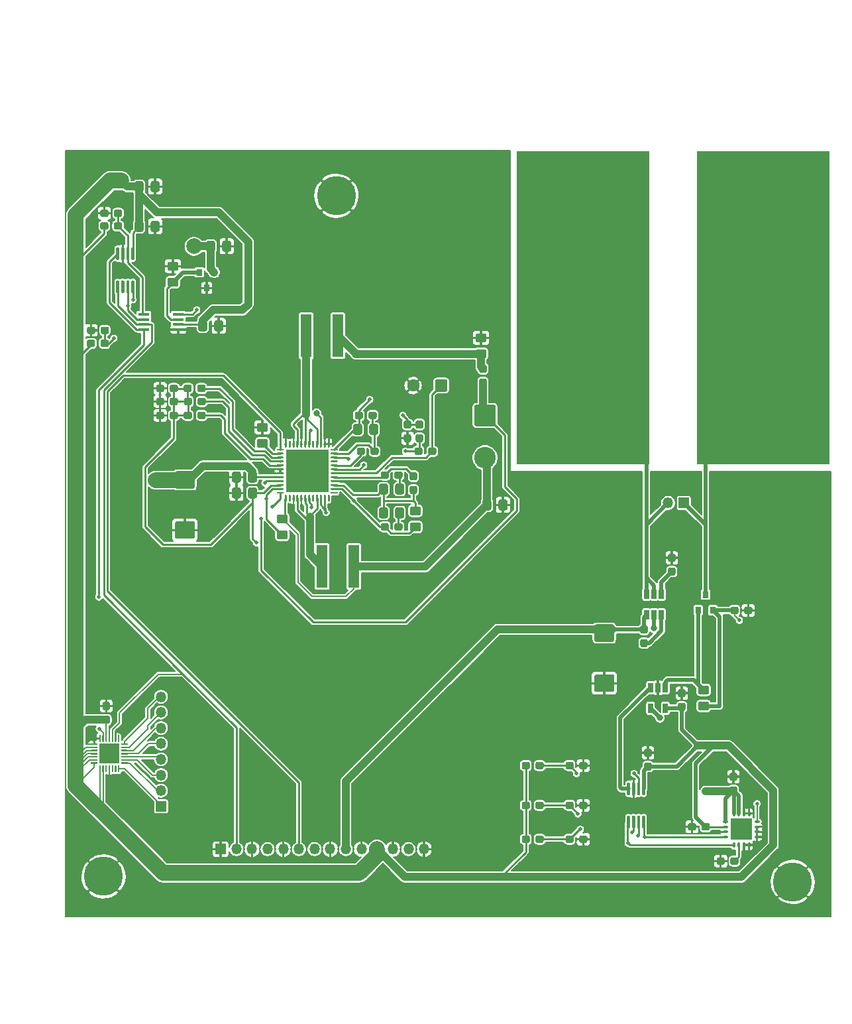
<source format=gbr>
G04 #@! TF.GenerationSoftware,KiCad,Pcbnew,5.1.6-c6e7f7d~87~ubuntu20.04.1*
G04 #@! TF.CreationDate,2020-08-12T13:54:09+03:00*
G04 #@! TF.ProjectId,LED_test,4c45445f-7465-4737-942e-6b696361645f,rev?*
G04 #@! TF.SameCoordinates,Original*
G04 #@! TF.FileFunction,Copper,L1,Top*
G04 #@! TF.FilePolarity,Positive*
%FSLAX46Y46*%
G04 Gerber Fmt 4.6, Leading zero omitted, Abs format (unit mm)*
G04 Created by KiCad (PCBNEW 5.1.6-c6e7f7d~87~ubuntu20.04.1) date 2020-08-12 13:54:09*
%MOMM*%
%LPD*%
G01*
G04 APERTURE LIST*
G04 #@! TA.AperFunction,ComponentPad*
%ADD10R,1.350000X1.350000*%
G04 #@! TD*
G04 #@! TA.AperFunction,ComponentPad*
%ADD11O,1.350000X1.350000*%
G04 #@! TD*
G04 #@! TA.AperFunction,SMDPad,CuDef*
%ADD12R,2.600000X2.600000*%
G04 #@! TD*
G04 #@! TA.AperFunction,ComponentPad*
%ADD13C,5.000000*%
G04 #@! TD*
G04 #@! TA.AperFunction,SMDPad,CuDef*
%ADD14R,5.450000X5.450000*%
G04 #@! TD*
G04 #@! TA.AperFunction,SMDPad,CuDef*
%ADD15R,17.000000X40.000000*%
G04 #@! TD*
G04 #@! TA.AperFunction,ComponentPad*
%ADD16C,2.750000*%
G04 #@! TD*
G04 #@! TA.AperFunction,SMDPad,CuDef*
%ADD17R,1.430000X5.500000*%
G04 #@! TD*
G04 #@! TA.AperFunction,ComponentPad*
%ADD18C,1.600000*%
G04 #@! TD*
G04 #@! TA.AperFunction,SMDPad,CuDef*
%ADD19R,0.650000X1.220000*%
G04 #@! TD*
G04 #@! TA.AperFunction,SMDPad,CuDef*
%ADD20R,0.800000X0.900000*%
G04 #@! TD*
G04 #@! TA.AperFunction,SMDPad,CuDef*
%ADD21R,1.450000X0.450000*%
G04 #@! TD*
G04 #@! TA.AperFunction,SMDPad,CuDef*
%ADD22O,0.800000X0.350000*%
G04 #@! TD*
G04 #@! TA.AperFunction,SMDPad,CuDef*
%ADD23O,0.350000X0.800000*%
G04 #@! TD*
G04 #@! TA.AperFunction,SMDPad,CuDef*
%ADD24R,2.700000X2.700000*%
G04 #@! TD*
G04 #@! TA.AperFunction,ViaPad*
%ADD25C,0.500000*%
G04 #@! TD*
G04 #@! TA.AperFunction,ViaPad*
%ADD26C,2.000000*%
G04 #@! TD*
G04 #@! TA.AperFunction,ViaPad*
%ADD27C,0.800000*%
G04 #@! TD*
G04 #@! TA.AperFunction,Conductor*
%ADD28C,0.500000*%
G04 #@! TD*
G04 #@! TA.AperFunction,Conductor*
%ADD29C,2.000000*%
G04 #@! TD*
G04 #@! TA.AperFunction,Conductor*
%ADD30C,0.250000*%
G04 #@! TD*
G04 #@! TA.AperFunction,Conductor*
%ADD31C,1.000000*%
G04 #@! TD*
G04 #@! TA.AperFunction,Conductor*
%ADD32C,0.200000*%
G04 #@! TD*
G04 #@! TA.AperFunction,Conductor*
%ADD33C,0.190000*%
G04 #@! TD*
G04 APERTURE END LIST*
D10*
X113284000Y-124840000D03*
D11*
X113284000Y-122840000D03*
X113284000Y-120840000D03*
X113284000Y-118840000D03*
X113284000Y-116840000D03*
X113284000Y-114840000D03*
X113284000Y-112840000D03*
X113284000Y-110840000D03*
G04 #@! TA.AperFunction,SMDPad,CuDef*
G36*
G01*
X104305000Y-116960000D02*
X104305000Y-116860000D01*
G75*
G02*
X104355000Y-116810000I50000J0D01*
G01*
X105130000Y-116810000D01*
G75*
G02*
X105180000Y-116860000I0J-50000D01*
G01*
X105180000Y-116960000D01*
G75*
G02*
X105130000Y-117010000I-50000J0D01*
G01*
X104355000Y-117010000D01*
G75*
G02*
X104305000Y-116960000I0J50000D01*
G01*
G37*
G04 #@! TD.AperFunction*
G04 #@! TA.AperFunction,SMDPad,CuDef*
G36*
G01*
X104305000Y-117360000D02*
X104305000Y-117260000D01*
G75*
G02*
X104355000Y-117210000I50000J0D01*
G01*
X105130000Y-117210000D01*
G75*
G02*
X105180000Y-117260000I0J-50000D01*
G01*
X105180000Y-117360000D01*
G75*
G02*
X105130000Y-117410000I-50000J0D01*
G01*
X104355000Y-117410000D01*
G75*
G02*
X104305000Y-117360000I0J50000D01*
G01*
G37*
G04 #@! TD.AperFunction*
G04 #@! TA.AperFunction,SMDPad,CuDef*
G36*
G01*
X104305000Y-117760000D02*
X104305000Y-117660000D01*
G75*
G02*
X104355000Y-117610000I50000J0D01*
G01*
X105130000Y-117610000D01*
G75*
G02*
X105180000Y-117660000I0J-50000D01*
G01*
X105180000Y-117760000D01*
G75*
G02*
X105130000Y-117810000I-50000J0D01*
G01*
X104355000Y-117810000D01*
G75*
G02*
X104305000Y-117760000I0J50000D01*
G01*
G37*
G04 #@! TD.AperFunction*
G04 #@! TA.AperFunction,SMDPad,CuDef*
G36*
G01*
X104305000Y-118160000D02*
X104305000Y-118060000D01*
G75*
G02*
X104355000Y-118010000I50000J0D01*
G01*
X105130000Y-118010000D01*
G75*
G02*
X105180000Y-118060000I0J-50000D01*
G01*
X105180000Y-118160000D01*
G75*
G02*
X105130000Y-118210000I-50000J0D01*
G01*
X104355000Y-118210000D01*
G75*
G02*
X104305000Y-118160000I0J50000D01*
G01*
G37*
G04 #@! TD.AperFunction*
G04 #@! TA.AperFunction,SMDPad,CuDef*
G36*
G01*
X104305000Y-118560000D02*
X104305000Y-118460000D01*
G75*
G02*
X104355000Y-118410000I50000J0D01*
G01*
X105130000Y-118410000D01*
G75*
G02*
X105180000Y-118460000I0J-50000D01*
G01*
X105180000Y-118560000D01*
G75*
G02*
X105130000Y-118610000I-50000J0D01*
G01*
X104355000Y-118610000D01*
G75*
G02*
X104305000Y-118560000I0J50000D01*
G01*
G37*
G04 #@! TD.AperFunction*
G04 #@! TA.AperFunction,SMDPad,CuDef*
G36*
G01*
X104305000Y-118960000D02*
X104305000Y-118860000D01*
G75*
G02*
X104355000Y-118810000I50000J0D01*
G01*
X105130000Y-118810000D01*
G75*
G02*
X105180000Y-118860000I0J-50000D01*
G01*
X105180000Y-118960000D01*
G75*
G02*
X105130000Y-119010000I-50000J0D01*
G01*
X104355000Y-119010000D01*
G75*
G02*
X104305000Y-118960000I0J50000D01*
G01*
G37*
G04 #@! TD.AperFunction*
G04 #@! TA.AperFunction,SMDPad,CuDef*
G36*
G01*
X104305000Y-119360000D02*
X104305000Y-119260000D01*
G75*
G02*
X104355000Y-119210000I50000J0D01*
G01*
X105130000Y-119210000D01*
G75*
G02*
X105180000Y-119260000I0J-50000D01*
G01*
X105180000Y-119360000D01*
G75*
G02*
X105130000Y-119410000I-50000J0D01*
G01*
X104355000Y-119410000D01*
G75*
G02*
X104305000Y-119360000I0J50000D01*
G01*
G37*
G04 #@! TD.AperFunction*
G04 #@! TA.AperFunction,SMDPad,CuDef*
G36*
G01*
X105380000Y-120435000D02*
X105380000Y-119660000D01*
G75*
G02*
X105430000Y-119610000I50000J0D01*
G01*
X105530000Y-119610000D01*
G75*
G02*
X105580000Y-119660000I0J-50000D01*
G01*
X105580000Y-120435000D01*
G75*
G02*
X105530000Y-120485000I-50000J0D01*
G01*
X105430000Y-120485000D01*
G75*
G02*
X105380000Y-120435000I0J50000D01*
G01*
G37*
G04 #@! TD.AperFunction*
G04 #@! TA.AperFunction,SMDPad,CuDef*
G36*
G01*
X105780000Y-120435000D02*
X105780000Y-119660000D01*
G75*
G02*
X105830000Y-119610000I50000J0D01*
G01*
X105930000Y-119610000D01*
G75*
G02*
X105980000Y-119660000I0J-50000D01*
G01*
X105980000Y-120435000D01*
G75*
G02*
X105930000Y-120485000I-50000J0D01*
G01*
X105830000Y-120485000D01*
G75*
G02*
X105780000Y-120435000I0J50000D01*
G01*
G37*
G04 #@! TD.AperFunction*
G04 #@! TA.AperFunction,SMDPad,CuDef*
G36*
G01*
X106180000Y-120435000D02*
X106180000Y-119660000D01*
G75*
G02*
X106230000Y-119610000I50000J0D01*
G01*
X106330000Y-119610000D01*
G75*
G02*
X106380000Y-119660000I0J-50000D01*
G01*
X106380000Y-120435000D01*
G75*
G02*
X106330000Y-120485000I-50000J0D01*
G01*
X106230000Y-120485000D01*
G75*
G02*
X106180000Y-120435000I0J50000D01*
G01*
G37*
G04 #@! TD.AperFunction*
G04 #@! TA.AperFunction,SMDPad,CuDef*
G36*
G01*
X106580000Y-120435000D02*
X106580000Y-119660000D01*
G75*
G02*
X106630000Y-119610000I50000J0D01*
G01*
X106730000Y-119610000D01*
G75*
G02*
X106780000Y-119660000I0J-50000D01*
G01*
X106780000Y-120435000D01*
G75*
G02*
X106730000Y-120485000I-50000J0D01*
G01*
X106630000Y-120485000D01*
G75*
G02*
X106580000Y-120435000I0J50000D01*
G01*
G37*
G04 #@! TD.AperFunction*
G04 #@! TA.AperFunction,SMDPad,CuDef*
G36*
G01*
X106980000Y-120435000D02*
X106980000Y-119660000D01*
G75*
G02*
X107030000Y-119610000I50000J0D01*
G01*
X107130000Y-119610000D01*
G75*
G02*
X107180000Y-119660000I0J-50000D01*
G01*
X107180000Y-120435000D01*
G75*
G02*
X107130000Y-120485000I-50000J0D01*
G01*
X107030000Y-120485000D01*
G75*
G02*
X106980000Y-120435000I0J50000D01*
G01*
G37*
G04 #@! TD.AperFunction*
G04 #@! TA.AperFunction,SMDPad,CuDef*
G36*
G01*
X107380000Y-120435000D02*
X107380000Y-119660000D01*
G75*
G02*
X107430000Y-119610000I50000J0D01*
G01*
X107530000Y-119610000D01*
G75*
G02*
X107580000Y-119660000I0J-50000D01*
G01*
X107580000Y-120435000D01*
G75*
G02*
X107530000Y-120485000I-50000J0D01*
G01*
X107430000Y-120485000D01*
G75*
G02*
X107380000Y-120435000I0J50000D01*
G01*
G37*
G04 #@! TD.AperFunction*
G04 #@! TA.AperFunction,SMDPad,CuDef*
G36*
G01*
X107780000Y-120435000D02*
X107780000Y-119660000D01*
G75*
G02*
X107830000Y-119610000I50000J0D01*
G01*
X107930000Y-119610000D01*
G75*
G02*
X107980000Y-119660000I0J-50000D01*
G01*
X107980000Y-120435000D01*
G75*
G02*
X107930000Y-120485000I-50000J0D01*
G01*
X107830000Y-120485000D01*
G75*
G02*
X107780000Y-120435000I0J50000D01*
G01*
G37*
G04 #@! TD.AperFunction*
G04 #@! TA.AperFunction,SMDPad,CuDef*
G36*
G01*
X108180000Y-119360000D02*
X108180000Y-119260000D01*
G75*
G02*
X108230000Y-119210000I50000J0D01*
G01*
X109005000Y-119210000D01*
G75*
G02*
X109055000Y-119260000I0J-50000D01*
G01*
X109055000Y-119360000D01*
G75*
G02*
X109005000Y-119410000I-50000J0D01*
G01*
X108230000Y-119410000D01*
G75*
G02*
X108180000Y-119360000I0J50000D01*
G01*
G37*
G04 #@! TD.AperFunction*
G04 #@! TA.AperFunction,SMDPad,CuDef*
G36*
G01*
X108180000Y-118960000D02*
X108180000Y-118860000D01*
G75*
G02*
X108230000Y-118810000I50000J0D01*
G01*
X109005000Y-118810000D01*
G75*
G02*
X109055000Y-118860000I0J-50000D01*
G01*
X109055000Y-118960000D01*
G75*
G02*
X109005000Y-119010000I-50000J0D01*
G01*
X108230000Y-119010000D01*
G75*
G02*
X108180000Y-118960000I0J50000D01*
G01*
G37*
G04 #@! TD.AperFunction*
G04 #@! TA.AperFunction,SMDPad,CuDef*
G36*
G01*
X108180000Y-118560000D02*
X108180000Y-118460000D01*
G75*
G02*
X108230000Y-118410000I50000J0D01*
G01*
X109005000Y-118410000D01*
G75*
G02*
X109055000Y-118460000I0J-50000D01*
G01*
X109055000Y-118560000D01*
G75*
G02*
X109005000Y-118610000I-50000J0D01*
G01*
X108230000Y-118610000D01*
G75*
G02*
X108180000Y-118560000I0J50000D01*
G01*
G37*
G04 #@! TD.AperFunction*
G04 #@! TA.AperFunction,SMDPad,CuDef*
G36*
G01*
X108180000Y-118160000D02*
X108180000Y-118060000D01*
G75*
G02*
X108230000Y-118010000I50000J0D01*
G01*
X109005000Y-118010000D01*
G75*
G02*
X109055000Y-118060000I0J-50000D01*
G01*
X109055000Y-118160000D01*
G75*
G02*
X109005000Y-118210000I-50000J0D01*
G01*
X108230000Y-118210000D01*
G75*
G02*
X108180000Y-118160000I0J50000D01*
G01*
G37*
G04 #@! TD.AperFunction*
G04 #@! TA.AperFunction,SMDPad,CuDef*
G36*
G01*
X108180000Y-117760000D02*
X108180000Y-117660000D01*
G75*
G02*
X108230000Y-117610000I50000J0D01*
G01*
X109005000Y-117610000D01*
G75*
G02*
X109055000Y-117660000I0J-50000D01*
G01*
X109055000Y-117760000D01*
G75*
G02*
X109005000Y-117810000I-50000J0D01*
G01*
X108230000Y-117810000D01*
G75*
G02*
X108180000Y-117760000I0J50000D01*
G01*
G37*
G04 #@! TD.AperFunction*
G04 #@! TA.AperFunction,SMDPad,CuDef*
G36*
G01*
X108180000Y-117360000D02*
X108180000Y-117260000D01*
G75*
G02*
X108230000Y-117210000I50000J0D01*
G01*
X109005000Y-117210000D01*
G75*
G02*
X109055000Y-117260000I0J-50000D01*
G01*
X109055000Y-117360000D01*
G75*
G02*
X109005000Y-117410000I-50000J0D01*
G01*
X108230000Y-117410000D01*
G75*
G02*
X108180000Y-117360000I0J50000D01*
G01*
G37*
G04 #@! TD.AperFunction*
G04 #@! TA.AperFunction,SMDPad,CuDef*
G36*
G01*
X108180000Y-116960000D02*
X108180000Y-116860000D01*
G75*
G02*
X108230000Y-116810000I50000J0D01*
G01*
X109005000Y-116810000D01*
G75*
G02*
X109055000Y-116860000I0J-50000D01*
G01*
X109055000Y-116960000D01*
G75*
G02*
X109005000Y-117010000I-50000J0D01*
G01*
X108230000Y-117010000D01*
G75*
G02*
X108180000Y-116960000I0J50000D01*
G01*
G37*
G04 #@! TD.AperFunction*
G04 #@! TA.AperFunction,SMDPad,CuDef*
G36*
G01*
X107780000Y-116560000D02*
X107780000Y-115785000D01*
G75*
G02*
X107830000Y-115735000I50000J0D01*
G01*
X107930000Y-115735000D01*
G75*
G02*
X107980000Y-115785000I0J-50000D01*
G01*
X107980000Y-116560000D01*
G75*
G02*
X107930000Y-116610000I-50000J0D01*
G01*
X107830000Y-116610000D01*
G75*
G02*
X107780000Y-116560000I0J50000D01*
G01*
G37*
G04 #@! TD.AperFunction*
G04 #@! TA.AperFunction,SMDPad,CuDef*
G36*
G01*
X107380000Y-116560000D02*
X107380000Y-115785000D01*
G75*
G02*
X107430000Y-115735000I50000J0D01*
G01*
X107530000Y-115735000D01*
G75*
G02*
X107580000Y-115785000I0J-50000D01*
G01*
X107580000Y-116560000D01*
G75*
G02*
X107530000Y-116610000I-50000J0D01*
G01*
X107430000Y-116610000D01*
G75*
G02*
X107380000Y-116560000I0J50000D01*
G01*
G37*
G04 #@! TD.AperFunction*
G04 #@! TA.AperFunction,SMDPad,CuDef*
G36*
G01*
X106980000Y-116560000D02*
X106980000Y-115785000D01*
G75*
G02*
X107030000Y-115735000I50000J0D01*
G01*
X107130000Y-115735000D01*
G75*
G02*
X107180000Y-115785000I0J-50000D01*
G01*
X107180000Y-116560000D01*
G75*
G02*
X107130000Y-116610000I-50000J0D01*
G01*
X107030000Y-116610000D01*
G75*
G02*
X106980000Y-116560000I0J50000D01*
G01*
G37*
G04 #@! TD.AperFunction*
G04 #@! TA.AperFunction,SMDPad,CuDef*
G36*
G01*
X106580000Y-116560000D02*
X106580000Y-115785000D01*
G75*
G02*
X106630000Y-115735000I50000J0D01*
G01*
X106730000Y-115735000D01*
G75*
G02*
X106780000Y-115785000I0J-50000D01*
G01*
X106780000Y-116560000D01*
G75*
G02*
X106730000Y-116610000I-50000J0D01*
G01*
X106630000Y-116610000D01*
G75*
G02*
X106580000Y-116560000I0J50000D01*
G01*
G37*
G04 #@! TD.AperFunction*
G04 #@! TA.AperFunction,SMDPad,CuDef*
G36*
G01*
X106180000Y-116560000D02*
X106180000Y-115785000D01*
G75*
G02*
X106230000Y-115735000I50000J0D01*
G01*
X106330000Y-115735000D01*
G75*
G02*
X106380000Y-115785000I0J-50000D01*
G01*
X106380000Y-116560000D01*
G75*
G02*
X106330000Y-116610000I-50000J0D01*
G01*
X106230000Y-116610000D01*
G75*
G02*
X106180000Y-116560000I0J50000D01*
G01*
G37*
G04 #@! TD.AperFunction*
G04 #@! TA.AperFunction,SMDPad,CuDef*
G36*
G01*
X105780000Y-116560000D02*
X105780000Y-115785000D01*
G75*
G02*
X105830000Y-115735000I50000J0D01*
G01*
X105930000Y-115735000D01*
G75*
G02*
X105980000Y-115785000I0J-50000D01*
G01*
X105980000Y-116560000D01*
G75*
G02*
X105930000Y-116610000I-50000J0D01*
G01*
X105830000Y-116610000D01*
G75*
G02*
X105780000Y-116560000I0J50000D01*
G01*
G37*
G04 #@! TD.AperFunction*
G04 #@! TA.AperFunction,SMDPad,CuDef*
G36*
G01*
X105380000Y-116560000D02*
X105380000Y-115785000D01*
G75*
G02*
X105430000Y-115735000I50000J0D01*
G01*
X105530000Y-115735000D01*
G75*
G02*
X105580000Y-115785000I0J-50000D01*
G01*
X105580000Y-116560000D01*
G75*
G02*
X105530000Y-116610000I-50000J0D01*
G01*
X105430000Y-116610000D01*
G75*
G02*
X105380000Y-116560000I0J50000D01*
G01*
G37*
G04 #@! TD.AperFunction*
D12*
X106680000Y-118110000D03*
D13*
X135690000Y-46890000D03*
X194010000Y-134480000D03*
X105930000Y-133780000D03*
D11*
X178086000Y-86106000D03*
D10*
X180086000Y-86106000D03*
D11*
X146904000Y-130302000D03*
X144904000Y-130302000D03*
X142904000Y-130302000D03*
X140904000Y-130302000D03*
X138904000Y-130302000D03*
X136904000Y-130302000D03*
X134904000Y-130302000D03*
X132904000Y-130302000D03*
X130904000Y-130302000D03*
X128904000Y-130302000D03*
X126904000Y-130302000D03*
X124904000Y-130302000D03*
X122904000Y-130302000D03*
D10*
X120904000Y-130302000D03*
G04 #@! TA.AperFunction,SMDPad,CuDef*
G36*
G01*
X115306999Y-82035000D02*
X117357001Y-82035000D01*
G75*
G02*
X117607000Y-82284999I0J-249999D01*
G01*
X117607000Y-84035001D01*
G75*
G02*
X117357001Y-84285000I-249999J0D01*
G01*
X115306999Y-84285000D01*
G75*
G02*
X115057000Y-84035001I0J249999D01*
G01*
X115057000Y-82284999D01*
G75*
G02*
X115306999Y-82035000I249999J0D01*
G01*
G37*
G04 #@! TD.AperFunction*
G04 #@! TA.AperFunction,SMDPad,CuDef*
G36*
G01*
X115306999Y-88435000D02*
X117357001Y-88435000D01*
G75*
G02*
X117607000Y-88684999I0J-249999D01*
G01*
X117607000Y-90435001D01*
G75*
G02*
X117357001Y-90685000I-249999J0D01*
G01*
X115306999Y-90685000D01*
G75*
G02*
X115057000Y-90435001I0J249999D01*
G01*
X115057000Y-88684999D01*
G75*
G02*
X115306999Y-88435000I249999J0D01*
G01*
G37*
G04 #@! TD.AperFunction*
G04 #@! TA.AperFunction,SMDPad,CuDef*
G36*
G01*
X129282500Y-85925000D02*
X129157500Y-85925000D01*
G75*
G02*
X129095000Y-85862500I0J62500D01*
G01*
X129095000Y-85137500D01*
G75*
G02*
X129157500Y-85075000I62500J0D01*
G01*
X129282500Y-85075000D01*
G75*
G02*
X129345000Y-85137500I0J-62500D01*
G01*
X129345000Y-85862500D01*
G75*
G02*
X129282500Y-85925000I-62500J0D01*
G01*
G37*
G04 #@! TD.AperFunction*
G04 #@! TA.AperFunction,SMDPad,CuDef*
G36*
G01*
X129782500Y-85925000D02*
X129657500Y-85925000D01*
G75*
G02*
X129595000Y-85862500I0J62500D01*
G01*
X129595000Y-85137500D01*
G75*
G02*
X129657500Y-85075000I62500J0D01*
G01*
X129782500Y-85075000D01*
G75*
G02*
X129845000Y-85137500I0J-62500D01*
G01*
X129845000Y-85862500D01*
G75*
G02*
X129782500Y-85925000I-62500J0D01*
G01*
G37*
G04 #@! TD.AperFunction*
G04 #@! TA.AperFunction,SMDPad,CuDef*
G36*
G01*
X130282500Y-85925000D02*
X130157500Y-85925000D01*
G75*
G02*
X130095000Y-85862500I0J62500D01*
G01*
X130095000Y-85137500D01*
G75*
G02*
X130157500Y-85075000I62500J0D01*
G01*
X130282500Y-85075000D01*
G75*
G02*
X130345000Y-85137500I0J-62500D01*
G01*
X130345000Y-85862500D01*
G75*
G02*
X130282500Y-85925000I-62500J0D01*
G01*
G37*
G04 #@! TD.AperFunction*
G04 #@! TA.AperFunction,SMDPad,CuDef*
G36*
G01*
X130782500Y-85925000D02*
X130657500Y-85925000D01*
G75*
G02*
X130595000Y-85862500I0J62500D01*
G01*
X130595000Y-85137500D01*
G75*
G02*
X130657500Y-85075000I62500J0D01*
G01*
X130782500Y-85075000D01*
G75*
G02*
X130845000Y-85137500I0J-62500D01*
G01*
X130845000Y-85862500D01*
G75*
G02*
X130782500Y-85925000I-62500J0D01*
G01*
G37*
G04 #@! TD.AperFunction*
G04 #@! TA.AperFunction,SMDPad,CuDef*
G36*
G01*
X131282500Y-85925000D02*
X131157500Y-85925000D01*
G75*
G02*
X131095000Y-85862500I0J62500D01*
G01*
X131095000Y-85137500D01*
G75*
G02*
X131157500Y-85075000I62500J0D01*
G01*
X131282500Y-85075000D01*
G75*
G02*
X131345000Y-85137500I0J-62500D01*
G01*
X131345000Y-85862500D01*
G75*
G02*
X131282500Y-85925000I-62500J0D01*
G01*
G37*
G04 #@! TD.AperFunction*
G04 #@! TA.AperFunction,SMDPad,CuDef*
G36*
G01*
X131782500Y-85925000D02*
X131657500Y-85925000D01*
G75*
G02*
X131595000Y-85862500I0J62500D01*
G01*
X131595000Y-85137500D01*
G75*
G02*
X131657500Y-85075000I62500J0D01*
G01*
X131782500Y-85075000D01*
G75*
G02*
X131845000Y-85137500I0J-62500D01*
G01*
X131845000Y-85862500D01*
G75*
G02*
X131782500Y-85925000I-62500J0D01*
G01*
G37*
G04 #@! TD.AperFunction*
G04 #@! TA.AperFunction,SMDPad,CuDef*
G36*
G01*
X132282500Y-85925000D02*
X132157500Y-85925000D01*
G75*
G02*
X132095000Y-85862500I0J62500D01*
G01*
X132095000Y-85137500D01*
G75*
G02*
X132157500Y-85075000I62500J0D01*
G01*
X132282500Y-85075000D01*
G75*
G02*
X132345000Y-85137500I0J-62500D01*
G01*
X132345000Y-85862500D01*
G75*
G02*
X132282500Y-85925000I-62500J0D01*
G01*
G37*
G04 #@! TD.AperFunction*
G04 #@! TA.AperFunction,SMDPad,CuDef*
G36*
G01*
X132782500Y-85925000D02*
X132657500Y-85925000D01*
G75*
G02*
X132595000Y-85862500I0J62500D01*
G01*
X132595000Y-85137500D01*
G75*
G02*
X132657500Y-85075000I62500J0D01*
G01*
X132782500Y-85075000D01*
G75*
G02*
X132845000Y-85137500I0J-62500D01*
G01*
X132845000Y-85862500D01*
G75*
G02*
X132782500Y-85925000I-62500J0D01*
G01*
G37*
G04 #@! TD.AperFunction*
G04 #@! TA.AperFunction,SMDPad,CuDef*
G36*
G01*
X133282500Y-85925000D02*
X133157500Y-85925000D01*
G75*
G02*
X133095000Y-85862500I0J62500D01*
G01*
X133095000Y-85137500D01*
G75*
G02*
X133157500Y-85075000I62500J0D01*
G01*
X133282500Y-85075000D01*
G75*
G02*
X133345000Y-85137500I0J-62500D01*
G01*
X133345000Y-85862500D01*
G75*
G02*
X133282500Y-85925000I-62500J0D01*
G01*
G37*
G04 #@! TD.AperFunction*
G04 #@! TA.AperFunction,SMDPad,CuDef*
G36*
G01*
X133782500Y-85925000D02*
X133657500Y-85925000D01*
G75*
G02*
X133595000Y-85862500I0J62500D01*
G01*
X133595000Y-85137500D01*
G75*
G02*
X133657500Y-85075000I62500J0D01*
G01*
X133782500Y-85075000D01*
G75*
G02*
X133845000Y-85137500I0J-62500D01*
G01*
X133845000Y-85862500D01*
G75*
G02*
X133782500Y-85925000I-62500J0D01*
G01*
G37*
G04 #@! TD.AperFunction*
G04 #@! TA.AperFunction,SMDPad,CuDef*
G36*
G01*
X134282500Y-85925000D02*
X134157500Y-85925000D01*
G75*
G02*
X134095000Y-85862500I0J62500D01*
G01*
X134095000Y-85137500D01*
G75*
G02*
X134157500Y-85075000I62500J0D01*
G01*
X134282500Y-85075000D01*
G75*
G02*
X134345000Y-85137500I0J-62500D01*
G01*
X134345000Y-85862500D01*
G75*
G02*
X134282500Y-85925000I-62500J0D01*
G01*
G37*
G04 #@! TD.AperFunction*
G04 #@! TA.AperFunction,SMDPad,CuDef*
G36*
G01*
X134782500Y-85925000D02*
X134657500Y-85925000D01*
G75*
G02*
X134595000Y-85862500I0J62500D01*
G01*
X134595000Y-85137500D01*
G75*
G02*
X134657500Y-85075000I62500J0D01*
G01*
X134782500Y-85075000D01*
G75*
G02*
X134845000Y-85137500I0J-62500D01*
G01*
X134845000Y-85862500D01*
G75*
G02*
X134782500Y-85925000I-62500J0D01*
G01*
G37*
G04 #@! TD.AperFunction*
G04 #@! TA.AperFunction,SMDPad,CuDef*
G36*
G01*
X135782500Y-84925000D02*
X135057500Y-84925000D01*
G75*
G02*
X134995000Y-84862500I0J62500D01*
G01*
X134995000Y-84737500D01*
G75*
G02*
X135057500Y-84675000I62500J0D01*
G01*
X135782500Y-84675000D01*
G75*
G02*
X135845000Y-84737500I0J-62500D01*
G01*
X135845000Y-84862500D01*
G75*
G02*
X135782500Y-84925000I-62500J0D01*
G01*
G37*
G04 #@! TD.AperFunction*
G04 #@! TA.AperFunction,SMDPad,CuDef*
G36*
G01*
X135782500Y-84425000D02*
X135057500Y-84425000D01*
G75*
G02*
X134995000Y-84362500I0J62500D01*
G01*
X134995000Y-84237500D01*
G75*
G02*
X135057500Y-84175000I62500J0D01*
G01*
X135782500Y-84175000D01*
G75*
G02*
X135845000Y-84237500I0J-62500D01*
G01*
X135845000Y-84362500D01*
G75*
G02*
X135782500Y-84425000I-62500J0D01*
G01*
G37*
G04 #@! TD.AperFunction*
G04 #@! TA.AperFunction,SMDPad,CuDef*
G36*
G01*
X135782500Y-83925000D02*
X135057500Y-83925000D01*
G75*
G02*
X134995000Y-83862500I0J62500D01*
G01*
X134995000Y-83737500D01*
G75*
G02*
X135057500Y-83675000I62500J0D01*
G01*
X135782500Y-83675000D01*
G75*
G02*
X135845000Y-83737500I0J-62500D01*
G01*
X135845000Y-83862500D01*
G75*
G02*
X135782500Y-83925000I-62500J0D01*
G01*
G37*
G04 #@! TD.AperFunction*
G04 #@! TA.AperFunction,SMDPad,CuDef*
G36*
G01*
X135782500Y-83425000D02*
X135057500Y-83425000D01*
G75*
G02*
X134995000Y-83362500I0J62500D01*
G01*
X134995000Y-83237500D01*
G75*
G02*
X135057500Y-83175000I62500J0D01*
G01*
X135782500Y-83175000D01*
G75*
G02*
X135845000Y-83237500I0J-62500D01*
G01*
X135845000Y-83362500D01*
G75*
G02*
X135782500Y-83425000I-62500J0D01*
G01*
G37*
G04 #@! TD.AperFunction*
G04 #@! TA.AperFunction,SMDPad,CuDef*
G36*
G01*
X135782500Y-82925000D02*
X135057500Y-82925000D01*
G75*
G02*
X134995000Y-82862500I0J62500D01*
G01*
X134995000Y-82737500D01*
G75*
G02*
X135057500Y-82675000I62500J0D01*
G01*
X135782500Y-82675000D01*
G75*
G02*
X135845000Y-82737500I0J-62500D01*
G01*
X135845000Y-82862500D01*
G75*
G02*
X135782500Y-82925000I-62500J0D01*
G01*
G37*
G04 #@! TD.AperFunction*
G04 #@! TA.AperFunction,SMDPad,CuDef*
G36*
G01*
X135782500Y-82425000D02*
X135057500Y-82425000D01*
G75*
G02*
X134995000Y-82362500I0J62500D01*
G01*
X134995000Y-82237500D01*
G75*
G02*
X135057500Y-82175000I62500J0D01*
G01*
X135782500Y-82175000D01*
G75*
G02*
X135845000Y-82237500I0J-62500D01*
G01*
X135845000Y-82362500D01*
G75*
G02*
X135782500Y-82425000I-62500J0D01*
G01*
G37*
G04 #@! TD.AperFunction*
G04 #@! TA.AperFunction,SMDPad,CuDef*
G36*
G01*
X135782500Y-81925000D02*
X135057500Y-81925000D01*
G75*
G02*
X134995000Y-81862500I0J62500D01*
G01*
X134995000Y-81737500D01*
G75*
G02*
X135057500Y-81675000I62500J0D01*
G01*
X135782500Y-81675000D01*
G75*
G02*
X135845000Y-81737500I0J-62500D01*
G01*
X135845000Y-81862500D01*
G75*
G02*
X135782500Y-81925000I-62500J0D01*
G01*
G37*
G04 #@! TD.AperFunction*
G04 #@! TA.AperFunction,SMDPad,CuDef*
G36*
G01*
X135782500Y-81425000D02*
X135057500Y-81425000D01*
G75*
G02*
X134995000Y-81362500I0J62500D01*
G01*
X134995000Y-81237500D01*
G75*
G02*
X135057500Y-81175000I62500J0D01*
G01*
X135782500Y-81175000D01*
G75*
G02*
X135845000Y-81237500I0J-62500D01*
G01*
X135845000Y-81362500D01*
G75*
G02*
X135782500Y-81425000I-62500J0D01*
G01*
G37*
G04 #@! TD.AperFunction*
G04 #@! TA.AperFunction,SMDPad,CuDef*
G36*
G01*
X135782500Y-80925000D02*
X135057500Y-80925000D01*
G75*
G02*
X134995000Y-80862500I0J62500D01*
G01*
X134995000Y-80737500D01*
G75*
G02*
X135057500Y-80675000I62500J0D01*
G01*
X135782500Y-80675000D01*
G75*
G02*
X135845000Y-80737500I0J-62500D01*
G01*
X135845000Y-80862500D01*
G75*
G02*
X135782500Y-80925000I-62500J0D01*
G01*
G37*
G04 #@! TD.AperFunction*
G04 #@! TA.AperFunction,SMDPad,CuDef*
G36*
G01*
X135782500Y-80425000D02*
X135057500Y-80425000D01*
G75*
G02*
X134995000Y-80362500I0J62500D01*
G01*
X134995000Y-80237500D01*
G75*
G02*
X135057500Y-80175000I62500J0D01*
G01*
X135782500Y-80175000D01*
G75*
G02*
X135845000Y-80237500I0J-62500D01*
G01*
X135845000Y-80362500D01*
G75*
G02*
X135782500Y-80425000I-62500J0D01*
G01*
G37*
G04 #@! TD.AperFunction*
G04 #@! TA.AperFunction,SMDPad,CuDef*
G36*
G01*
X135782500Y-79925000D02*
X135057500Y-79925000D01*
G75*
G02*
X134995000Y-79862500I0J62500D01*
G01*
X134995000Y-79737500D01*
G75*
G02*
X135057500Y-79675000I62500J0D01*
G01*
X135782500Y-79675000D01*
G75*
G02*
X135845000Y-79737500I0J-62500D01*
G01*
X135845000Y-79862500D01*
G75*
G02*
X135782500Y-79925000I-62500J0D01*
G01*
G37*
G04 #@! TD.AperFunction*
G04 #@! TA.AperFunction,SMDPad,CuDef*
G36*
G01*
X135782500Y-79425000D02*
X135057500Y-79425000D01*
G75*
G02*
X134995000Y-79362500I0J62500D01*
G01*
X134995000Y-79237500D01*
G75*
G02*
X135057500Y-79175000I62500J0D01*
G01*
X135782500Y-79175000D01*
G75*
G02*
X135845000Y-79237500I0J-62500D01*
G01*
X135845000Y-79362500D01*
G75*
G02*
X135782500Y-79425000I-62500J0D01*
G01*
G37*
G04 #@! TD.AperFunction*
G04 #@! TA.AperFunction,SMDPad,CuDef*
G36*
G01*
X134782500Y-79025000D02*
X134657500Y-79025000D01*
G75*
G02*
X134595000Y-78962500I0J62500D01*
G01*
X134595000Y-78237500D01*
G75*
G02*
X134657500Y-78175000I62500J0D01*
G01*
X134782500Y-78175000D01*
G75*
G02*
X134845000Y-78237500I0J-62500D01*
G01*
X134845000Y-78962500D01*
G75*
G02*
X134782500Y-79025000I-62500J0D01*
G01*
G37*
G04 #@! TD.AperFunction*
G04 #@! TA.AperFunction,SMDPad,CuDef*
G36*
G01*
X134282500Y-79025000D02*
X134157500Y-79025000D01*
G75*
G02*
X134095000Y-78962500I0J62500D01*
G01*
X134095000Y-78237500D01*
G75*
G02*
X134157500Y-78175000I62500J0D01*
G01*
X134282500Y-78175000D01*
G75*
G02*
X134345000Y-78237500I0J-62500D01*
G01*
X134345000Y-78962500D01*
G75*
G02*
X134282500Y-79025000I-62500J0D01*
G01*
G37*
G04 #@! TD.AperFunction*
G04 #@! TA.AperFunction,SMDPad,CuDef*
G36*
G01*
X133782500Y-79025000D02*
X133657500Y-79025000D01*
G75*
G02*
X133595000Y-78962500I0J62500D01*
G01*
X133595000Y-78237500D01*
G75*
G02*
X133657500Y-78175000I62500J0D01*
G01*
X133782500Y-78175000D01*
G75*
G02*
X133845000Y-78237500I0J-62500D01*
G01*
X133845000Y-78962500D01*
G75*
G02*
X133782500Y-79025000I-62500J0D01*
G01*
G37*
G04 #@! TD.AperFunction*
G04 #@! TA.AperFunction,SMDPad,CuDef*
G36*
G01*
X133282500Y-79025000D02*
X133157500Y-79025000D01*
G75*
G02*
X133095000Y-78962500I0J62500D01*
G01*
X133095000Y-78237500D01*
G75*
G02*
X133157500Y-78175000I62500J0D01*
G01*
X133282500Y-78175000D01*
G75*
G02*
X133345000Y-78237500I0J-62500D01*
G01*
X133345000Y-78962500D01*
G75*
G02*
X133282500Y-79025000I-62500J0D01*
G01*
G37*
G04 #@! TD.AperFunction*
G04 #@! TA.AperFunction,SMDPad,CuDef*
G36*
G01*
X132782500Y-79025000D02*
X132657500Y-79025000D01*
G75*
G02*
X132595000Y-78962500I0J62500D01*
G01*
X132595000Y-78237500D01*
G75*
G02*
X132657500Y-78175000I62500J0D01*
G01*
X132782500Y-78175000D01*
G75*
G02*
X132845000Y-78237500I0J-62500D01*
G01*
X132845000Y-78962500D01*
G75*
G02*
X132782500Y-79025000I-62500J0D01*
G01*
G37*
G04 #@! TD.AperFunction*
G04 #@! TA.AperFunction,SMDPad,CuDef*
G36*
G01*
X132282500Y-79025000D02*
X132157500Y-79025000D01*
G75*
G02*
X132095000Y-78962500I0J62500D01*
G01*
X132095000Y-78237500D01*
G75*
G02*
X132157500Y-78175000I62500J0D01*
G01*
X132282500Y-78175000D01*
G75*
G02*
X132345000Y-78237500I0J-62500D01*
G01*
X132345000Y-78962500D01*
G75*
G02*
X132282500Y-79025000I-62500J0D01*
G01*
G37*
G04 #@! TD.AperFunction*
G04 #@! TA.AperFunction,SMDPad,CuDef*
G36*
G01*
X131782500Y-79025000D02*
X131657500Y-79025000D01*
G75*
G02*
X131595000Y-78962500I0J62500D01*
G01*
X131595000Y-78237500D01*
G75*
G02*
X131657500Y-78175000I62500J0D01*
G01*
X131782500Y-78175000D01*
G75*
G02*
X131845000Y-78237500I0J-62500D01*
G01*
X131845000Y-78962500D01*
G75*
G02*
X131782500Y-79025000I-62500J0D01*
G01*
G37*
G04 #@! TD.AperFunction*
G04 #@! TA.AperFunction,SMDPad,CuDef*
G36*
G01*
X131282500Y-79025000D02*
X131157500Y-79025000D01*
G75*
G02*
X131095000Y-78962500I0J62500D01*
G01*
X131095000Y-78237500D01*
G75*
G02*
X131157500Y-78175000I62500J0D01*
G01*
X131282500Y-78175000D01*
G75*
G02*
X131345000Y-78237500I0J-62500D01*
G01*
X131345000Y-78962500D01*
G75*
G02*
X131282500Y-79025000I-62500J0D01*
G01*
G37*
G04 #@! TD.AperFunction*
G04 #@! TA.AperFunction,SMDPad,CuDef*
G36*
G01*
X130782500Y-79025000D02*
X130657500Y-79025000D01*
G75*
G02*
X130595000Y-78962500I0J62500D01*
G01*
X130595000Y-78237500D01*
G75*
G02*
X130657500Y-78175000I62500J0D01*
G01*
X130782500Y-78175000D01*
G75*
G02*
X130845000Y-78237500I0J-62500D01*
G01*
X130845000Y-78962500D01*
G75*
G02*
X130782500Y-79025000I-62500J0D01*
G01*
G37*
G04 #@! TD.AperFunction*
G04 #@! TA.AperFunction,SMDPad,CuDef*
G36*
G01*
X130282500Y-79025000D02*
X130157500Y-79025000D01*
G75*
G02*
X130095000Y-78962500I0J62500D01*
G01*
X130095000Y-78237500D01*
G75*
G02*
X130157500Y-78175000I62500J0D01*
G01*
X130282500Y-78175000D01*
G75*
G02*
X130345000Y-78237500I0J-62500D01*
G01*
X130345000Y-78962500D01*
G75*
G02*
X130282500Y-79025000I-62500J0D01*
G01*
G37*
G04 #@! TD.AperFunction*
G04 #@! TA.AperFunction,SMDPad,CuDef*
G36*
G01*
X129782500Y-79025000D02*
X129657500Y-79025000D01*
G75*
G02*
X129595000Y-78962500I0J62500D01*
G01*
X129595000Y-78237500D01*
G75*
G02*
X129657500Y-78175000I62500J0D01*
G01*
X129782500Y-78175000D01*
G75*
G02*
X129845000Y-78237500I0J-62500D01*
G01*
X129845000Y-78962500D01*
G75*
G02*
X129782500Y-79025000I-62500J0D01*
G01*
G37*
G04 #@! TD.AperFunction*
G04 #@! TA.AperFunction,SMDPad,CuDef*
G36*
G01*
X129282500Y-79025000D02*
X129157500Y-79025000D01*
G75*
G02*
X129095000Y-78962500I0J62500D01*
G01*
X129095000Y-78237500D01*
G75*
G02*
X129157500Y-78175000I62500J0D01*
G01*
X129282500Y-78175000D01*
G75*
G02*
X129345000Y-78237500I0J-62500D01*
G01*
X129345000Y-78962500D01*
G75*
G02*
X129282500Y-79025000I-62500J0D01*
G01*
G37*
G04 #@! TD.AperFunction*
G04 #@! TA.AperFunction,SMDPad,CuDef*
G36*
G01*
X128882500Y-79425000D02*
X128157500Y-79425000D01*
G75*
G02*
X128095000Y-79362500I0J62500D01*
G01*
X128095000Y-79237500D01*
G75*
G02*
X128157500Y-79175000I62500J0D01*
G01*
X128882500Y-79175000D01*
G75*
G02*
X128945000Y-79237500I0J-62500D01*
G01*
X128945000Y-79362500D01*
G75*
G02*
X128882500Y-79425000I-62500J0D01*
G01*
G37*
G04 #@! TD.AperFunction*
G04 #@! TA.AperFunction,SMDPad,CuDef*
G36*
G01*
X128882500Y-79925000D02*
X128157500Y-79925000D01*
G75*
G02*
X128095000Y-79862500I0J62500D01*
G01*
X128095000Y-79737500D01*
G75*
G02*
X128157500Y-79675000I62500J0D01*
G01*
X128882500Y-79675000D01*
G75*
G02*
X128945000Y-79737500I0J-62500D01*
G01*
X128945000Y-79862500D01*
G75*
G02*
X128882500Y-79925000I-62500J0D01*
G01*
G37*
G04 #@! TD.AperFunction*
G04 #@! TA.AperFunction,SMDPad,CuDef*
G36*
G01*
X128882500Y-80425000D02*
X128157500Y-80425000D01*
G75*
G02*
X128095000Y-80362500I0J62500D01*
G01*
X128095000Y-80237500D01*
G75*
G02*
X128157500Y-80175000I62500J0D01*
G01*
X128882500Y-80175000D01*
G75*
G02*
X128945000Y-80237500I0J-62500D01*
G01*
X128945000Y-80362500D01*
G75*
G02*
X128882500Y-80425000I-62500J0D01*
G01*
G37*
G04 #@! TD.AperFunction*
G04 #@! TA.AperFunction,SMDPad,CuDef*
G36*
G01*
X128882500Y-80925000D02*
X128157500Y-80925000D01*
G75*
G02*
X128095000Y-80862500I0J62500D01*
G01*
X128095000Y-80737500D01*
G75*
G02*
X128157500Y-80675000I62500J0D01*
G01*
X128882500Y-80675000D01*
G75*
G02*
X128945000Y-80737500I0J-62500D01*
G01*
X128945000Y-80862500D01*
G75*
G02*
X128882500Y-80925000I-62500J0D01*
G01*
G37*
G04 #@! TD.AperFunction*
G04 #@! TA.AperFunction,SMDPad,CuDef*
G36*
G01*
X128882500Y-81425000D02*
X128157500Y-81425000D01*
G75*
G02*
X128095000Y-81362500I0J62500D01*
G01*
X128095000Y-81237500D01*
G75*
G02*
X128157500Y-81175000I62500J0D01*
G01*
X128882500Y-81175000D01*
G75*
G02*
X128945000Y-81237500I0J-62500D01*
G01*
X128945000Y-81362500D01*
G75*
G02*
X128882500Y-81425000I-62500J0D01*
G01*
G37*
G04 #@! TD.AperFunction*
G04 #@! TA.AperFunction,SMDPad,CuDef*
G36*
G01*
X128882500Y-81925000D02*
X128157500Y-81925000D01*
G75*
G02*
X128095000Y-81862500I0J62500D01*
G01*
X128095000Y-81737500D01*
G75*
G02*
X128157500Y-81675000I62500J0D01*
G01*
X128882500Y-81675000D01*
G75*
G02*
X128945000Y-81737500I0J-62500D01*
G01*
X128945000Y-81862500D01*
G75*
G02*
X128882500Y-81925000I-62500J0D01*
G01*
G37*
G04 #@! TD.AperFunction*
G04 #@! TA.AperFunction,SMDPad,CuDef*
G36*
G01*
X128882500Y-82425000D02*
X128157500Y-82425000D01*
G75*
G02*
X128095000Y-82362500I0J62500D01*
G01*
X128095000Y-82237500D01*
G75*
G02*
X128157500Y-82175000I62500J0D01*
G01*
X128882500Y-82175000D01*
G75*
G02*
X128945000Y-82237500I0J-62500D01*
G01*
X128945000Y-82362500D01*
G75*
G02*
X128882500Y-82425000I-62500J0D01*
G01*
G37*
G04 #@! TD.AperFunction*
G04 #@! TA.AperFunction,SMDPad,CuDef*
G36*
G01*
X128882500Y-82925000D02*
X128157500Y-82925000D01*
G75*
G02*
X128095000Y-82862500I0J62500D01*
G01*
X128095000Y-82737500D01*
G75*
G02*
X128157500Y-82675000I62500J0D01*
G01*
X128882500Y-82675000D01*
G75*
G02*
X128945000Y-82737500I0J-62500D01*
G01*
X128945000Y-82862500D01*
G75*
G02*
X128882500Y-82925000I-62500J0D01*
G01*
G37*
G04 #@! TD.AperFunction*
G04 #@! TA.AperFunction,SMDPad,CuDef*
G36*
G01*
X128882500Y-83425000D02*
X128157500Y-83425000D01*
G75*
G02*
X128095000Y-83362500I0J62500D01*
G01*
X128095000Y-83237500D01*
G75*
G02*
X128157500Y-83175000I62500J0D01*
G01*
X128882500Y-83175000D01*
G75*
G02*
X128945000Y-83237500I0J-62500D01*
G01*
X128945000Y-83362500D01*
G75*
G02*
X128882500Y-83425000I-62500J0D01*
G01*
G37*
G04 #@! TD.AperFunction*
G04 #@! TA.AperFunction,SMDPad,CuDef*
G36*
G01*
X128882500Y-83925000D02*
X128157500Y-83925000D01*
G75*
G02*
X128095000Y-83862500I0J62500D01*
G01*
X128095000Y-83737500D01*
G75*
G02*
X128157500Y-83675000I62500J0D01*
G01*
X128882500Y-83675000D01*
G75*
G02*
X128945000Y-83737500I0J-62500D01*
G01*
X128945000Y-83862500D01*
G75*
G02*
X128882500Y-83925000I-62500J0D01*
G01*
G37*
G04 #@! TD.AperFunction*
G04 #@! TA.AperFunction,SMDPad,CuDef*
G36*
G01*
X128882500Y-84425000D02*
X128157500Y-84425000D01*
G75*
G02*
X128095000Y-84362500I0J62500D01*
G01*
X128095000Y-84237500D01*
G75*
G02*
X128157500Y-84175000I62500J0D01*
G01*
X128882500Y-84175000D01*
G75*
G02*
X128945000Y-84237500I0J-62500D01*
G01*
X128945000Y-84362500D01*
G75*
G02*
X128882500Y-84425000I-62500J0D01*
G01*
G37*
G04 #@! TD.AperFunction*
G04 #@! TA.AperFunction,SMDPad,CuDef*
G36*
G01*
X128882500Y-84925000D02*
X128157500Y-84925000D01*
G75*
G02*
X128095000Y-84862500I0J62500D01*
G01*
X128095000Y-84737500D01*
G75*
G02*
X128157500Y-84675000I62500J0D01*
G01*
X128882500Y-84675000D01*
G75*
G02*
X128945000Y-84737500I0J-62500D01*
G01*
X128945000Y-84862500D01*
G75*
G02*
X128882500Y-84925000I-62500J0D01*
G01*
G37*
G04 #@! TD.AperFunction*
D14*
X131970000Y-82050000D03*
G04 #@! TA.AperFunction,SMDPad,CuDef*
G36*
G01*
X106052500Y-111500000D02*
X106527500Y-111500000D01*
G75*
G02*
X106765000Y-111737500I0J-237500D01*
G01*
X106765000Y-112312500D01*
G75*
G02*
X106527500Y-112550000I-237500J0D01*
G01*
X106052500Y-112550000D01*
G75*
G02*
X105815000Y-112312500I0J237500D01*
G01*
X105815000Y-111737500D01*
G75*
G02*
X106052500Y-111500000I237500J0D01*
G01*
G37*
G04 #@! TD.AperFunction*
G04 #@! TA.AperFunction,SMDPad,CuDef*
G36*
G01*
X106052500Y-113250000D02*
X106527500Y-113250000D01*
G75*
G02*
X106765000Y-113487500I0J-237500D01*
G01*
X106765000Y-114062500D01*
G75*
G02*
X106527500Y-114300000I-237500J0D01*
G01*
X106052500Y-114300000D01*
G75*
G02*
X105815000Y-114062500I0J237500D01*
G01*
X105815000Y-113487500D01*
G75*
G02*
X106052500Y-113250000I237500J0D01*
G01*
G37*
G04 #@! TD.AperFunction*
D15*
X167246000Y-61214000D03*
X190246000Y-61214000D03*
G04 #@! TA.AperFunction,SMDPad,CuDef*
G36*
G01*
X121100000Y-53790001D02*
X121100000Y-52889999D01*
G75*
G02*
X121349999Y-52640000I249999J0D01*
G01*
X122000001Y-52640000D01*
G75*
G02*
X122250000Y-52889999I0J-249999D01*
G01*
X122250000Y-53790001D01*
G75*
G02*
X122000001Y-54040000I-249999J0D01*
G01*
X121349999Y-54040000D01*
G75*
G02*
X121100000Y-53790001I0J249999D01*
G01*
G37*
G04 #@! TD.AperFunction*
G04 #@! TA.AperFunction,SMDPad,CuDef*
G36*
G01*
X119050000Y-53790001D02*
X119050000Y-52889999D01*
G75*
G02*
X119299999Y-52640000I249999J0D01*
G01*
X119950001Y-52640000D01*
G75*
G02*
X120200000Y-52889999I0J-249999D01*
G01*
X120200000Y-53790001D01*
G75*
G02*
X119950001Y-54040000I-249999J0D01*
G01*
X119299999Y-54040000D01*
G75*
G02*
X119050000Y-53790001I0J249999D01*
G01*
G37*
G04 #@! TD.AperFunction*
G04 #@! TA.AperFunction,SMDPad,CuDef*
G36*
G01*
X111056000Y-45269999D02*
X111056000Y-46170001D01*
G75*
G02*
X110806001Y-46420000I-249999J0D01*
G01*
X110155999Y-46420000D01*
G75*
G02*
X109906000Y-46170001I0J249999D01*
G01*
X109906000Y-45269999D01*
G75*
G02*
X110155999Y-45020000I249999J0D01*
G01*
X110806001Y-45020000D01*
G75*
G02*
X111056000Y-45269999I0J-249999D01*
G01*
G37*
G04 #@! TD.AperFunction*
G04 #@! TA.AperFunction,SMDPad,CuDef*
G36*
G01*
X113106000Y-45269999D02*
X113106000Y-46170001D01*
G75*
G02*
X112856001Y-46420000I-249999J0D01*
G01*
X112205999Y-46420000D01*
G75*
G02*
X111956000Y-46170001I0J249999D01*
G01*
X111956000Y-45269999D01*
G75*
G02*
X112205999Y-45020000I249999J0D01*
G01*
X112856001Y-45020000D01*
G75*
G02*
X113106000Y-45269999I0J-249999D01*
G01*
G37*
G04 #@! TD.AperFunction*
G04 #@! TA.AperFunction,SMDPad,CuDef*
G36*
G01*
X111956000Y-51250001D02*
X111956000Y-50349999D01*
G75*
G02*
X112205999Y-50100000I249999J0D01*
G01*
X112856001Y-50100000D01*
G75*
G02*
X113106000Y-50349999I0J-249999D01*
G01*
X113106000Y-51250001D01*
G75*
G02*
X112856001Y-51500000I-249999J0D01*
G01*
X112205999Y-51500000D01*
G75*
G02*
X111956000Y-51250001I0J249999D01*
G01*
G37*
G04 #@! TD.AperFunction*
G04 #@! TA.AperFunction,SMDPad,CuDef*
G36*
G01*
X109906000Y-51250001D02*
X109906000Y-50349999D01*
G75*
G02*
X110155999Y-50100000I249999J0D01*
G01*
X110806001Y-50100000D01*
G75*
G02*
X111056000Y-50349999I0J-249999D01*
G01*
X111056000Y-51250001D01*
G75*
G02*
X110806001Y-51500000I-249999J0D01*
G01*
X110155999Y-51500000D01*
G75*
G02*
X109906000Y-51250001I0J249999D01*
G01*
G37*
G04 #@! TD.AperFunction*
G04 #@! TA.AperFunction,SMDPad,CuDef*
G36*
G01*
X107837000Y-55088000D02*
X107637000Y-55088000D01*
G75*
G02*
X107537000Y-54988000I0J100000D01*
G01*
X107537000Y-53563000D01*
G75*
G02*
X107637000Y-53463000I100000J0D01*
G01*
X107837000Y-53463000D01*
G75*
G02*
X107937000Y-53563000I0J-100000D01*
G01*
X107937000Y-54988000D01*
G75*
G02*
X107837000Y-55088000I-100000J0D01*
G01*
G37*
G04 #@! TD.AperFunction*
G04 #@! TA.AperFunction,SMDPad,CuDef*
G36*
G01*
X108487000Y-55088000D02*
X108287000Y-55088000D01*
G75*
G02*
X108187000Y-54988000I0J100000D01*
G01*
X108187000Y-53563000D01*
G75*
G02*
X108287000Y-53463000I100000J0D01*
G01*
X108487000Y-53463000D01*
G75*
G02*
X108587000Y-53563000I0J-100000D01*
G01*
X108587000Y-54988000D01*
G75*
G02*
X108487000Y-55088000I-100000J0D01*
G01*
G37*
G04 #@! TD.AperFunction*
G04 #@! TA.AperFunction,SMDPad,CuDef*
G36*
G01*
X109137000Y-55088000D02*
X108937000Y-55088000D01*
G75*
G02*
X108837000Y-54988000I0J100000D01*
G01*
X108837000Y-53563000D01*
G75*
G02*
X108937000Y-53463000I100000J0D01*
G01*
X109137000Y-53463000D01*
G75*
G02*
X109237000Y-53563000I0J-100000D01*
G01*
X109237000Y-54988000D01*
G75*
G02*
X109137000Y-55088000I-100000J0D01*
G01*
G37*
G04 #@! TD.AperFunction*
G04 #@! TA.AperFunction,SMDPad,CuDef*
G36*
G01*
X109787000Y-55088000D02*
X109587000Y-55088000D01*
G75*
G02*
X109487000Y-54988000I0J100000D01*
G01*
X109487000Y-53563000D01*
G75*
G02*
X109587000Y-53463000I100000J0D01*
G01*
X109787000Y-53463000D01*
G75*
G02*
X109887000Y-53563000I0J-100000D01*
G01*
X109887000Y-54988000D01*
G75*
G02*
X109787000Y-55088000I-100000J0D01*
G01*
G37*
G04 #@! TD.AperFunction*
G04 #@! TA.AperFunction,SMDPad,CuDef*
G36*
G01*
X109787000Y-59313000D02*
X109587000Y-59313000D01*
G75*
G02*
X109487000Y-59213000I0J100000D01*
G01*
X109487000Y-57788000D01*
G75*
G02*
X109587000Y-57688000I100000J0D01*
G01*
X109787000Y-57688000D01*
G75*
G02*
X109887000Y-57788000I0J-100000D01*
G01*
X109887000Y-59213000D01*
G75*
G02*
X109787000Y-59313000I-100000J0D01*
G01*
G37*
G04 #@! TD.AperFunction*
G04 #@! TA.AperFunction,SMDPad,CuDef*
G36*
G01*
X109137000Y-59313000D02*
X108937000Y-59313000D01*
G75*
G02*
X108837000Y-59213000I0J100000D01*
G01*
X108837000Y-57788000D01*
G75*
G02*
X108937000Y-57688000I100000J0D01*
G01*
X109137000Y-57688000D01*
G75*
G02*
X109237000Y-57788000I0J-100000D01*
G01*
X109237000Y-59213000D01*
G75*
G02*
X109137000Y-59313000I-100000J0D01*
G01*
G37*
G04 #@! TD.AperFunction*
G04 #@! TA.AperFunction,SMDPad,CuDef*
G36*
G01*
X108487000Y-59313000D02*
X108287000Y-59313000D01*
G75*
G02*
X108187000Y-59213000I0J100000D01*
G01*
X108187000Y-57788000D01*
G75*
G02*
X108287000Y-57688000I100000J0D01*
G01*
X108487000Y-57688000D01*
G75*
G02*
X108587000Y-57788000I0J-100000D01*
G01*
X108587000Y-59213000D01*
G75*
G02*
X108487000Y-59313000I-100000J0D01*
G01*
G37*
G04 #@! TD.AperFunction*
G04 #@! TA.AperFunction,SMDPad,CuDef*
G36*
G01*
X107837000Y-59313000D02*
X107637000Y-59313000D01*
G75*
G02*
X107537000Y-59213000I0J100000D01*
G01*
X107537000Y-57788000D01*
G75*
G02*
X107637000Y-57688000I100000J0D01*
G01*
X107837000Y-57688000D01*
G75*
G02*
X107937000Y-57788000I0J-100000D01*
G01*
X107937000Y-59213000D01*
G75*
G02*
X107837000Y-59313000I-100000J0D01*
G01*
G37*
G04 #@! TD.AperFunction*
G04 #@! TA.AperFunction,SMDPad,CuDef*
G36*
G01*
X180069500Y-110902000D02*
X179594500Y-110902000D01*
G75*
G02*
X179357000Y-110664500I0J237500D01*
G01*
X179357000Y-110089500D01*
G75*
G02*
X179594500Y-109852000I237500J0D01*
G01*
X180069500Y-109852000D01*
G75*
G02*
X180307000Y-110089500I0J-237500D01*
G01*
X180307000Y-110664500D01*
G75*
G02*
X180069500Y-110902000I-237500J0D01*
G01*
G37*
G04 #@! TD.AperFunction*
G04 #@! TA.AperFunction,SMDPad,CuDef*
G36*
G01*
X180069500Y-112652000D02*
X179594500Y-112652000D01*
G75*
G02*
X179357000Y-112414500I0J237500D01*
G01*
X179357000Y-111839500D01*
G75*
G02*
X179594500Y-111602000I237500J0D01*
G01*
X180069500Y-111602000D01*
G75*
G02*
X180307000Y-111839500I0J-237500D01*
G01*
X180307000Y-112414500D01*
G75*
G02*
X180069500Y-112652000I-237500J0D01*
G01*
G37*
G04 #@! TD.AperFunction*
G04 #@! TA.AperFunction,SMDPad,CuDef*
G36*
G01*
X175276500Y-119222000D02*
X175751500Y-119222000D01*
G75*
G02*
X175989000Y-119459500I0J-237500D01*
G01*
X175989000Y-120034500D01*
G75*
G02*
X175751500Y-120272000I-237500J0D01*
G01*
X175276500Y-120272000D01*
G75*
G02*
X175039000Y-120034500I0J237500D01*
G01*
X175039000Y-119459500D01*
G75*
G02*
X175276500Y-119222000I237500J0D01*
G01*
G37*
G04 #@! TD.AperFunction*
G04 #@! TA.AperFunction,SMDPad,CuDef*
G36*
G01*
X175276500Y-117472000D02*
X175751500Y-117472000D01*
G75*
G02*
X175989000Y-117709500I0J-237500D01*
G01*
X175989000Y-118284500D01*
G75*
G02*
X175751500Y-118522000I-237500J0D01*
G01*
X175276500Y-118522000D01*
G75*
G02*
X175039000Y-118284500I0J237500D01*
G01*
X175039000Y-117709500D01*
G75*
G02*
X175276500Y-117472000I237500J0D01*
G01*
G37*
G04 #@! TD.AperFunction*
G04 #@! TA.AperFunction,SMDPad,CuDef*
G36*
G01*
X115258001Y-56446000D02*
X114357999Y-56446000D01*
G75*
G02*
X114108000Y-56196001I0J249999D01*
G01*
X114108000Y-55545999D01*
G75*
G02*
X114357999Y-55296000I249999J0D01*
G01*
X115258001Y-55296000D01*
G75*
G02*
X115508000Y-55545999I0J-249999D01*
G01*
X115508000Y-56196001D01*
G75*
G02*
X115258001Y-56446000I-249999J0D01*
G01*
G37*
G04 #@! TD.AperFunction*
G04 #@! TA.AperFunction,SMDPad,CuDef*
G36*
G01*
X115258001Y-58496000D02*
X114357999Y-58496000D01*
G75*
G02*
X114108000Y-58246001I0J249999D01*
G01*
X114108000Y-57595999D01*
G75*
G02*
X114357999Y-57346000I249999J0D01*
G01*
X115258001Y-57346000D01*
G75*
G02*
X115508000Y-57595999I0J-249999D01*
G01*
X115508000Y-58246001D01*
G75*
G02*
X115258001Y-58496000I-249999J0D01*
G01*
G37*
G04 #@! TD.AperFunction*
G04 #@! TA.AperFunction,SMDPad,CuDef*
G36*
G01*
X120084000Y-63950001D02*
X120084000Y-63049999D01*
G75*
G02*
X120333999Y-62800000I249999J0D01*
G01*
X120984001Y-62800000D01*
G75*
G02*
X121234000Y-63049999I0J-249999D01*
G01*
X121234000Y-63950001D01*
G75*
G02*
X120984001Y-64200000I-249999J0D01*
G01*
X120333999Y-64200000D01*
G75*
G02*
X120084000Y-63950001I0J249999D01*
G01*
G37*
G04 #@! TD.AperFunction*
G04 #@! TA.AperFunction,SMDPad,CuDef*
G36*
G01*
X118034000Y-63950001D02*
X118034000Y-63049999D01*
G75*
G02*
X118283999Y-62800000I249999J0D01*
G01*
X118934001Y-62800000D01*
G75*
G02*
X119184000Y-63049999I0J-249999D01*
G01*
X119184000Y-63950001D01*
G75*
G02*
X118934001Y-64200000I-249999J0D01*
G01*
X118283999Y-64200000D01*
G75*
G02*
X118034000Y-63950001I0J249999D01*
G01*
G37*
G04 #@! TD.AperFunction*
G04 #@! TA.AperFunction,SMDPad,CuDef*
G36*
G01*
X173115000Y-127639000D02*
X172915000Y-127639000D01*
G75*
G02*
X172815000Y-127539000I0J100000D01*
G01*
X172815000Y-126114000D01*
G75*
G02*
X172915000Y-126014000I100000J0D01*
G01*
X173115000Y-126014000D01*
G75*
G02*
X173215000Y-126114000I0J-100000D01*
G01*
X173215000Y-127539000D01*
G75*
G02*
X173115000Y-127639000I-100000J0D01*
G01*
G37*
G04 #@! TD.AperFunction*
G04 #@! TA.AperFunction,SMDPad,CuDef*
G36*
G01*
X173765000Y-127639000D02*
X173565000Y-127639000D01*
G75*
G02*
X173465000Y-127539000I0J100000D01*
G01*
X173465000Y-126114000D01*
G75*
G02*
X173565000Y-126014000I100000J0D01*
G01*
X173765000Y-126014000D01*
G75*
G02*
X173865000Y-126114000I0J-100000D01*
G01*
X173865000Y-127539000D01*
G75*
G02*
X173765000Y-127639000I-100000J0D01*
G01*
G37*
G04 #@! TD.AperFunction*
G04 #@! TA.AperFunction,SMDPad,CuDef*
G36*
G01*
X174415000Y-127639000D02*
X174215000Y-127639000D01*
G75*
G02*
X174115000Y-127539000I0J100000D01*
G01*
X174115000Y-126114000D01*
G75*
G02*
X174215000Y-126014000I100000J0D01*
G01*
X174415000Y-126014000D01*
G75*
G02*
X174515000Y-126114000I0J-100000D01*
G01*
X174515000Y-127539000D01*
G75*
G02*
X174415000Y-127639000I-100000J0D01*
G01*
G37*
G04 #@! TD.AperFunction*
G04 #@! TA.AperFunction,SMDPad,CuDef*
G36*
G01*
X175065000Y-127639000D02*
X174865000Y-127639000D01*
G75*
G02*
X174765000Y-127539000I0J100000D01*
G01*
X174765000Y-126114000D01*
G75*
G02*
X174865000Y-126014000I100000J0D01*
G01*
X175065000Y-126014000D01*
G75*
G02*
X175165000Y-126114000I0J-100000D01*
G01*
X175165000Y-127539000D01*
G75*
G02*
X175065000Y-127639000I-100000J0D01*
G01*
G37*
G04 #@! TD.AperFunction*
G04 #@! TA.AperFunction,SMDPad,CuDef*
G36*
G01*
X175065000Y-123414000D02*
X174865000Y-123414000D01*
G75*
G02*
X174765000Y-123314000I0J100000D01*
G01*
X174765000Y-121889000D01*
G75*
G02*
X174865000Y-121789000I100000J0D01*
G01*
X175065000Y-121789000D01*
G75*
G02*
X175165000Y-121889000I0J-100000D01*
G01*
X175165000Y-123314000D01*
G75*
G02*
X175065000Y-123414000I-100000J0D01*
G01*
G37*
G04 #@! TD.AperFunction*
G04 #@! TA.AperFunction,SMDPad,CuDef*
G36*
G01*
X174415000Y-123414000D02*
X174215000Y-123414000D01*
G75*
G02*
X174115000Y-123314000I0J100000D01*
G01*
X174115000Y-121889000D01*
G75*
G02*
X174215000Y-121789000I100000J0D01*
G01*
X174415000Y-121789000D01*
G75*
G02*
X174515000Y-121889000I0J-100000D01*
G01*
X174515000Y-123314000D01*
G75*
G02*
X174415000Y-123414000I-100000J0D01*
G01*
G37*
G04 #@! TD.AperFunction*
G04 #@! TA.AperFunction,SMDPad,CuDef*
G36*
G01*
X173765000Y-123414000D02*
X173565000Y-123414000D01*
G75*
G02*
X173465000Y-123314000I0J100000D01*
G01*
X173465000Y-121889000D01*
G75*
G02*
X173565000Y-121789000I100000J0D01*
G01*
X173765000Y-121789000D01*
G75*
G02*
X173865000Y-121889000I0J-100000D01*
G01*
X173865000Y-123314000D01*
G75*
G02*
X173765000Y-123414000I-100000J0D01*
G01*
G37*
G04 #@! TD.AperFunction*
G04 #@! TA.AperFunction,SMDPad,CuDef*
G36*
G01*
X173115000Y-123414000D02*
X172915000Y-123414000D01*
G75*
G02*
X172815000Y-123314000I0J100000D01*
G01*
X172815000Y-121889000D01*
G75*
G02*
X172915000Y-121789000I100000J0D01*
G01*
X173115000Y-121789000D01*
G75*
G02*
X173215000Y-121889000I0J-100000D01*
G01*
X173215000Y-123314000D01*
G75*
G02*
X173115000Y-123414000I-100000J0D01*
G01*
G37*
G04 #@! TD.AperFunction*
G04 #@! TA.AperFunction,SMDPad,CuDef*
G36*
G01*
X107270000Y-49357500D02*
X107270000Y-48882500D01*
G75*
G02*
X107507500Y-48645000I237500J0D01*
G01*
X108082500Y-48645000D01*
G75*
G02*
X108320000Y-48882500I0J-237500D01*
G01*
X108320000Y-49357500D01*
G75*
G02*
X108082500Y-49595000I-237500J0D01*
G01*
X107507500Y-49595000D01*
G75*
G02*
X107270000Y-49357500I0J237500D01*
G01*
G37*
G04 #@! TD.AperFunction*
G04 #@! TA.AperFunction,SMDPad,CuDef*
G36*
G01*
X105520000Y-49357500D02*
X105520000Y-48882500D01*
G75*
G02*
X105757500Y-48645000I237500J0D01*
G01*
X106332500Y-48645000D01*
G75*
G02*
X106570000Y-48882500I0J-237500D01*
G01*
X106570000Y-49357500D01*
G75*
G02*
X106332500Y-49595000I-237500J0D01*
G01*
X105757500Y-49595000D01*
G75*
G02*
X105520000Y-49357500I0J237500D01*
G01*
G37*
G04 #@! TD.AperFunction*
G04 #@! TA.AperFunction,SMDPad,CuDef*
G36*
G01*
X107260000Y-50977500D02*
X107260000Y-50502500D01*
G75*
G02*
X107497500Y-50265000I237500J0D01*
G01*
X108072500Y-50265000D01*
G75*
G02*
X108310000Y-50502500I0J-237500D01*
G01*
X108310000Y-50977500D01*
G75*
G02*
X108072500Y-51215000I-237500J0D01*
G01*
X107497500Y-51215000D01*
G75*
G02*
X107260000Y-50977500I0J237500D01*
G01*
G37*
G04 #@! TD.AperFunction*
G04 #@! TA.AperFunction,SMDPad,CuDef*
G36*
G01*
X105510000Y-50977500D02*
X105510000Y-50502500D01*
G75*
G02*
X105747500Y-50265000I237500J0D01*
G01*
X106322500Y-50265000D01*
G75*
G02*
X106560000Y-50502500I0J-237500D01*
G01*
X106560000Y-50977500D01*
G75*
G02*
X106322500Y-51215000I-237500J0D01*
G01*
X105747500Y-51215000D01*
G75*
G02*
X105510000Y-50977500I0J237500D01*
G01*
G37*
G04 #@! TD.AperFunction*
G04 #@! TA.AperFunction,SMDPad,CuDef*
G36*
G01*
X105580000Y-64307500D02*
X105580000Y-63832500D01*
G75*
G02*
X105817500Y-63595000I237500J0D01*
G01*
X106392500Y-63595000D01*
G75*
G02*
X106630000Y-63832500I0J-237500D01*
G01*
X106630000Y-64307500D01*
G75*
G02*
X106392500Y-64545000I-237500J0D01*
G01*
X105817500Y-64545000D01*
G75*
G02*
X105580000Y-64307500I0J237500D01*
G01*
G37*
G04 #@! TD.AperFunction*
G04 #@! TA.AperFunction,SMDPad,CuDef*
G36*
G01*
X103830000Y-64307500D02*
X103830000Y-63832500D01*
G75*
G02*
X104067500Y-63595000I237500J0D01*
G01*
X104642500Y-63595000D01*
G75*
G02*
X104880000Y-63832500I0J-237500D01*
G01*
X104880000Y-64307500D01*
G75*
G02*
X104642500Y-64545000I-237500J0D01*
G01*
X104067500Y-64545000D01*
G75*
G02*
X103830000Y-64307500I0J237500D01*
G01*
G37*
G04 #@! TD.AperFunction*
G04 #@! TA.AperFunction,SMDPad,CuDef*
G36*
G01*
X105550000Y-65957500D02*
X105550000Y-65482500D01*
G75*
G02*
X105787500Y-65245000I237500J0D01*
G01*
X106362500Y-65245000D01*
G75*
G02*
X106600000Y-65482500I0J-237500D01*
G01*
X106600000Y-65957500D01*
G75*
G02*
X106362500Y-66195000I-237500J0D01*
G01*
X105787500Y-66195000D01*
G75*
G02*
X105550000Y-65957500I0J237500D01*
G01*
G37*
G04 #@! TD.AperFunction*
G04 #@! TA.AperFunction,SMDPad,CuDef*
G36*
G01*
X103800000Y-65957500D02*
X103800000Y-65482500D01*
G75*
G02*
X104037500Y-65245000I237500J0D01*
G01*
X104612500Y-65245000D01*
G75*
G02*
X104850000Y-65482500I0J-237500D01*
G01*
X104850000Y-65957500D01*
G75*
G02*
X104612500Y-66195000I-237500J0D01*
G01*
X104037500Y-66195000D01*
G75*
G02*
X103800000Y-65957500I0J237500D01*
G01*
G37*
G04 #@! TD.AperFunction*
G04 #@! TA.AperFunction,SMDPad,CuDef*
G36*
G01*
X166720000Y-129269500D02*
X166720000Y-128794500D01*
G75*
G02*
X166957500Y-128557000I237500J0D01*
G01*
X167532500Y-128557000D01*
G75*
G02*
X167770000Y-128794500I0J-237500D01*
G01*
X167770000Y-129269500D01*
G75*
G02*
X167532500Y-129507000I-237500J0D01*
G01*
X166957500Y-129507000D01*
G75*
G02*
X166720000Y-129269500I0J237500D01*
G01*
G37*
G04 #@! TD.AperFunction*
G04 #@! TA.AperFunction,SMDPad,CuDef*
G36*
G01*
X164970000Y-129269500D02*
X164970000Y-128794500D01*
G75*
G02*
X165207500Y-128557000I237500J0D01*
G01*
X165782500Y-128557000D01*
G75*
G02*
X166020000Y-128794500I0J-237500D01*
G01*
X166020000Y-129269500D01*
G75*
G02*
X165782500Y-129507000I-237500J0D01*
G01*
X165207500Y-129507000D01*
G75*
G02*
X164970000Y-129269500I0J237500D01*
G01*
G37*
G04 #@! TD.AperFunction*
G04 #@! TA.AperFunction,SMDPad,CuDef*
G36*
G01*
X160432000Y-128794500D02*
X160432000Y-129269500D01*
G75*
G02*
X160194500Y-129507000I-237500J0D01*
G01*
X159619500Y-129507000D01*
G75*
G02*
X159382000Y-129269500I0J237500D01*
G01*
X159382000Y-128794500D01*
G75*
G02*
X159619500Y-128557000I237500J0D01*
G01*
X160194500Y-128557000D01*
G75*
G02*
X160432000Y-128794500I0J-237500D01*
G01*
G37*
G04 #@! TD.AperFunction*
G04 #@! TA.AperFunction,SMDPad,CuDef*
G36*
G01*
X162182000Y-128794500D02*
X162182000Y-129269500D01*
G75*
G02*
X161944500Y-129507000I-237500J0D01*
G01*
X161369500Y-129507000D01*
G75*
G02*
X161132000Y-129269500I0J237500D01*
G01*
X161132000Y-128794500D01*
G75*
G02*
X161369500Y-128557000I237500J0D01*
G01*
X161944500Y-128557000D01*
G75*
G02*
X162182000Y-128794500I0J-237500D01*
G01*
G37*
G04 #@! TD.AperFunction*
G04 #@! TA.AperFunction,SMDPad,CuDef*
G36*
G01*
X166720000Y-124951500D02*
X166720000Y-124476500D01*
G75*
G02*
X166957500Y-124239000I237500J0D01*
G01*
X167532500Y-124239000D01*
G75*
G02*
X167770000Y-124476500I0J-237500D01*
G01*
X167770000Y-124951500D01*
G75*
G02*
X167532500Y-125189000I-237500J0D01*
G01*
X166957500Y-125189000D01*
G75*
G02*
X166720000Y-124951500I0J237500D01*
G01*
G37*
G04 #@! TD.AperFunction*
G04 #@! TA.AperFunction,SMDPad,CuDef*
G36*
G01*
X164970000Y-124951500D02*
X164970000Y-124476500D01*
G75*
G02*
X165207500Y-124239000I237500J0D01*
G01*
X165782500Y-124239000D01*
G75*
G02*
X166020000Y-124476500I0J-237500D01*
G01*
X166020000Y-124951500D01*
G75*
G02*
X165782500Y-125189000I-237500J0D01*
G01*
X165207500Y-125189000D01*
G75*
G02*
X164970000Y-124951500I0J237500D01*
G01*
G37*
G04 #@! TD.AperFunction*
G04 #@! TA.AperFunction,SMDPad,CuDef*
G36*
G01*
X160432000Y-124476500D02*
X160432000Y-124951500D01*
G75*
G02*
X160194500Y-125189000I-237500J0D01*
G01*
X159619500Y-125189000D01*
G75*
G02*
X159382000Y-124951500I0J237500D01*
G01*
X159382000Y-124476500D01*
G75*
G02*
X159619500Y-124239000I237500J0D01*
G01*
X160194500Y-124239000D01*
G75*
G02*
X160432000Y-124476500I0J-237500D01*
G01*
G37*
G04 #@! TD.AperFunction*
G04 #@! TA.AperFunction,SMDPad,CuDef*
G36*
G01*
X162182000Y-124476500D02*
X162182000Y-124951500D01*
G75*
G02*
X161944500Y-125189000I-237500J0D01*
G01*
X161369500Y-125189000D01*
G75*
G02*
X161132000Y-124951500I0J237500D01*
G01*
X161132000Y-124476500D01*
G75*
G02*
X161369500Y-124239000I237500J0D01*
G01*
X161944500Y-124239000D01*
G75*
G02*
X162182000Y-124476500I0J-237500D01*
G01*
G37*
G04 #@! TD.AperFunction*
G04 #@! TA.AperFunction,SMDPad,CuDef*
G36*
G01*
X166720000Y-119871500D02*
X166720000Y-119396500D01*
G75*
G02*
X166957500Y-119159000I237500J0D01*
G01*
X167532500Y-119159000D01*
G75*
G02*
X167770000Y-119396500I0J-237500D01*
G01*
X167770000Y-119871500D01*
G75*
G02*
X167532500Y-120109000I-237500J0D01*
G01*
X166957500Y-120109000D01*
G75*
G02*
X166720000Y-119871500I0J237500D01*
G01*
G37*
G04 #@! TD.AperFunction*
G04 #@! TA.AperFunction,SMDPad,CuDef*
G36*
G01*
X164970000Y-119871500D02*
X164970000Y-119396500D01*
G75*
G02*
X165207500Y-119159000I237500J0D01*
G01*
X165782500Y-119159000D01*
G75*
G02*
X166020000Y-119396500I0J-237500D01*
G01*
X166020000Y-119871500D01*
G75*
G02*
X165782500Y-120109000I-237500J0D01*
G01*
X165207500Y-120109000D01*
G75*
G02*
X164970000Y-119871500I0J237500D01*
G01*
G37*
G04 #@! TD.AperFunction*
G04 #@! TA.AperFunction,SMDPad,CuDef*
G36*
G01*
X160432000Y-119396500D02*
X160432000Y-119871500D01*
G75*
G02*
X160194500Y-120109000I-237500J0D01*
G01*
X159619500Y-120109000D01*
G75*
G02*
X159382000Y-119871500I0J237500D01*
G01*
X159382000Y-119396500D01*
G75*
G02*
X159619500Y-119159000I237500J0D01*
G01*
X160194500Y-119159000D01*
G75*
G02*
X160432000Y-119396500I0J-237500D01*
G01*
G37*
G04 #@! TD.AperFunction*
G04 #@! TA.AperFunction,SMDPad,CuDef*
G36*
G01*
X162182000Y-119396500D02*
X162182000Y-119871500D01*
G75*
G02*
X161944500Y-120109000I-237500J0D01*
G01*
X161369500Y-120109000D01*
G75*
G02*
X161132000Y-119871500I0J237500D01*
G01*
X161132000Y-119396500D01*
G75*
G02*
X161369500Y-119159000I237500J0D01*
G01*
X161944500Y-119159000D01*
G75*
G02*
X162182000Y-119396500I0J-237500D01*
G01*
G37*
G04 #@! TD.AperFunction*
D16*
X154686000Y-80330000D03*
G04 #@! TA.AperFunction,ComponentPad*
G36*
G01*
X153561250Y-73555000D02*
X155810750Y-73555000D01*
G75*
G02*
X156061000Y-73805250I0J-250250D01*
G01*
X156061000Y-76054750D01*
G75*
G02*
X155810750Y-76305000I-250250J0D01*
G01*
X153561250Y-76305000D01*
G75*
G02*
X153311000Y-76054750I0J250250D01*
G01*
X153311000Y-73805250D01*
G75*
G02*
X153561250Y-73555000I250250J0D01*
G01*
G37*
G04 #@! TD.AperFunction*
G04 #@! TA.AperFunction,SMDPad,CuDef*
G36*
G01*
X141046000Y-76257999D02*
X141046000Y-77158001D01*
G75*
G02*
X140796001Y-77408000I-249999J0D01*
G01*
X140145999Y-77408000D01*
G75*
G02*
X139896000Y-77158001I0J249999D01*
G01*
X139896000Y-76257999D01*
G75*
G02*
X140145999Y-76008000I249999J0D01*
G01*
X140796001Y-76008000D01*
G75*
G02*
X141046000Y-76257999I0J-249999D01*
G01*
G37*
G04 #@! TD.AperFunction*
G04 #@! TA.AperFunction,SMDPad,CuDef*
G36*
G01*
X138996000Y-76257999D02*
X138996000Y-77158001D01*
G75*
G02*
X138746001Y-77408000I-249999J0D01*
G01*
X138095999Y-77408000D01*
G75*
G02*
X137846000Y-77158001I0J249999D01*
G01*
X137846000Y-76257999D01*
G75*
G02*
X138095999Y-76008000I249999J0D01*
G01*
X138746001Y-76008000D01*
G75*
G02*
X138996000Y-76257999I0J-249999D01*
G01*
G37*
G04 #@! TD.AperFunction*
G04 #@! TA.AperFunction,SMDPad,CuDef*
G36*
G01*
X125787999Y-75870000D02*
X126688001Y-75870000D01*
G75*
G02*
X126938000Y-76119999I0J-249999D01*
G01*
X126938000Y-76770001D01*
G75*
G02*
X126688001Y-77020000I-249999J0D01*
G01*
X125787999Y-77020000D01*
G75*
G02*
X125538000Y-76770001I0J249999D01*
G01*
X125538000Y-76119999D01*
G75*
G02*
X125787999Y-75870000I249999J0D01*
G01*
G37*
G04 #@! TD.AperFunction*
G04 #@! TA.AperFunction,SMDPad,CuDef*
G36*
G01*
X125787999Y-77920000D02*
X126688001Y-77920000D01*
G75*
G02*
X126938000Y-78169999I0J-249999D01*
G01*
X126938000Y-78820001D01*
G75*
G02*
X126688001Y-79070000I-249999J0D01*
G01*
X125787999Y-79070000D01*
G75*
G02*
X125538000Y-78820001I0J249999D01*
G01*
X125538000Y-78169999D01*
G75*
G02*
X125787999Y-77920000I249999J0D01*
G01*
G37*
G04 #@! TD.AperFunction*
G04 #@! TA.AperFunction,SMDPad,CuDef*
G36*
G01*
X125552000Y-82353999D02*
X125552000Y-83254001D01*
G75*
G02*
X125302001Y-83504000I-249999J0D01*
G01*
X124651999Y-83504000D01*
G75*
G02*
X124402000Y-83254001I0J249999D01*
G01*
X124402000Y-82353999D01*
G75*
G02*
X124651999Y-82104000I249999J0D01*
G01*
X125302001Y-82104000D01*
G75*
G02*
X125552000Y-82353999I0J-249999D01*
G01*
G37*
G04 #@! TD.AperFunction*
G04 #@! TA.AperFunction,SMDPad,CuDef*
G36*
G01*
X123502000Y-82353999D02*
X123502000Y-83254001D01*
G75*
G02*
X123252001Y-83504000I-249999J0D01*
G01*
X122601999Y-83504000D01*
G75*
G02*
X122352000Y-83254001I0J249999D01*
G01*
X122352000Y-82353999D01*
G75*
G02*
X122601999Y-82104000I249999J0D01*
G01*
X123252001Y-82104000D01*
G75*
G02*
X123502000Y-82353999I0J-249999D01*
G01*
G37*
G04 #@! TD.AperFunction*
G04 #@! TA.AperFunction,SMDPad,CuDef*
G36*
G01*
X146246001Y-89738000D02*
X145345999Y-89738000D01*
G75*
G02*
X145096000Y-89488001I0J249999D01*
G01*
X145096000Y-88837999D01*
G75*
G02*
X145345999Y-88588000I249999J0D01*
G01*
X146246001Y-88588000D01*
G75*
G02*
X146496000Y-88837999I0J-249999D01*
G01*
X146496000Y-89488001D01*
G75*
G02*
X146246001Y-89738000I-249999J0D01*
G01*
G37*
G04 #@! TD.AperFunction*
G04 #@! TA.AperFunction,SMDPad,CuDef*
G36*
G01*
X146246001Y-87688000D02*
X145345999Y-87688000D01*
G75*
G02*
X145096000Y-87438001I0J249999D01*
G01*
X145096000Y-86787999D01*
G75*
G02*
X145345999Y-86538000I249999J0D01*
G01*
X146246001Y-86538000D01*
G75*
G02*
X146496000Y-86787999I0J-249999D01*
G01*
X146496000Y-87438001D01*
G75*
G02*
X146246001Y-87688000I-249999J0D01*
G01*
G37*
G04 #@! TD.AperFunction*
G04 #@! TA.AperFunction,SMDPad,CuDef*
G36*
G01*
X143198000Y-87826001D02*
X143198000Y-86925999D01*
G75*
G02*
X143447999Y-86676000I249999J0D01*
G01*
X144098001Y-86676000D01*
G75*
G02*
X144348000Y-86925999I0J-249999D01*
G01*
X144348000Y-87826001D01*
G75*
G02*
X144098001Y-88076000I-249999J0D01*
G01*
X143447999Y-88076000D01*
G75*
G02*
X143198000Y-87826001I0J249999D01*
G01*
G37*
G04 #@! TD.AperFunction*
G04 #@! TA.AperFunction,SMDPad,CuDef*
G36*
G01*
X141148000Y-87826001D02*
X141148000Y-86925999D01*
G75*
G02*
X141397999Y-86676000I249999J0D01*
G01*
X142048001Y-86676000D01*
G75*
G02*
X142298000Y-86925999I0J-249999D01*
G01*
X142298000Y-87826001D01*
G75*
G02*
X142048001Y-88076000I-249999J0D01*
G01*
X141397999Y-88076000D01*
G75*
G02*
X141148000Y-87826001I0J249999D01*
G01*
G37*
G04 #@! TD.AperFunction*
G04 #@! TA.AperFunction,SMDPad,CuDef*
G36*
G01*
X124402000Y-85286001D02*
X124402000Y-84385999D01*
G75*
G02*
X124651999Y-84136000I249999J0D01*
G01*
X125302001Y-84136000D01*
G75*
G02*
X125552000Y-84385999I0J-249999D01*
G01*
X125552000Y-85286001D01*
G75*
G02*
X125302001Y-85536000I-249999J0D01*
G01*
X124651999Y-85536000D01*
G75*
G02*
X124402000Y-85286001I0J249999D01*
G01*
G37*
G04 #@! TD.AperFunction*
G04 #@! TA.AperFunction,SMDPad,CuDef*
G36*
G01*
X122352000Y-85286001D02*
X122352000Y-84385999D01*
G75*
G02*
X122601999Y-84136000I249999J0D01*
G01*
X123252001Y-84136000D01*
G75*
G02*
X123502000Y-84385999I0J-249999D01*
G01*
X123502000Y-85286001D01*
G75*
G02*
X123252001Y-85536000I-249999J0D01*
G01*
X122601999Y-85536000D01*
G75*
G02*
X122352000Y-85286001I0J249999D01*
G01*
G37*
G04 #@! TD.AperFunction*
G04 #@! TA.AperFunction,SMDPad,CuDef*
G36*
G01*
X142298000Y-83877999D02*
X142298000Y-84778001D01*
G75*
G02*
X142048001Y-85028000I-249999J0D01*
G01*
X141397999Y-85028000D01*
G75*
G02*
X141148000Y-84778001I0J249999D01*
G01*
X141148000Y-83877999D01*
G75*
G02*
X141397999Y-83628000I249999J0D01*
G01*
X142048001Y-83628000D01*
G75*
G02*
X142298000Y-83877999I0J-249999D01*
G01*
G37*
G04 #@! TD.AperFunction*
G04 #@! TA.AperFunction,SMDPad,CuDef*
G36*
G01*
X144348000Y-83877999D02*
X144348000Y-84778001D01*
G75*
G02*
X144098001Y-85028000I-249999J0D01*
G01*
X143447999Y-85028000D01*
G75*
G02*
X143198000Y-84778001I0J249999D01*
G01*
X143198000Y-83877999D01*
G75*
G02*
X143447999Y-83628000I249999J0D01*
G01*
X144098001Y-83628000D01*
G75*
G02*
X144348000Y-83877999I0J-249999D01*
G01*
G37*
G04 #@! TD.AperFunction*
G04 #@! TA.AperFunction,SMDPad,CuDef*
G36*
G01*
X129228001Y-88704000D02*
X128327999Y-88704000D01*
G75*
G02*
X128078000Y-88454001I0J249999D01*
G01*
X128078000Y-87803999D01*
G75*
G02*
X128327999Y-87554000I249999J0D01*
G01*
X129228001Y-87554000D01*
G75*
G02*
X129478000Y-87803999I0J-249999D01*
G01*
X129478000Y-88454001D01*
G75*
G02*
X129228001Y-88704000I-249999J0D01*
G01*
G37*
G04 #@! TD.AperFunction*
G04 #@! TA.AperFunction,SMDPad,CuDef*
G36*
G01*
X129228001Y-90754000D02*
X128327999Y-90754000D01*
G75*
G02*
X128078000Y-90504001I0J249999D01*
G01*
X128078000Y-89853999D01*
G75*
G02*
X128327999Y-89604000I249999J0D01*
G01*
X129228001Y-89604000D01*
G75*
G02*
X129478000Y-89853999I0J-249999D01*
G01*
X129478000Y-90504001D01*
G75*
G02*
X129228001Y-90754000I-249999J0D01*
G01*
G37*
G04 #@! TD.AperFunction*
G04 #@! TA.AperFunction,SMDPad,CuDef*
G36*
G01*
X154356000Y-86810001D02*
X154356000Y-85909999D01*
G75*
G02*
X154605999Y-85660000I249999J0D01*
G01*
X155256001Y-85660000D01*
G75*
G02*
X155506000Y-85909999I0J-249999D01*
G01*
X155506000Y-86810001D01*
G75*
G02*
X155256001Y-87060000I-249999J0D01*
G01*
X154605999Y-87060000D01*
G75*
G02*
X154356000Y-86810001I0J249999D01*
G01*
G37*
G04 #@! TD.AperFunction*
G04 #@! TA.AperFunction,SMDPad,CuDef*
G36*
G01*
X156406000Y-86810001D02*
X156406000Y-85909999D01*
G75*
G02*
X156655999Y-85660000I249999J0D01*
G01*
X157306001Y-85660000D01*
G75*
G02*
X157556000Y-85909999I0J-249999D01*
G01*
X157556000Y-86810001D01*
G75*
G02*
X157306001Y-87060000I-249999J0D01*
G01*
X156655999Y-87060000D01*
G75*
G02*
X156406000Y-86810001I0J249999D01*
G01*
G37*
G04 #@! TD.AperFunction*
G04 #@! TA.AperFunction,SMDPad,CuDef*
G36*
G01*
X154628001Y-65590000D02*
X153727999Y-65590000D01*
G75*
G02*
X153478000Y-65340001I0J249999D01*
G01*
X153478000Y-64689999D01*
G75*
G02*
X153727999Y-64440000I249999J0D01*
G01*
X154628001Y-64440000D01*
G75*
G02*
X154878000Y-64689999I0J-249999D01*
G01*
X154878000Y-65340001D01*
G75*
G02*
X154628001Y-65590000I-249999J0D01*
G01*
G37*
G04 #@! TD.AperFunction*
G04 #@! TA.AperFunction,SMDPad,CuDef*
G36*
G01*
X154628001Y-67640000D02*
X153727999Y-67640000D01*
G75*
G02*
X153478000Y-67390001I0J249999D01*
G01*
X153478000Y-66739999D01*
G75*
G02*
X153727999Y-66490000I249999J0D01*
G01*
X154628001Y-66490000D01*
G75*
G02*
X154878000Y-66739999I0J-249999D01*
G01*
X154878000Y-67390001D01*
G75*
G02*
X154628001Y-67640000I-249999J0D01*
G01*
G37*
G04 #@! TD.AperFunction*
G04 #@! TA.AperFunction,SMDPad,CuDef*
G36*
G01*
X168900999Y-101593000D02*
X170951001Y-101593000D01*
G75*
G02*
X171201000Y-101842999I0J-249999D01*
G01*
X171201000Y-103593001D01*
G75*
G02*
X170951001Y-103843000I-249999J0D01*
G01*
X168900999Y-103843000D01*
G75*
G02*
X168651000Y-103593001I0J249999D01*
G01*
X168651000Y-101842999D01*
G75*
G02*
X168900999Y-101593000I249999J0D01*
G01*
G37*
G04 #@! TD.AperFunction*
G04 #@! TA.AperFunction,SMDPad,CuDef*
G36*
G01*
X168900999Y-107993000D02*
X170951001Y-107993000D01*
G75*
G02*
X171201000Y-108242999I0J-249999D01*
G01*
X171201000Y-109993001D01*
G75*
G02*
X170951001Y-110243000I-249999J0D01*
G01*
X168900999Y-110243000D01*
G75*
G02*
X168651000Y-109993001I0J249999D01*
G01*
X168651000Y-108242999D01*
G75*
G02*
X168900999Y-107993000I249999J0D01*
G01*
G37*
G04 #@! TD.AperFunction*
G04 #@! TA.AperFunction,SMDPad,CuDef*
G36*
G01*
X182175999Y-109398000D02*
X183076001Y-109398000D01*
G75*
G02*
X183326000Y-109647999I0J-249999D01*
G01*
X183326000Y-110298001D01*
G75*
G02*
X183076001Y-110548000I-249999J0D01*
G01*
X182175999Y-110548000D01*
G75*
G02*
X181926000Y-110298001I0J249999D01*
G01*
X181926000Y-109647999D01*
G75*
G02*
X182175999Y-109398000I249999J0D01*
G01*
G37*
G04 #@! TD.AperFunction*
G04 #@! TA.AperFunction,SMDPad,CuDef*
G36*
G01*
X182175999Y-111448000D02*
X183076001Y-111448000D01*
G75*
G02*
X183326000Y-111697999I0J-249999D01*
G01*
X183326000Y-112348001D01*
G75*
G02*
X183076001Y-112598000I-249999J0D01*
G01*
X182175999Y-112598000D01*
G75*
G02*
X181926000Y-112348001I0J249999D01*
G01*
X181926000Y-111697999D01*
G75*
G02*
X182175999Y-111448000I249999J0D01*
G01*
G37*
G04 #@! TD.AperFunction*
G04 #@! TA.AperFunction,SMDPad,CuDef*
G36*
G01*
X182360000Y-127677500D02*
X182360000Y-127202500D01*
G75*
G02*
X182597500Y-126965000I237500J0D01*
G01*
X183172500Y-126965000D01*
G75*
G02*
X183410000Y-127202500I0J-237500D01*
G01*
X183410000Y-127677500D01*
G75*
G02*
X183172500Y-127915000I-237500J0D01*
G01*
X182597500Y-127915000D01*
G75*
G02*
X182360000Y-127677500I0J237500D01*
G01*
G37*
G04 #@! TD.AperFunction*
G04 #@! TA.AperFunction,SMDPad,CuDef*
G36*
G01*
X180610000Y-127677500D02*
X180610000Y-127202500D01*
G75*
G02*
X180847500Y-126965000I237500J0D01*
G01*
X181422500Y-126965000D01*
G75*
G02*
X181660000Y-127202500I0J-237500D01*
G01*
X181660000Y-127677500D01*
G75*
G02*
X181422500Y-127915000I-237500J0D01*
G01*
X180847500Y-127915000D01*
G75*
G02*
X180610000Y-127677500I0J237500D01*
G01*
G37*
G04 #@! TD.AperFunction*
G04 #@! TA.AperFunction,SMDPad,CuDef*
G36*
G01*
X186198500Y-120520000D02*
X186673500Y-120520000D01*
G75*
G02*
X186911000Y-120757500I0J-237500D01*
G01*
X186911000Y-121332500D01*
G75*
G02*
X186673500Y-121570000I-237500J0D01*
G01*
X186198500Y-121570000D01*
G75*
G02*
X185961000Y-121332500I0J237500D01*
G01*
X185961000Y-120757500D01*
G75*
G02*
X186198500Y-120520000I237500J0D01*
G01*
G37*
G04 #@! TD.AperFunction*
G04 #@! TA.AperFunction,SMDPad,CuDef*
G36*
G01*
X186198500Y-122270000D02*
X186673500Y-122270000D01*
G75*
G02*
X186911000Y-122507500I0J-237500D01*
G01*
X186911000Y-123082500D01*
G75*
G02*
X186673500Y-123320000I-237500J0D01*
G01*
X186198500Y-123320000D01*
G75*
G02*
X185961000Y-123082500I0J237500D01*
G01*
X185961000Y-122507500D01*
G75*
G02*
X186198500Y-122270000I237500J0D01*
G01*
G37*
G04 #@! TD.AperFunction*
D17*
X133870000Y-94234000D03*
X137910000Y-94234000D03*
X135878000Y-64770000D03*
X131838000Y-64770000D03*
D18*
X145498000Y-71120000D03*
G04 #@! TA.AperFunction,ComponentPad*
G36*
G01*
X149898000Y-70570000D02*
X149898000Y-71670000D01*
G75*
G02*
X149648000Y-71920000I-250000J0D01*
G01*
X148548000Y-71920000D01*
G75*
G02*
X148298000Y-71670000I0J250000D01*
G01*
X148298000Y-70570000D01*
G75*
G02*
X148548000Y-70320000I250000J0D01*
G01*
X149648000Y-70320000D01*
G75*
G02*
X149898000Y-70570000I0J-250000D01*
G01*
G37*
G04 #@! TD.AperFunction*
D19*
X177226000Y-97750000D03*
X176276000Y-97750000D03*
X175326000Y-97750000D03*
X175326000Y-100370000D03*
X176276000Y-100370000D03*
X177226000Y-100370000D03*
D20*
X182880000Y-97806000D03*
X183830000Y-99806000D03*
X181930000Y-99806000D03*
G04 #@! TA.AperFunction,SMDPad,CuDef*
G36*
G01*
X139096000Y-74692500D02*
X139096000Y-75167500D01*
G75*
G02*
X138858500Y-75405000I-237500J0D01*
G01*
X138283500Y-75405000D01*
G75*
G02*
X138046000Y-75167500I0J237500D01*
G01*
X138046000Y-74692500D01*
G75*
G02*
X138283500Y-74455000I237500J0D01*
G01*
X138858500Y-74455000D01*
G75*
G02*
X139096000Y-74692500I0J-237500D01*
G01*
G37*
G04 #@! TD.AperFunction*
G04 #@! TA.AperFunction,SMDPad,CuDef*
G36*
G01*
X140846000Y-74692500D02*
X140846000Y-75167500D01*
G75*
G02*
X140608500Y-75405000I-237500J0D01*
G01*
X140033500Y-75405000D01*
G75*
G02*
X139796000Y-75167500I0J237500D01*
G01*
X139796000Y-74692500D01*
G75*
G02*
X140033500Y-74455000I237500J0D01*
G01*
X140608500Y-74455000D01*
G75*
G02*
X140846000Y-74692500I0J-237500D01*
G01*
G37*
G04 #@! TD.AperFunction*
G04 #@! TA.AperFunction,SMDPad,CuDef*
G36*
G01*
X146066500Y-77312000D02*
X146541500Y-77312000D01*
G75*
G02*
X146779000Y-77549500I0J-237500D01*
G01*
X146779000Y-78124500D01*
G75*
G02*
X146541500Y-78362000I-237500J0D01*
G01*
X146066500Y-78362000D01*
G75*
G02*
X145829000Y-78124500I0J237500D01*
G01*
X145829000Y-77549500D01*
G75*
G02*
X146066500Y-77312000I237500J0D01*
G01*
G37*
G04 #@! TD.AperFunction*
G04 #@! TA.AperFunction,SMDPad,CuDef*
G36*
G01*
X146066500Y-75562000D02*
X146541500Y-75562000D01*
G75*
G02*
X146779000Y-75799500I0J-237500D01*
G01*
X146779000Y-76374500D01*
G75*
G02*
X146541500Y-76612000I-237500J0D01*
G01*
X146066500Y-76612000D01*
G75*
G02*
X145829000Y-76374500I0J237500D01*
G01*
X145829000Y-75799500D01*
G75*
G02*
X146066500Y-75562000I237500J0D01*
G01*
G37*
G04 #@! TD.AperFunction*
G04 #@! TA.AperFunction,SMDPad,CuDef*
G36*
G01*
X144542500Y-75562000D02*
X145017500Y-75562000D01*
G75*
G02*
X145255000Y-75799500I0J-237500D01*
G01*
X145255000Y-76374500D01*
G75*
G02*
X145017500Y-76612000I-237500J0D01*
G01*
X144542500Y-76612000D01*
G75*
G02*
X144305000Y-76374500I0J237500D01*
G01*
X144305000Y-75799500D01*
G75*
G02*
X144542500Y-75562000I237500J0D01*
G01*
G37*
G04 #@! TD.AperFunction*
G04 #@! TA.AperFunction,SMDPad,CuDef*
G36*
G01*
X144542500Y-77312000D02*
X145017500Y-77312000D01*
G75*
G02*
X145255000Y-77549500I0J-237500D01*
G01*
X145255000Y-78124500D01*
G75*
G02*
X145017500Y-78362000I-237500J0D01*
G01*
X144542500Y-78362000D01*
G75*
G02*
X144305000Y-78124500I0J237500D01*
G01*
X144305000Y-77549500D01*
G75*
G02*
X144542500Y-77312000I237500J0D01*
G01*
G37*
G04 #@! TD.AperFunction*
G04 #@! TA.AperFunction,SMDPad,CuDef*
G36*
G01*
X138300000Y-79739500D02*
X138300000Y-79264500D01*
G75*
G02*
X138537500Y-79027000I237500J0D01*
G01*
X139112500Y-79027000D01*
G75*
G02*
X139350000Y-79264500I0J-237500D01*
G01*
X139350000Y-79739500D01*
G75*
G02*
X139112500Y-79977000I-237500J0D01*
G01*
X138537500Y-79977000D01*
G75*
G02*
X138300000Y-79739500I0J237500D01*
G01*
G37*
G04 #@! TD.AperFunction*
G04 #@! TA.AperFunction,SMDPad,CuDef*
G36*
G01*
X140050000Y-79739500D02*
X140050000Y-79264500D01*
G75*
G02*
X140287500Y-79027000I237500J0D01*
G01*
X140862500Y-79027000D01*
G75*
G02*
X141100000Y-79264500I0J-237500D01*
G01*
X141100000Y-79739500D01*
G75*
G02*
X140862500Y-79977000I-237500J0D01*
G01*
X140287500Y-79977000D01*
G75*
G02*
X140050000Y-79739500I0J237500D01*
G01*
G37*
G04 #@! TD.AperFunction*
G04 #@! TA.AperFunction,SMDPad,CuDef*
G36*
G01*
X144148000Y-88916500D02*
X144148000Y-89391500D01*
G75*
G02*
X143910500Y-89629000I-237500J0D01*
G01*
X143335500Y-89629000D01*
G75*
G02*
X143098000Y-89391500I0J237500D01*
G01*
X143098000Y-88916500D01*
G75*
G02*
X143335500Y-88679000I237500J0D01*
G01*
X143910500Y-88679000D01*
G75*
G02*
X144148000Y-88916500I0J-237500D01*
G01*
G37*
G04 #@! TD.AperFunction*
G04 #@! TA.AperFunction,SMDPad,CuDef*
G36*
G01*
X142398000Y-88916500D02*
X142398000Y-89391500D01*
G75*
G02*
X142160500Y-89629000I-237500J0D01*
G01*
X141585500Y-89629000D01*
G75*
G02*
X141348000Y-89391500I0J237500D01*
G01*
X141348000Y-88916500D01*
G75*
G02*
X141585500Y-88679000I237500J0D01*
G01*
X142160500Y-88679000D01*
G75*
G02*
X142398000Y-88916500I0J-237500D01*
G01*
G37*
G04 #@! TD.AperFunction*
G04 #@! TA.AperFunction,SMDPad,CuDef*
G36*
G01*
X114396000Y-75167500D02*
X114396000Y-74692500D01*
G75*
G02*
X114633500Y-74455000I237500J0D01*
G01*
X115208500Y-74455000D01*
G75*
G02*
X115446000Y-74692500I0J-237500D01*
G01*
X115446000Y-75167500D01*
G75*
G02*
X115208500Y-75405000I-237500J0D01*
G01*
X114633500Y-75405000D01*
G75*
G02*
X114396000Y-75167500I0J237500D01*
G01*
G37*
G04 #@! TD.AperFunction*
G04 #@! TA.AperFunction,SMDPad,CuDef*
G36*
G01*
X112646000Y-75167500D02*
X112646000Y-74692500D01*
G75*
G02*
X112883500Y-74455000I237500J0D01*
G01*
X113458500Y-74455000D01*
G75*
G02*
X113696000Y-74692500I0J-237500D01*
G01*
X113696000Y-75167500D01*
G75*
G02*
X113458500Y-75405000I-237500J0D01*
G01*
X112883500Y-75405000D01*
G75*
G02*
X112646000Y-75167500I0J237500D01*
G01*
G37*
G04 #@! TD.AperFunction*
G04 #@! TA.AperFunction,SMDPad,CuDef*
G36*
G01*
X116190000Y-75167500D02*
X116190000Y-74692500D01*
G75*
G02*
X116427500Y-74455000I237500J0D01*
G01*
X117002500Y-74455000D01*
G75*
G02*
X117240000Y-74692500I0J-237500D01*
G01*
X117240000Y-75167500D01*
G75*
G02*
X117002500Y-75405000I-237500J0D01*
G01*
X116427500Y-75405000D01*
G75*
G02*
X116190000Y-75167500I0J237500D01*
G01*
G37*
G04 #@! TD.AperFunction*
G04 #@! TA.AperFunction,SMDPad,CuDef*
G36*
G01*
X117940000Y-75167500D02*
X117940000Y-74692500D01*
G75*
G02*
X118177500Y-74455000I237500J0D01*
G01*
X118752500Y-74455000D01*
G75*
G02*
X118990000Y-74692500I0J-237500D01*
G01*
X118990000Y-75167500D01*
G75*
G02*
X118752500Y-75405000I-237500J0D01*
G01*
X118177500Y-75405000D01*
G75*
G02*
X117940000Y-75167500I0J237500D01*
G01*
G37*
G04 #@! TD.AperFunction*
G04 #@! TA.AperFunction,SMDPad,CuDef*
G36*
G01*
X145779500Y-84966000D02*
X145304500Y-84966000D01*
G75*
G02*
X145067000Y-84728500I0J237500D01*
G01*
X145067000Y-84153500D01*
G75*
G02*
X145304500Y-83916000I237500J0D01*
G01*
X145779500Y-83916000D01*
G75*
G02*
X146017000Y-84153500I0J-237500D01*
G01*
X146017000Y-84728500D01*
G75*
G02*
X145779500Y-84966000I-237500J0D01*
G01*
G37*
G04 #@! TD.AperFunction*
G04 #@! TA.AperFunction,SMDPad,CuDef*
G36*
G01*
X145779500Y-83216000D02*
X145304500Y-83216000D01*
G75*
G02*
X145067000Y-82978500I0J237500D01*
G01*
X145067000Y-82403500D01*
G75*
G02*
X145304500Y-82166000I237500J0D01*
G01*
X145779500Y-82166000D01*
G75*
G02*
X146017000Y-82403500I0J-237500D01*
G01*
X146017000Y-82978500D01*
G75*
G02*
X145779500Y-83216000I-237500J0D01*
G01*
G37*
G04 #@! TD.AperFunction*
G04 #@! TA.AperFunction,SMDPad,CuDef*
G36*
G01*
X112646000Y-73389500D02*
X112646000Y-72914500D01*
G75*
G02*
X112883500Y-72677000I237500J0D01*
G01*
X113458500Y-72677000D01*
G75*
G02*
X113696000Y-72914500I0J-237500D01*
G01*
X113696000Y-73389500D01*
G75*
G02*
X113458500Y-73627000I-237500J0D01*
G01*
X112883500Y-73627000D01*
G75*
G02*
X112646000Y-73389500I0J237500D01*
G01*
G37*
G04 #@! TD.AperFunction*
G04 #@! TA.AperFunction,SMDPad,CuDef*
G36*
G01*
X114396000Y-73389500D02*
X114396000Y-72914500D01*
G75*
G02*
X114633500Y-72677000I237500J0D01*
G01*
X115208500Y-72677000D01*
G75*
G02*
X115446000Y-72914500I0J-237500D01*
G01*
X115446000Y-73389500D01*
G75*
G02*
X115208500Y-73627000I-237500J0D01*
G01*
X114633500Y-73627000D01*
G75*
G02*
X114396000Y-73389500I0J237500D01*
G01*
G37*
G04 #@! TD.AperFunction*
G04 #@! TA.AperFunction,SMDPad,CuDef*
G36*
G01*
X116202000Y-73389500D02*
X116202000Y-72914500D01*
G75*
G02*
X116439500Y-72677000I237500J0D01*
G01*
X117014500Y-72677000D01*
G75*
G02*
X117252000Y-72914500I0J-237500D01*
G01*
X117252000Y-73389500D01*
G75*
G02*
X117014500Y-73627000I-237500J0D01*
G01*
X116439500Y-73627000D01*
G75*
G02*
X116202000Y-73389500I0J237500D01*
G01*
G37*
G04 #@! TD.AperFunction*
G04 #@! TA.AperFunction,SMDPad,CuDef*
G36*
G01*
X117952000Y-73389500D02*
X117952000Y-72914500D01*
G75*
G02*
X118189500Y-72677000I237500J0D01*
G01*
X118764500Y-72677000D01*
G75*
G02*
X119002000Y-72914500I0J-237500D01*
G01*
X119002000Y-73389500D01*
G75*
G02*
X118764500Y-73627000I-237500J0D01*
G01*
X118189500Y-73627000D01*
G75*
G02*
X117952000Y-73389500I0J237500D01*
G01*
G37*
G04 #@! TD.AperFunction*
G04 #@! TA.AperFunction,SMDPad,CuDef*
G36*
G01*
X143098000Y-82787500D02*
X143098000Y-82312500D01*
G75*
G02*
X143335500Y-82075000I237500J0D01*
G01*
X143910500Y-82075000D01*
G75*
G02*
X144148000Y-82312500I0J-237500D01*
G01*
X144148000Y-82787500D01*
G75*
G02*
X143910500Y-83025000I-237500J0D01*
G01*
X143335500Y-83025000D01*
G75*
G02*
X143098000Y-82787500I0J237500D01*
G01*
G37*
G04 #@! TD.AperFunction*
G04 #@! TA.AperFunction,SMDPad,CuDef*
G36*
G01*
X141348000Y-82787500D02*
X141348000Y-82312500D01*
G75*
G02*
X141585500Y-82075000I237500J0D01*
G01*
X142160500Y-82075000D01*
G75*
G02*
X142398000Y-82312500I0J-237500D01*
G01*
X142398000Y-82787500D01*
G75*
G02*
X142160500Y-83025000I-237500J0D01*
G01*
X141585500Y-83025000D01*
G75*
G02*
X141348000Y-82787500I0J237500D01*
G01*
G37*
G04 #@! TD.AperFunction*
G04 #@! TA.AperFunction,SMDPad,CuDef*
G36*
G01*
X112646000Y-71711500D02*
X112646000Y-71236500D01*
G75*
G02*
X112883500Y-70999000I237500J0D01*
G01*
X113458500Y-70999000D01*
G75*
G02*
X113696000Y-71236500I0J-237500D01*
G01*
X113696000Y-71711500D01*
G75*
G02*
X113458500Y-71949000I-237500J0D01*
G01*
X112883500Y-71949000D01*
G75*
G02*
X112646000Y-71711500I0J237500D01*
G01*
G37*
G04 #@! TD.AperFunction*
G04 #@! TA.AperFunction,SMDPad,CuDef*
G36*
G01*
X114396000Y-71711500D02*
X114396000Y-71236500D01*
G75*
G02*
X114633500Y-70999000I237500J0D01*
G01*
X115208500Y-70999000D01*
G75*
G02*
X115446000Y-71236500I0J-237500D01*
G01*
X115446000Y-71711500D01*
G75*
G02*
X115208500Y-71949000I-237500J0D01*
G01*
X114633500Y-71949000D01*
G75*
G02*
X114396000Y-71711500I0J237500D01*
G01*
G37*
G04 #@! TD.AperFunction*
G04 #@! TA.AperFunction,SMDPad,CuDef*
G36*
G01*
X117916000Y-71711500D02*
X117916000Y-71236500D01*
G75*
G02*
X118153500Y-70999000I237500J0D01*
G01*
X118728500Y-70999000D01*
G75*
G02*
X118966000Y-71236500I0J-237500D01*
G01*
X118966000Y-71711500D01*
G75*
G02*
X118728500Y-71949000I-237500J0D01*
G01*
X118153500Y-71949000D01*
G75*
G02*
X117916000Y-71711500I0J237500D01*
G01*
G37*
G04 #@! TD.AperFunction*
G04 #@! TA.AperFunction,SMDPad,CuDef*
G36*
G01*
X116166000Y-71711500D02*
X116166000Y-71236500D01*
G75*
G02*
X116403500Y-70999000I237500J0D01*
G01*
X116978500Y-70999000D01*
G75*
G02*
X117216000Y-71236500I0J-237500D01*
G01*
X117216000Y-71711500D01*
G75*
G02*
X116978500Y-71949000I-237500J0D01*
G01*
X116403500Y-71949000D01*
G75*
G02*
X116166000Y-71711500I0J237500D01*
G01*
G37*
G04 #@! TD.AperFunction*
G04 #@! TA.AperFunction,SMDPad,CuDef*
G36*
G01*
X154194500Y-68450000D02*
X154669500Y-68450000D01*
G75*
G02*
X154907000Y-68687500I0J-237500D01*
G01*
X154907000Y-69262500D01*
G75*
G02*
X154669500Y-69500000I-237500J0D01*
G01*
X154194500Y-69500000D01*
G75*
G02*
X153957000Y-69262500I0J237500D01*
G01*
X153957000Y-68687500D01*
G75*
G02*
X154194500Y-68450000I237500J0D01*
G01*
G37*
G04 #@! TD.AperFunction*
G04 #@! TA.AperFunction,SMDPad,CuDef*
G36*
G01*
X154194500Y-70200000D02*
X154669500Y-70200000D01*
G75*
G02*
X154907000Y-70437500I0J-237500D01*
G01*
X154907000Y-71012500D01*
G75*
G02*
X154669500Y-71250000I-237500J0D01*
G01*
X154194500Y-71250000D01*
G75*
G02*
X153957000Y-71012500I0J237500D01*
G01*
X153957000Y-70437500D01*
G75*
G02*
X154194500Y-70200000I237500J0D01*
G01*
G37*
G04 #@! TD.AperFunction*
G04 #@! TA.AperFunction,SMDPad,CuDef*
G36*
G01*
X147416000Y-79739500D02*
X147416000Y-79264500D01*
G75*
G02*
X147653500Y-79027000I237500J0D01*
G01*
X148228500Y-79027000D01*
G75*
G02*
X148466000Y-79264500I0J-237500D01*
G01*
X148466000Y-79739500D01*
G75*
G02*
X148228500Y-79977000I-237500J0D01*
G01*
X147653500Y-79977000D01*
G75*
G02*
X147416000Y-79739500I0J237500D01*
G01*
G37*
G04 #@! TD.AperFunction*
G04 #@! TA.AperFunction,SMDPad,CuDef*
G36*
G01*
X145666000Y-79739500D02*
X145666000Y-79264500D01*
G75*
G02*
X145903500Y-79027000I237500J0D01*
G01*
X146478500Y-79027000D01*
G75*
G02*
X146716000Y-79264500I0J-237500D01*
G01*
X146716000Y-79739500D01*
G75*
G02*
X146478500Y-79977000I-237500J0D01*
G01*
X145903500Y-79977000D01*
G75*
G02*
X145666000Y-79739500I0J237500D01*
G01*
G37*
G04 #@! TD.AperFunction*
G04 #@! TA.AperFunction,SMDPad,CuDef*
G36*
G01*
X174768500Y-101724000D02*
X175243500Y-101724000D01*
G75*
G02*
X175481000Y-101961500I0J-237500D01*
G01*
X175481000Y-102536500D01*
G75*
G02*
X175243500Y-102774000I-237500J0D01*
G01*
X174768500Y-102774000D01*
G75*
G02*
X174531000Y-102536500I0J237500D01*
G01*
X174531000Y-101961500D01*
G75*
G02*
X174768500Y-101724000I237500J0D01*
G01*
G37*
G04 #@! TD.AperFunction*
G04 #@! TA.AperFunction,SMDPad,CuDef*
G36*
G01*
X174768500Y-103474000D02*
X175243500Y-103474000D01*
G75*
G02*
X175481000Y-103711500I0J-237500D01*
G01*
X175481000Y-104286500D01*
G75*
G02*
X175243500Y-104524000I-237500J0D01*
G01*
X174768500Y-104524000D01*
G75*
G02*
X174531000Y-104286500I0J237500D01*
G01*
X174531000Y-103711500D01*
G75*
G02*
X174768500Y-103474000I237500J0D01*
G01*
G37*
G04 #@! TD.AperFunction*
G04 #@! TA.AperFunction,SMDPad,CuDef*
G36*
G01*
X178799500Y-93630000D02*
X178324500Y-93630000D01*
G75*
G02*
X178087000Y-93392500I0J237500D01*
G01*
X178087000Y-92817500D01*
G75*
G02*
X178324500Y-92580000I237500J0D01*
G01*
X178799500Y-92580000D01*
G75*
G02*
X179037000Y-92817500I0J-237500D01*
G01*
X179037000Y-93392500D01*
G75*
G02*
X178799500Y-93630000I-237500J0D01*
G01*
G37*
G04 #@! TD.AperFunction*
G04 #@! TA.AperFunction,SMDPad,CuDef*
G36*
G01*
X178799500Y-95380000D02*
X178324500Y-95380000D01*
G75*
G02*
X178087000Y-95142500I0J237500D01*
G01*
X178087000Y-94567500D01*
G75*
G02*
X178324500Y-94330000I237500J0D01*
G01*
X178799500Y-94330000D01*
G75*
G02*
X179037000Y-94567500I0J-237500D01*
G01*
X179037000Y-95142500D01*
G75*
G02*
X178799500Y-95380000I-237500J0D01*
G01*
G37*
G04 #@! TD.AperFunction*
G04 #@! TA.AperFunction,SMDPad,CuDef*
G36*
G01*
X186052000Y-100059500D02*
X186052000Y-99584500D01*
G75*
G02*
X186289500Y-99347000I237500J0D01*
G01*
X186864500Y-99347000D01*
G75*
G02*
X187102000Y-99584500I0J-237500D01*
G01*
X187102000Y-100059500D01*
G75*
G02*
X186864500Y-100297000I-237500J0D01*
G01*
X186289500Y-100297000D01*
G75*
G02*
X186052000Y-100059500I0J237500D01*
G01*
G37*
G04 #@! TD.AperFunction*
G04 #@! TA.AperFunction,SMDPad,CuDef*
G36*
G01*
X187802000Y-100059500D02*
X187802000Y-99584500D01*
G75*
G02*
X188039500Y-99347000I237500J0D01*
G01*
X188614500Y-99347000D01*
G75*
G02*
X188852000Y-99584500I0J-237500D01*
G01*
X188852000Y-100059500D01*
G75*
G02*
X188614500Y-100297000I-237500J0D01*
G01*
X188039500Y-100297000D01*
G75*
G02*
X187802000Y-100059500I0J237500D01*
G01*
G37*
G04 #@! TD.AperFunction*
G04 #@! TA.AperFunction,SMDPad,CuDef*
G36*
G01*
X185324000Y-131588500D02*
X185324000Y-132063500D01*
G75*
G02*
X185086500Y-132301000I-237500J0D01*
G01*
X184511500Y-132301000D01*
G75*
G02*
X184274000Y-132063500I0J237500D01*
G01*
X184274000Y-131588500D01*
G75*
G02*
X184511500Y-131351000I237500J0D01*
G01*
X185086500Y-131351000D01*
G75*
G02*
X185324000Y-131588500I0J-237500D01*
G01*
G37*
G04 #@! TD.AperFunction*
G04 #@! TA.AperFunction,SMDPad,CuDef*
G36*
G01*
X187074000Y-131588500D02*
X187074000Y-132063500D01*
G75*
G02*
X186836500Y-132301000I-237500J0D01*
G01*
X186261500Y-132301000D01*
G75*
G02*
X186024000Y-132063500I0J237500D01*
G01*
X186024000Y-131588500D01*
G75*
G02*
X186261500Y-131351000I237500J0D01*
G01*
X186836500Y-131351000D01*
G75*
G02*
X187074000Y-131588500I0J-237500D01*
G01*
G37*
G04 #@! TD.AperFunction*
D21*
X111084000Y-62017000D03*
X111084000Y-62667000D03*
X111084000Y-63317000D03*
X111084000Y-63967000D03*
X115484000Y-63967000D03*
X115484000Y-63317000D03*
X115484000Y-62667000D03*
X115484000Y-62017000D03*
D20*
X120076000Y-56658000D03*
X118176000Y-56658000D03*
X119126000Y-58658000D03*
D19*
X177734000Y-109688000D03*
X176784000Y-109688000D03*
X175834000Y-109688000D03*
X175834000Y-112308000D03*
X177734000Y-112308000D03*
D22*
X185452000Y-126787000D03*
X185452000Y-127437000D03*
X185452000Y-128087000D03*
X185452000Y-128737000D03*
D23*
X186477000Y-129762000D03*
X187127000Y-129762000D03*
X187777000Y-129762000D03*
X188427000Y-129762000D03*
D22*
X189452000Y-128737000D03*
X189452000Y-128087000D03*
X189452000Y-127437000D03*
X189452000Y-126787000D03*
D23*
X188427000Y-125762000D03*
X187777000Y-125762000D03*
X187127000Y-125762000D03*
X186477000Y-125762000D03*
D24*
X187452000Y-127762000D03*
D25*
X124460000Y-76200000D03*
X127000000Y-82042000D03*
X120650000Y-82804000D03*
X130048000Y-86868000D03*
X137668000Y-83820000D03*
X131318000Y-91948000D03*
X188214000Y-124714000D03*
X169926000Y-111252000D03*
X181102000Y-110490000D03*
X177038000Y-107950000D03*
X189738000Y-99822000D03*
X188520000Y-117700000D03*
X190754000Y-117094000D03*
X186690000Y-119380000D03*
X178562000Y-91694000D03*
X113030000Y-87630000D03*
X119126000Y-89662000D03*
X124206000Y-88138000D03*
X122682000Y-92202000D03*
X128016000Y-92710000D03*
X130810000Y-97282000D03*
X145288000Y-98552000D03*
X151130000Y-92456000D03*
X177800000Y-83820000D03*
X181102000Y-83820000D03*
X192786000Y-89408000D03*
X165862000Y-88900000D03*
X137668000Y-70358000D03*
X135382000Y-76962000D03*
X139446000Y-77724000D03*
X146304000Y-74168000D03*
X143764000Y-71120000D03*
X154432000Y-62738000D03*
X104648000Y-91948000D03*
X116078000Y-78740000D03*
X104394000Y-62738000D03*
X114808000Y-45466000D03*
X113792000Y-52070000D03*
X114808000Y-54102000D03*
X122174000Y-63500000D03*
X120650000Y-58928000D03*
X121920000Y-54864000D03*
X127762000Y-77470000D03*
X129540000Y-77216000D03*
X134874000Y-77470000D03*
X137414000Y-78486000D03*
X152400000Y-63754000D03*
X143256000Y-77978000D03*
X138430000Y-90424000D03*
X110490000Y-73152000D03*
X108458000Y-66294000D03*
X150368000Y-84328000D03*
X173720000Y-100440000D03*
X107696000Y-47244000D03*
X115316000Y-65786000D03*
X131318000Y-86614000D03*
X136144000Y-87376000D03*
X133350000Y-87630000D03*
X121412000Y-79248000D03*
X123190000Y-72898000D03*
X125730000Y-72644000D03*
X104648000Y-49784000D03*
X118110000Y-51308000D03*
X140462000Y-81280000D03*
X125984000Y-61976000D03*
X126492000Y-58420000D03*
X111760000Y-59436000D03*
X113284000Y-60960000D03*
X114808000Y-59436000D03*
X114808000Y-60960000D03*
X107950000Y-62992000D03*
X106172000Y-53340000D03*
X131050000Y-76030000D03*
X104120000Y-115910000D03*
X106080000Y-99990000D03*
X106650000Y-121090000D03*
X107280000Y-113010000D03*
X108390000Y-115180000D03*
X115130000Y-109070000D03*
X125300000Y-125620000D03*
X190560000Y-126880000D03*
X190530000Y-128710000D03*
X188120000Y-130760000D03*
X184200000Y-128140000D03*
X173190000Y-119640000D03*
X168360000Y-124800000D03*
X167410000Y-129990000D03*
X167410000Y-118510000D03*
X113280000Y-107100000D03*
X122010000Y-115910000D03*
X124380000Y-113940000D03*
X123740000Y-115560000D03*
X104820000Y-112530000D03*
X179900000Y-127610000D03*
X170870000Y-121910000D03*
X181050000Y-114630000D03*
X159950000Y-131700000D03*
X157390000Y-131530000D03*
X141590000Y-133740000D03*
D26*
X117500000Y-53340000D03*
X112634002Y-83200000D03*
X102400000Y-83200000D03*
X108204000Y-44958000D03*
D25*
X132380000Y-76880000D03*
D27*
X133170000Y-74660000D03*
D25*
X134400000Y-87310000D03*
X132490000Y-86650000D03*
X109687000Y-60157000D03*
X139960305Y-72901152D03*
X126559010Y-83566000D03*
X137922000Y-85852000D03*
X144526000Y-79502000D03*
X125476000Y-91186000D03*
X126746000Y-85598000D03*
X138153406Y-67084594D03*
X187198006Y-101092000D03*
D27*
X177038000Y-113538000D03*
D25*
X184667000Y-112023000D03*
X189452000Y-124497998D03*
D27*
X182895996Y-122919994D03*
X183388000Y-42672000D03*
X185388000Y-42672000D03*
X187388000Y-42672000D03*
X189388000Y-42672000D03*
X191388000Y-42672000D03*
X193388000Y-42672000D03*
X195388000Y-42672000D03*
X197388000Y-42672000D03*
X183388000Y-44672000D03*
X185388000Y-44672000D03*
X187388000Y-44672000D03*
X189388000Y-44672000D03*
X191388000Y-44672000D03*
X193388000Y-44672000D03*
X195388000Y-44672000D03*
X197388000Y-44672000D03*
X183388000Y-46672000D03*
X185388000Y-46672000D03*
X187388000Y-46672000D03*
X189388000Y-46672000D03*
X191388000Y-46672000D03*
X193388000Y-46672000D03*
X195388000Y-46672000D03*
X197388000Y-46672000D03*
X183388000Y-48672000D03*
X185388000Y-48672000D03*
X187388000Y-48672000D03*
X189388000Y-48672000D03*
X191388000Y-48672000D03*
X193388000Y-48672000D03*
X195388000Y-48672000D03*
X197388000Y-48672000D03*
X183388000Y-50672000D03*
X185388000Y-50672000D03*
X187388000Y-50672000D03*
X189388000Y-50672000D03*
X191388000Y-50672000D03*
X193388000Y-50672000D03*
X195388000Y-50672000D03*
X197388000Y-50672000D03*
X183388000Y-52672000D03*
X185388000Y-52672000D03*
X187388000Y-52672000D03*
X189388000Y-52672000D03*
X191388000Y-52672000D03*
X193388000Y-52672000D03*
X195388000Y-52672000D03*
X197388000Y-52672000D03*
X183388000Y-54672000D03*
X185388000Y-54672000D03*
X187388000Y-54672000D03*
X189388000Y-54672000D03*
X191388000Y-54672000D03*
X193388000Y-54672000D03*
X195388000Y-54672000D03*
X197388000Y-54672000D03*
X183388000Y-56672000D03*
X185388000Y-56672000D03*
X187388000Y-56672000D03*
X189388000Y-56672000D03*
X191388000Y-56672000D03*
X193388000Y-56672000D03*
X195388000Y-56672000D03*
X197388000Y-56672000D03*
X183388000Y-58672000D03*
X185388000Y-58672000D03*
X187388000Y-58672000D03*
X189388000Y-58672000D03*
X191388000Y-58672000D03*
X193388000Y-58672000D03*
X195388000Y-58672000D03*
X197388000Y-58672000D03*
X183388000Y-60672000D03*
X185388000Y-60672000D03*
X187388000Y-60672000D03*
X189388000Y-60672000D03*
X191388000Y-60672000D03*
X193388000Y-60672000D03*
X195388000Y-60672000D03*
X197388000Y-60672000D03*
X183388000Y-62672000D03*
X185388000Y-62672000D03*
X187388000Y-62672000D03*
X189388000Y-62672000D03*
X191388000Y-62672000D03*
X193388000Y-62672000D03*
X195388000Y-62672000D03*
X197388000Y-62672000D03*
X183388000Y-64672000D03*
X185388000Y-64672000D03*
X187388000Y-64672000D03*
X189388000Y-64672000D03*
X191388000Y-64672000D03*
X193388000Y-64672000D03*
X195388000Y-64672000D03*
X197388000Y-64672000D03*
X183388000Y-66672000D03*
X185388000Y-66672000D03*
X187388000Y-66672000D03*
X189388000Y-66672000D03*
X191388000Y-66672000D03*
X193388000Y-66672000D03*
X195388000Y-66672000D03*
X197388000Y-66672000D03*
X183388000Y-68672000D03*
X185388000Y-68672000D03*
X187388000Y-68672000D03*
X189388000Y-68672000D03*
X191388000Y-68672000D03*
X193388000Y-68672000D03*
X195388000Y-68672000D03*
X197388000Y-68672000D03*
X183388000Y-70672000D03*
X185388000Y-70672000D03*
X187388000Y-70672000D03*
X189388000Y-70672000D03*
X191388000Y-70672000D03*
X193388000Y-70672000D03*
X195388000Y-70672000D03*
X197388000Y-70672000D03*
X183388000Y-72672000D03*
X185388000Y-72672000D03*
X187388000Y-72672000D03*
X189388000Y-72672000D03*
X191388000Y-72672000D03*
X193388000Y-72672000D03*
X195388000Y-72672000D03*
X197388000Y-72672000D03*
X183388000Y-74672000D03*
X185388000Y-74672000D03*
X187388000Y-74672000D03*
X189388000Y-74672000D03*
X191388000Y-74672000D03*
X193388000Y-74672000D03*
X195388000Y-74672000D03*
X197388000Y-74672000D03*
X183388000Y-76672000D03*
X185388000Y-76672000D03*
X187388000Y-76672000D03*
X189388000Y-76672000D03*
X191388000Y-76672000D03*
X193388000Y-76672000D03*
X195388000Y-76672000D03*
X197388000Y-76672000D03*
X183388000Y-78672000D03*
X185388000Y-78672000D03*
X187388000Y-78672000D03*
X189388000Y-78672000D03*
X191388000Y-78672000D03*
X193388000Y-78672000D03*
X195388000Y-78672000D03*
X197388000Y-78672000D03*
X183388000Y-80672000D03*
X185388000Y-80672000D03*
X187388000Y-80672000D03*
X189388000Y-80672000D03*
X191388000Y-80672000D03*
X193388000Y-80672000D03*
X195388000Y-80672000D03*
X197388000Y-80672000D03*
D25*
X172974000Y-129540000D03*
X105400000Y-114940000D03*
X105330000Y-98120000D03*
X175071999Y-128712001D03*
D27*
X176276000Y-102108000D03*
D25*
X127508000Y-86614000D03*
X126030000Y-88080000D03*
X144204990Y-74930000D03*
X137227010Y-80450990D03*
X117856000Y-61468000D03*
X139192000Y-81280000D03*
X173736000Y-120650000D03*
X166369998Y-120650000D03*
X173482000Y-128161969D03*
X166567500Y-125786500D03*
X174200282Y-128611980D03*
X166878004Y-127762000D03*
X109037000Y-60889000D03*
X107270000Y-65070000D03*
D27*
X160274000Y-48418000D03*
X174274000Y-76418000D03*
X164274000Y-76418000D03*
X162274000Y-44418000D03*
X172274000Y-66418000D03*
X162274000Y-78418000D03*
X162274000Y-42418000D03*
X170274000Y-72418000D03*
X162274000Y-48418000D03*
X170274000Y-62418000D03*
X168274000Y-72418000D03*
X174274000Y-60418000D03*
X170274000Y-46418000D03*
X164274000Y-64418000D03*
X172274000Y-74418000D03*
X172274000Y-44418000D03*
X168274000Y-56418000D03*
X172274000Y-62418000D03*
X166274000Y-76418000D03*
X166274000Y-60418000D03*
X166274000Y-42418000D03*
X174274000Y-50418000D03*
X172274000Y-58418000D03*
X174274000Y-78418000D03*
X160274000Y-62418000D03*
X168274000Y-78418000D03*
X168274000Y-54418000D03*
X164274000Y-62418000D03*
X162274000Y-68418000D03*
X170274000Y-80418000D03*
X174274000Y-80418000D03*
X164274000Y-72418000D03*
X164274000Y-68418000D03*
X166274000Y-56418000D03*
X162274000Y-64418000D03*
X174274000Y-74418000D03*
X166274000Y-78418000D03*
X162274000Y-80418000D03*
X164274000Y-78418000D03*
X174274000Y-70418000D03*
X170274000Y-56418000D03*
X160274000Y-72418000D03*
X164274000Y-46418000D03*
X166274000Y-72418000D03*
X164274000Y-56418000D03*
X166274000Y-68418000D03*
X168274000Y-62418000D03*
X168274000Y-50418000D03*
X170274000Y-60418000D03*
X168274000Y-74418000D03*
X172274000Y-54418000D03*
X172274000Y-48418000D03*
X160274000Y-68418000D03*
X168274000Y-64418000D03*
X160274000Y-70418000D03*
X172274000Y-50418000D03*
X160274000Y-42418000D03*
X162274000Y-52418000D03*
X174274000Y-56418000D03*
X166274000Y-52418000D03*
X172274000Y-78418000D03*
X168274000Y-80418000D03*
X164274000Y-52418000D03*
X170274000Y-66418000D03*
X164274000Y-54418000D03*
X160274000Y-52418000D03*
X168274000Y-70418000D03*
X168274000Y-48418000D03*
X166274000Y-50418000D03*
X166274000Y-66418000D03*
X168274000Y-60418000D03*
X160274000Y-56418000D03*
X160274000Y-78418000D03*
X168274000Y-52418000D03*
X160274000Y-60418000D03*
X162274000Y-54418000D03*
X162274000Y-56418000D03*
X166274000Y-74418000D03*
X164274000Y-50418000D03*
X166274000Y-46418000D03*
X170274000Y-48418000D03*
X174274000Y-48418000D03*
X162274000Y-58418000D03*
X164274000Y-70418000D03*
X170274000Y-76418000D03*
X160274000Y-80418000D03*
X160274000Y-54418000D03*
X166274000Y-58418000D03*
X172274000Y-64418000D03*
X172274000Y-80418000D03*
X162274000Y-72418000D03*
X164274000Y-66418000D03*
X172274000Y-46418000D03*
X168274000Y-58418000D03*
X174274000Y-44418000D03*
X160274000Y-46418000D03*
X168274000Y-46418000D03*
X172274000Y-76418000D03*
X162274000Y-74418000D03*
X170274000Y-68418000D03*
X174274000Y-68418000D03*
X164274000Y-44418000D03*
X172274000Y-70418000D03*
X164274000Y-48418000D03*
X174274000Y-42418000D03*
X160274000Y-76418000D03*
X162274000Y-60418000D03*
X166274000Y-64418000D03*
X160274000Y-58418000D03*
X174274000Y-72418000D03*
X166274000Y-54418000D03*
X170274000Y-52418000D03*
X162274000Y-76418000D03*
X170274000Y-54418000D03*
X174274000Y-46418000D03*
X172274000Y-52418000D03*
X164274000Y-74418000D03*
X174274000Y-54418000D03*
X172274000Y-42418000D03*
X174274000Y-64418000D03*
X164274000Y-80418000D03*
X160274000Y-44418000D03*
X166274000Y-80418000D03*
X162274000Y-62418000D03*
X166274000Y-44418000D03*
X174274000Y-66418000D03*
X174274000Y-52418000D03*
X170274000Y-50418000D03*
X170274000Y-44418000D03*
X168274000Y-76418000D03*
X162274000Y-66418000D03*
X172274000Y-68418000D03*
X174274000Y-62418000D03*
X162274000Y-70418000D03*
X162274000Y-46418000D03*
X168274000Y-66418000D03*
X172274000Y-72418000D03*
X166274000Y-62418000D03*
X172274000Y-60418000D03*
X168274000Y-68418000D03*
X160274000Y-66418000D03*
X160274000Y-74418000D03*
X168274000Y-44418000D03*
X162274000Y-50418000D03*
X164274000Y-42418000D03*
X166274000Y-70418000D03*
X166274000Y-48418000D03*
X164274000Y-58418000D03*
X160274000Y-64418000D03*
X170274000Y-70418000D03*
X170274000Y-64418000D03*
X164274000Y-60418000D03*
X170274000Y-78418000D03*
X170274000Y-74418000D03*
X174274000Y-58418000D03*
X168274000Y-42418000D03*
X172274000Y-56418000D03*
X160274000Y-50418000D03*
X170274000Y-42418000D03*
X170274000Y-58418000D03*
D28*
X188085000Y-99806000D02*
X188101000Y-99822000D01*
D29*
X102400000Y-80600000D02*
X102400000Y-80600000D01*
X102400000Y-83200000D02*
X102400000Y-83200000D01*
D28*
X179651000Y-112308000D02*
X179832000Y-112127000D01*
X177734000Y-112308000D02*
X179651000Y-112308000D01*
D30*
X118426000Y-63317000D02*
X118609000Y-63500000D01*
X115484000Y-63317000D02*
X118426000Y-63317000D01*
D29*
X102400000Y-83200000D02*
X102400000Y-73114000D01*
D30*
X159907000Y-119634000D02*
X159907000Y-124714000D01*
X159907000Y-124714000D02*
X159907000Y-129032000D01*
D31*
X110481000Y-45720000D02*
X110481000Y-46727000D01*
X110481000Y-46727000D02*
X110481000Y-50800000D01*
D30*
X109687000Y-51594000D02*
X110481000Y-50800000D01*
X109687000Y-54275500D02*
X109687000Y-51594000D01*
D28*
X110481000Y-46727000D02*
X110735000Y-46727000D01*
D31*
X119625000Y-56207000D02*
X120076000Y-56658000D01*
X119625000Y-53340000D02*
X119625000Y-56207000D01*
X119625000Y-53340000D02*
X117500000Y-53340000D01*
X117500000Y-53340000D02*
X117500000Y-53340000D01*
D30*
X104325000Y-65720000D02*
X104325000Y-65955000D01*
X104325000Y-65955000D02*
X102400000Y-67880000D01*
D29*
X102400000Y-67880000D02*
X102400000Y-65240000D01*
X102400000Y-73114000D02*
X102400000Y-67880000D01*
D30*
X182888000Y-127437000D02*
X182885000Y-127440000D01*
X185452000Y-127437000D02*
X182888000Y-127437000D01*
D31*
X118609000Y-62800000D02*
X118609000Y-63500000D01*
X119941000Y-61468000D02*
X118609000Y-62800000D01*
X123698000Y-61468000D02*
X119941000Y-61468000D01*
X124420000Y-52760000D02*
X124420000Y-60746000D01*
X120682000Y-49022000D02*
X124420000Y-52760000D01*
X112776000Y-49022000D02*
X120682000Y-49022000D01*
X124420000Y-60746000D02*
X123698000Y-61468000D01*
X110481000Y-46727000D02*
X112776000Y-49022000D01*
D29*
X102400000Y-83200000D02*
X102400000Y-83200000D01*
D30*
X124981000Y-82800000D02*
X124977000Y-82804000D01*
X128520000Y-82800000D02*
X124981000Y-82800000D01*
D31*
X124977000Y-82104000D02*
X124977000Y-82804000D01*
X124276990Y-81403990D02*
X124977000Y-82104000D01*
X118596010Y-81403990D02*
X124276990Y-81403990D01*
X116332000Y-83668000D02*
X118596010Y-81403990D01*
D29*
X116292000Y-83200000D02*
X116332000Y-83160000D01*
X112634002Y-83200000D02*
X116292000Y-83200000D01*
D30*
X134112000Y-86614000D02*
X134112000Y-86614000D01*
X106035000Y-51699000D02*
X102400000Y-55334000D01*
X106035000Y-50740000D02*
X106035000Y-51699000D01*
D29*
X102400000Y-65240000D02*
X102400000Y-55334000D01*
X106789787Y-44958000D02*
X108204000Y-44958000D01*
X102400000Y-55334000D02*
X102400000Y-49347787D01*
D31*
X108966000Y-45720000D02*
X108204000Y-44958000D01*
X110481000Y-45720000D02*
X108966000Y-45720000D01*
D29*
X102400000Y-49347787D02*
X106789787Y-44958000D01*
D31*
X108026002Y-44958000D02*
X108204000Y-44958000D01*
D28*
X179832000Y-115062000D02*
X181864000Y-117094000D01*
X179832000Y-112127000D02*
X179832000Y-115062000D01*
X179211000Y-119747000D02*
X181864000Y-117094000D01*
X175514000Y-119747000D02*
X179211000Y-119747000D01*
X182885000Y-127440000D02*
X181610000Y-126165000D01*
X181610000Y-119380000D02*
X183896000Y-117094000D01*
X181610000Y-126165000D02*
X181610000Y-119380000D01*
D31*
X183896000Y-117094000D02*
X181864000Y-117094000D01*
X185810002Y-117094000D02*
X183896000Y-117094000D01*
X191516000Y-122799998D02*
X185810002Y-117094000D01*
X191516000Y-129794000D02*
X191516000Y-122799998D01*
X187452000Y-133858000D02*
X191516000Y-129794000D01*
X140904000Y-130302000D02*
X144460000Y-133858000D01*
X156718000Y-133858000D02*
X187452000Y-133858000D01*
D30*
X159907000Y-130669000D02*
X156718000Y-133858000D01*
X159907000Y-129032000D02*
X159907000Y-130669000D01*
D31*
X144460000Y-133858000D02*
X156718000Y-133858000D01*
D28*
X174965000Y-120296000D02*
X175514000Y-119747000D01*
X174965000Y-122601500D02*
X174965000Y-120296000D01*
D29*
X138631002Y-133350000D02*
X113538000Y-133350000D01*
X140904000Y-131077002D02*
X138631002Y-133350000D01*
X140904000Y-130302000D02*
X140904000Y-131077002D01*
D32*
X105880000Y-124498000D02*
X105283000Y-125095000D01*
X105880000Y-120047500D02*
X105880000Y-124498000D01*
D29*
X105283000Y-125095000D02*
X102400000Y-122212000D01*
X113538000Y-133350000D02*
X105283000Y-125095000D01*
D32*
X105480000Y-124898000D02*
X105283000Y-125095000D01*
X105480000Y-120047500D02*
X105480000Y-124898000D01*
D29*
X102400000Y-122212000D02*
X102400000Y-120866000D01*
X102400000Y-120866000D02*
X102400000Y-120612000D01*
X102400000Y-120612000D02*
X102400000Y-120104000D01*
X102400000Y-120104000D02*
X102400000Y-119850000D01*
X102400000Y-119850000D02*
X102400000Y-119342000D01*
X102400000Y-119342000D02*
X102400000Y-118834000D01*
D32*
X104742500Y-118910000D02*
X104102000Y-118910000D01*
X102908000Y-120104000D02*
X102400000Y-120104000D01*
X104102000Y-118910000D02*
X102908000Y-120104000D01*
X104742500Y-119869500D02*
X102400000Y-122212000D01*
X104742500Y-119310000D02*
X104742500Y-119869500D01*
X102400000Y-118580000D02*
X102400000Y-118834000D01*
X103670000Y-117310000D02*
X102400000Y-118580000D01*
X104742500Y-117310000D02*
X103670000Y-117310000D01*
X102400000Y-119088000D02*
X102400000Y-119342000D01*
X103778000Y-117710000D02*
X102400000Y-119088000D01*
X104742500Y-117710000D02*
X103778000Y-117710000D01*
X103886000Y-118110000D02*
X102400000Y-119596000D01*
X102400000Y-119596000D02*
X102400000Y-119850000D01*
X104742500Y-118110000D02*
X103886000Y-118110000D01*
X103886000Y-118618000D02*
X102400000Y-120104000D01*
X103994000Y-118510000D02*
X103886000Y-118618000D01*
X104742500Y-118510000D02*
X103994000Y-118510000D01*
X106280000Y-113785000D02*
X106290000Y-113775000D01*
X106280000Y-116172500D02*
X106280000Y-113785000D01*
X102400000Y-114770000D02*
X103080000Y-114090000D01*
D29*
X102400000Y-114770000D02*
X102400000Y-83200000D01*
D31*
X103655000Y-113775000D02*
X102400000Y-115030000D01*
X106290000Y-113775000D02*
X103655000Y-113775000D01*
D29*
X102400000Y-115030000D02*
X102400000Y-114770000D01*
X102400000Y-118834000D02*
X102400000Y-115030000D01*
D30*
X132220000Y-78600000D02*
X132220000Y-78126978D01*
X132220000Y-78126978D02*
X132220000Y-77040000D01*
X132220000Y-77040000D02*
X132380000Y-76880000D01*
X132380000Y-76880000D02*
X132380000Y-76880000D01*
X133720000Y-78600000D02*
X133720000Y-75210000D01*
X133720000Y-75210000D02*
X133170000Y-74660000D01*
X134220000Y-86506000D02*
X134220000Y-85500000D01*
X133720000Y-86222000D02*
X133720000Y-85500000D01*
X134400000Y-87310000D02*
X134220000Y-86506000D01*
X134400000Y-87310000D02*
X133720000Y-86222000D01*
X132490000Y-86298588D02*
X132490000Y-86650000D01*
X132220000Y-86028588D02*
X132490000Y-86298588D01*
X132220000Y-85500000D02*
X132220000Y-86028588D01*
X140597000Y-76582000D02*
X140471000Y-76708000D01*
D28*
X140321000Y-76858000D02*
X140471000Y-76708000D01*
D30*
X140321000Y-76558000D02*
X140471000Y-76708000D01*
X140321000Y-74930000D02*
X140321000Y-76558000D01*
X139774990Y-78701990D02*
X140575000Y-79502000D01*
X138304500Y-78701990D02*
X139774990Y-78701990D01*
X137206490Y-79800000D02*
X138304500Y-78701990D01*
X135420000Y-79800000D02*
X137206490Y-79800000D01*
X140575000Y-76812000D02*
X140471000Y-76708000D01*
X140575000Y-79502000D02*
X140575000Y-76812000D01*
X138847000Y-76282000D02*
X138421000Y-76708000D01*
X138115000Y-77014000D02*
X138421000Y-76708000D01*
X138571000Y-76558000D02*
X138421000Y-76708000D01*
X138571000Y-74930000D02*
X138571000Y-76558000D01*
X109687000Y-58500500D02*
X109687000Y-60157000D01*
X109687000Y-60157000D02*
X109687000Y-60157000D01*
X138012000Y-76708000D02*
X138421000Y-76708000D01*
X135420000Y-79300000D02*
X138012000Y-76708000D01*
X139954000Y-72898000D02*
X139954000Y-72898000D01*
X138571000Y-74290457D02*
X139960305Y-72901152D01*
X138571000Y-74930000D02*
X138571000Y-74290457D01*
X127543000Y-79800000D02*
X126238000Y-78495000D01*
X128520000Y-79800000D02*
X127543000Y-79800000D01*
X128520000Y-83300000D02*
X126758000Y-83300000D01*
X126758000Y-83300000D02*
X126746000Y-83312000D01*
X126492000Y-83566000D02*
X126492000Y-83566000D01*
X126758000Y-83300000D02*
X126559010Y-83498990D01*
X126559010Y-83498990D02*
X126559010Y-83566000D01*
X145004990Y-89954010D02*
X145796000Y-89163000D01*
X142673010Y-89954010D02*
X145004990Y-89954010D01*
X141873000Y-89154000D02*
X142673010Y-89954010D01*
X136370000Y-84300000D02*
X137922000Y-85852000D01*
X141224000Y-89154000D02*
X137922000Y-85852000D01*
X141873000Y-89154000D02*
X141224000Y-89154000D01*
X135420000Y-84300000D02*
X136370000Y-84300000D01*
X145533000Y-85843000D02*
X145542000Y-85852000D01*
X141723000Y-85843000D02*
X145533000Y-85843000D01*
X145542000Y-84441000D02*
X145542000Y-85852000D01*
X141723000Y-84328000D02*
X141723000Y-85843000D01*
X141723000Y-85843000D02*
X141723000Y-87376000D01*
X141449000Y-84054000D02*
X141723000Y-84328000D01*
X145796000Y-86106000D02*
X145533000Y-85843000D01*
X145796000Y-87113000D02*
X145796000Y-86106000D01*
X136556401Y-83849991D02*
X137796410Y-85090000D01*
X135469990Y-83849990D02*
X136556401Y-83849991D01*
X140961000Y-85090000D02*
X141723000Y-84328000D01*
X137796410Y-85090000D02*
X140961000Y-85090000D01*
X135420000Y-83800000D02*
X135469990Y-83849990D01*
X143623000Y-87526000D02*
X143773000Y-87376000D01*
X143623000Y-89154000D02*
X143623000Y-87526000D01*
X114921000Y-71474000D02*
X114921000Y-73152000D01*
X114921000Y-73152000D02*
X114921000Y-74930000D01*
X116691000Y-71474000D02*
X114921000Y-71474000D01*
X116691000Y-73116000D02*
X116727000Y-73152000D01*
X116691000Y-71474000D02*
X116691000Y-73116000D01*
X116727000Y-74918000D02*
X116715000Y-74930000D01*
X116727000Y-73152000D02*
X116727000Y-74918000D01*
X114921000Y-74930000D02*
X116715000Y-74930000D01*
X114921000Y-73152000D02*
X116727000Y-73152000D01*
X127349599Y-83849991D02*
X126363590Y-84836000D01*
X128470010Y-83849990D02*
X127349599Y-83849991D01*
X126363590Y-84836000D02*
X124977000Y-84836000D01*
X128520000Y-83800000D02*
X128470010Y-83849990D01*
X114921000Y-77865000D02*
X114921000Y-74930000D01*
X111252000Y-81534000D02*
X114921000Y-77865000D01*
X111252000Y-89154000D02*
X111252000Y-81534000D01*
X119634000Y-91440000D02*
X113538000Y-91440000D01*
X113538000Y-91440000D02*
X111252000Y-89154000D01*
X146304000Y-79389000D02*
X146191000Y-79502000D01*
X146304000Y-77837000D02*
X146304000Y-79389000D01*
X124977000Y-86097000D02*
X120650000Y-90424000D01*
X120650000Y-90424000D02*
X119634000Y-91440000D01*
X124977000Y-84836000D02*
X124977000Y-85589000D01*
X146191000Y-79502000D02*
X144526000Y-79502000D01*
X144526000Y-79502000D02*
X144526000Y-79502000D01*
X124977000Y-85861000D02*
X124977000Y-86097000D01*
X124977000Y-85589000D02*
X124977000Y-85861000D01*
X124977000Y-85861000D02*
X124977000Y-90687000D01*
X124977000Y-90687000D02*
X125476000Y-91186000D01*
X143773000Y-82700000D02*
X143623000Y-82550000D01*
X143773000Y-84328000D02*
X143773000Y-82700000D01*
D31*
X154931000Y-80575000D02*
X154686000Y-80330000D01*
X154931000Y-86360000D02*
X154931000Y-80575000D01*
D30*
X129095000Y-87812000D02*
X128778000Y-88129000D01*
X129095000Y-85625000D02*
X129095000Y-87812000D01*
X129220000Y-85500000D02*
X129095000Y-85625000D01*
D31*
X147057000Y-94234000D02*
X154931000Y-86360000D01*
X137910000Y-94234000D02*
X147057000Y-94234000D01*
D32*
X130767999Y-90118999D02*
X128778000Y-88129000D01*
X130767999Y-96223999D02*
X130767999Y-90118999D01*
X132588000Y-98044000D02*
X130767999Y-96223999D01*
X136906000Y-98044000D02*
X132588000Y-98044000D01*
X137910000Y-97040000D02*
X136906000Y-98044000D01*
X137910000Y-94234000D02*
X137910000Y-97040000D01*
D31*
X154178000Y-68721000D02*
X154432000Y-68975000D01*
X154178000Y-67065000D02*
X154178000Y-68721000D01*
D30*
X126746000Y-85090000D02*
X126746000Y-85598000D01*
X126746000Y-88147000D02*
X128778000Y-90179000D01*
X127536000Y-84300000D02*
X126746000Y-85090000D01*
X128520000Y-84300000D02*
X127536000Y-84300000D01*
D31*
X138173000Y-67065000D02*
X138173000Y-67065000D01*
D30*
X126746000Y-85598000D02*
X126746000Y-88147000D01*
D31*
X135878000Y-64770000D02*
X138153406Y-67045406D01*
X138173000Y-67065000D02*
X138153406Y-67084594D01*
X154178000Y-67065000D02*
X138173000Y-67065000D01*
X138153406Y-67045406D02*
X138153406Y-67084594D01*
X170942000Y-102249000D02*
X170467000Y-102249000D01*
D28*
X175006000Y-100690000D02*
X175326000Y-100370000D01*
X175006000Y-102249000D02*
X175006000Y-100690000D01*
X175006000Y-102249000D02*
X170039000Y-102249000D01*
D31*
X170039000Y-102249000D02*
X170942000Y-102249000D01*
X156323000Y-102249000D02*
X170039000Y-102249000D01*
X136904000Y-121668000D02*
X156323000Y-102249000D01*
X136904000Y-130302000D02*
X136904000Y-121668000D01*
D30*
X182341000Y-109688000D02*
X182626000Y-109973000D01*
D28*
X181930000Y-99806000D02*
X181930000Y-102428000D01*
X181930000Y-102428000D02*
X181930000Y-102682000D01*
X181930000Y-109277000D02*
X182626000Y-109973000D01*
X181930000Y-102428000D02*
X181930000Y-109277000D01*
X178054000Y-108712000D02*
X181365000Y-108712000D01*
X181365000Y-108712000D02*
X182626000Y-109973000D01*
X177734000Y-109032000D02*
X178054000Y-108712000D01*
X177734000Y-109688000D02*
X177734000Y-109032000D01*
D32*
X183846000Y-99822000D02*
X183830000Y-99806000D01*
D28*
X186561000Y-99806000D02*
X186577000Y-99822000D01*
X183830000Y-99806000D02*
X186561000Y-99806000D01*
D32*
X186577000Y-99822000D02*
X186577000Y-100470994D01*
X186577000Y-100470994D02*
X187198006Y-101092000D01*
D28*
X175834000Y-112334000D02*
X177038000Y-113538000D01*
X175834000Y-112308000D02*
X175834000Y-112334000D01*
X182626000Y-112023000D02*
X184667000Y-112023000D01*
X184658000Y-112014000D02*
X184667000Y-112023000D01*
X184658000Y-100634000D02*
X184658000Y-112014000D01*
X183830000Y-99806000D02*
X184658000Y-100634000D01*
D32*
X189452000Y-126787000D02*
X189452000Y-124497998D01*
D28*
X186477000Y-122836000D02*
X186436000Y-122795000D01*
X186477000Y-125762000D02*
X186477000Y-122836000D01*
X187127000Y-123486000D02*
X186436000Y-122795000D01*
X187127000Y-125762000D02*
X187127000Y-123486000D01*
X185420000Y-123811000D02*
X186436000Y-122795000D01*
X185420000Y-126746000D02*
X185420000Y-123811000D01*
X185379000Y-126787000D02*
X185420000Y-126746000D01*
X185452000Y-126787000D02*
X185379000Y-126787000D01*
D31*
X186311006Y-122919994D02*
X186436000Y-122795000D01*
X182895996Y-122919994D02*
X186311006Y-122919994D01*
D28*
X182880000Y-97806000D02*
X182880000Y-89320000D01*
X182880000Y-89320000D02*
X182880000Y-68580000D01*
X182880000Y-88900000D02*
X180086000Y-86106000D01*
X182880000Y-89320000D02*
X182880000Y-88900000D01*
D32*
X113284000Y-124668000D02*
X113284000Y-124840000D01*
X108663500Y-120047500D02*
X113284000Y-124668000D01*
X107880000Y-120047500D02*
X108663500Y-120047500D01*
X112856000Y-122840000D02*
X113284000Y-122840000D01*
X109326000Y-119310000D02*
X112856000Y-122840000D01*
X108617500Y-119310000D02*
X109326000Y-119310000D01*
X112186000Y-120840000D02*
X113284000Y-120840000D01*
X110256000Y-118910000D02*
X112186000Y-120840000D01*
X108617500Y-118910000D02*
X110256000Y-118910000D01*
X112954000Y-118510000D02*
X113284000Y-118840000D01*
X108617500Y-118510000D02*
X112954000Y-118510000D01*
X113262000Y-116818000D02*
X113284000Y-116840000D01*
X111714000Y-116818000D02*
X113262000Y-116818000D01*
X110422000Y-118110000D02*
X111714000Y-116818000D01*
X108617500Y-118110000D02*
X110422000Y-118110000D01*
X112632000Y-114840000D02*
X113284000Y-114840000D01*
X109762000Y-117710000D02*
X112632000Y-114840000D01*
X108617500Y-117710000D02*
X109762000Y-117710000D01*
X111614000Y-114510000D02*
X113284000Y-112840000D01*
X111614000Y-114948000D02*
X111614000Y-114510000D01*
X109252000Y-117310000D02*
X111614000Y-114948000D01*
X108617500Y-117310000D02*
X109252000Y-117310000D01*
X113284000Y-111048000D02*
X113284000Y-110428000D01*
X113062000Y-110840000D02*
X113284000Y-110840000D01*
X111574000Y-112328000D02*
X113062000Y-110840000D01*
X111574000Y-113588000D02*
X111574000Y-112328000D01*
X108617500Y-116544500D02*
X111574000Y-113588000D01*
X108617500Y-116910000D02*
X108617500Y-116544500D01*
D30*
X130904000Y-121814000D02*
X130904000Y-130302000D01*
X106426000Y-97336000D02*
X130904000Y-121814000D01*
X106426000Y-71884820D02*
X106426000Y-97336000D01*
X108460821Y-69850000D02*
X106426000Y-71884820D01*
X121231190Y-69850000D02*
X108460821Y-69850000D01*
X128520000Y-77138810D02*
X121231190Y-69850000D01*
X128520000Y-79300000D02*
X128520000Y-77138810D01*
X111084000Y-63967000D02*
X110531000Y-63967000D01*
X106690000Y-60534410D02*
X110122590Y-63967000D01*
X106690000Y-55322500D02*
X106690000Y-60534410D01*
X110122590Y-63967000D02*
X111084000Y-63967000D01*
X107737000Y-54275500D02*
X106690000Y-55322500D01*
X172906999Y-126934501D02*
X173015000Y-126826500D01*
X172906999Y-129472999D02*
X172906999Y-126934501D01*
X173196000Y-129762000D02*
X172974000Y-129540000D01*
X186477000Y-129762000D02*
X173196000Y-129762000D01*
X172974000Y-129540000D02*
X172906999Y-129472999D01*
D32*
X105880000Y-116172500D02*
X105880000Y-115420000D01*
X105880000Y-115420000D02*
X105400000Y-114940000D01*
X105400000Y-114940000D02*
X105400000Y-114940000D01*
D30*
X105330000Y-71708000D02*
X105330000Y-98120000D01*
X111084000Y-65954000D02*
X105330000Y-71708000D01*
X111084000Y-63967000D02*
X111084000Y-65954000D01*
X107737000Y-60945000D02*
X110109000Y-63317000D01*
X110109000Y-63317000D02*
X111084000Y-63317000D01*
X107737000Y-58500500D02*
X107737000Y-60945000D01*
X174965000Y-128605002D02*
X175009998Y-128650000D01*
X174965000Y-126826500D02*
X174965000Y-128605002D01*
X185452000Y-128737000D02*
X183175000Y-128737000D01*
X175096998Y-128737000D02*
X175071999Y-128712001D01*
X183175000Y-128737000D02*
X175096998Y-128737000D01*
X175071999Y-128712001D02*
X175009998Y-128650000D01*
X105975989Y-71698421D02*
X105975989Y-97855989D01*
X112134001Y-65540409D02*
X105975989Y-71698421D01*
X112134001Y-63392001D02*
X112134001Y-65540409D01*
X122904000Y-114784000D02*
X122904000Y-130302000D01*
X112059000Y-63317000D02*
X112134001Y-63392001D01*
X111084000Y-63317000D02*
X112059000Y-63317000D01*
X116090000Y-107970000D02*
X122904000Y-114784000D01*
X105975989Y-97855989D02*
X116090000Y-107970000D01*
D32*
X112930000Y-107970000D02*
X116090000Y-107970000D01*
X107965000Y-112935000D02*
X112930000Y-107970000D01*
X107965000Y-114185000D02*
X107965000Y-112935000D01*
X107080000Y-115070000D02*
X107965000Y-114185000D01*
X107080000Y-116172500D02*
X107080000Y-115070000D01*
D28*
X176276000Y-102108000D02*
X176276000Y-102108000D01*
X176276000Y-100370000D02*
X176276000Y-102108000D01*
D30*
X133220000Y-85500000D02*
X133220000Y-86609590D01*
X133220000Y-86833006D02*
X132334000Y-87719006D01*
X133220000Y-86609590D02*
X133220000Y-86833006D01*
X132334000Y-87719006D02*
X132334000Y-87884000D01*
X130720000Y-87032000D02*
X132334000Y-88646000D01*
X130720000Y-85500000D02*
X130720000Y-87032000D01*
D31*
X132334000Y-88646000D02*
X132334000Y-87884000D01*
D30*
X131720000Y-86164998D02*
X131720000Y-85500000D01*
X131893001Y-86337999D02*
X131720000Y-86164998D01*
X131893001Y-87443001D02*
X131893001Y-86337999D01*
X132334000Y-87884000D02*
X131893001Y-87443001D01*
D31*
X132334000Y-92698000D02*
X133870000Y-94234000D01*
X132334000Y-88646000D02*
X132334000Y-92698000D01*
D30*
X131720000Y-64888000D02*
X131838000Y-64770000D01*
D31*
X131838000Y-64770000D02*
X131838000Y-74772000D01*
D30*
X131720000Y-74890000D02*
X131838000Y-74772000D01*
X131720000Y-78600000D02*
X131720000Y-74890000D01*
X131448000Y-74772000D02*
X131838000Y-74772000D01*
X130720000Y-75500000D02*
X131448000Y-74772000D01*
X130720000Y-75500000D02*
X130700000Y-75500000D01*
X130700000Y-75500000D02*
X130210000Y-75990000D01*
X130210000Y-76210000D02*
X130720000Y-76720000D01*
X130210000Y-75990000D02*
X130210000Y-76210000D01*
X130720000Y-78600000D02*
X130720000Y-76720000D01*
X132010000Y-74944000D02*
X131838000Y-74772000D01*
X132010000Y-75479002D02*
X132010000Y-74944000D01*
X133220000Y-76689002D02*
X132010000Y-75479002D01*
X133220000Y-78600000D02*
X133220000Y-76689002D01*
X147941000Y-72277000D02*
X149098000Y-71120000D01*
X147941000Y-79502000D02*
X147941000Y-72277000D01*
X142800480Y-80302010D02*
X147140990Y-80302010D01*
X147140990Y-80302010D02*
X147941000Y-79502000D01*
X140806490Y-82296000D02*
X142800480Y-80302010D01*
X135890000Y-82296000D02*
X140806490Y-82296000D01*
X135886000Y-82300000D02*
X135890000Y-82296000D01*
X135420000Y-82300000D02*
X135886000Y-82300000D01*
D31*
X154432000Y-74676000D02*
X154686000Y-74930000D01*
X154432000Y-70725000D02*
X154432000Y-74676000D01*
D30*
X128520000Y-85602000D02*
X127508000Y-86614000D01*
X128520000Y-84800000D02*
X128520000Y-85602000D01*
X158750000Y-85598000D02*
X158750000Y-87122000D01*
X154686000Y-74930000D02*
X157226000Y-77470000D01*
X157226000Y-77470000D02*
X157226000Y-84074000D01*
X126051002Y-94680592D02*
X126051002Y-88713002D01*
X157226000Y-84074000D02*
X158750000Y-85598000D01*
X132716409Y-101345999D02*
X126051002Y-94680592D01*
X158750000Y-87122000D02*
X144526001Y-101345999D01*
X144526001Y-101345999D02*
X132716409Y-101345999D01*
X126051002Y-88101002D02*
X126030000Y-88080000D01*
X126051002Y-88713002D02*
X126051002Y-88101002D01*
D28*
X177226000Y-96191000D02*
X178562000Y-94855000D01*
X177226000Y-97750000D02*
X177226000Y-96191000D01*
X175643002Y-103999000D02*
X175006000Y-103999000D01*
X177226000Y-102416002D02*
X175643002Y-103999000D01*
X177226000Y-100370000D02*
X177226000Y-102416002D01*
D30*
X146304000Y-76087000D02*
X144780000Y-76087000D01*
X144780000Y-75505010D02*
X144204990Y-74930000D01*
X144780000Y-76087000D02*
X144780000Y-75505010D01*
X137076020Y-80300000D02*
X137227010Y-80450990D01*
X135420000Y-80300000D02*
X137076020Y-80300000D01*
X138825000Y-79977000D02*
X138825000Y-79502000D01*
X137502000Y-81300000D02*
X138825000Y-79977000D01*
X135420000Y-81300000D02*
X137502000Y-81300000D01*
X120904000Y-74930000D02*
X118465000Y-74930000D01*
X121412000Y-75438000D02*
X120904000Y-74930000D01*
X124714000Y-80518000D02*
X121412000Y-77216000D01*
X126351770Y-80518000D02*
X124714000Y-80518000D01*
X121412000Y-77216000D02*
X121412000Y-75438000D01*
X127133770Y-81300000D02*
X126351770Y-80518000D01*
X128520000Y-81300000D02*
X127133770Y-81300000D01*
X142673010Y-81749990D02*
X141873000Y-82550000D01*
X144600990Y-81749990D02*
X142673010Y-81749990D01*
X145542000Y-82691000D02*
X144600990Y-81749990D01*
X135469990Y-82849990D02*
X141573010Y-82849990D01*
X141573010Y-82849990D02*
X141873000Y-82550000D01*
X135420000Y-82800000D02*
X135469990Y-82849990D01*
X121158000Y-73152000D02*
X118477000Y-73152000D01*
X121920000Y-73914000D02*
X121158000Y-73152000D01*
X121920000Y-76962000D02*
X121920000Y-73914000D01*
X124968000Y-80010000D02*
X121920000Y-76962000D01*
X126480180Y-80010000D02*
X124968000Y-80010000D01*
X127242180Y-80772000D02*
X126480180Y-80010000D01*
X128492000Y-80772000D02*
X127242180Y-80772000D01*
X128520000Y-80800000D02*
X128492000Y-80772000D01*
X122428000Y-73152000D02*
X120750000Y-71474000D01*
X120750000Y-71474000D02*
X118441000Y-71474000D01*
X122428000Y-76708000D02*
X122428000Y-73152000D01*
X125222000Y-79502000D02*
X122428000Y-76708000D01*
X127428580Y-80321990D02*
X126608590Y-79502000D01*
X128498010Y-80321990D02*
X127428580Y-80321990D01*
X126608590Y-79502000D02*
X125222000Y-79502000D01*
X128520000Y-80300000D02*
X128498010Y-80321990D01*
X187127000Y-131248000D02*
X186549000Y-131826000D01*
X187127000Y-129762000D02*
X187127000Y-131248000D01*
X115484000Y-62017000D02*
X115865000Y-62017000D01*
X117307000Y-62017000D02*
X117856000Y-61468000D01*
X115484000Y-62017000D02*
X117307000Y-62017000D01*
X135420000Y-81800000D02*
X138672000Y-81800000D01*
X138672000Y-81800000D02*
X139192000Y-81280000D01*
X139192000Y-81280000D02*
X139192000Y-81280000D01*
D28*
X172131500Y-122601500D02*
X173015000Y-122601500D01*
X171958000Y-122428000D02*
X172131500Y-122601500D01*
X171958000Y-113538000D02*
X171958000Y-122428000D01*
X175808000Y-109688000D02*
X171958000Y-113538000D01*
X175834000Y-109688000D02*
X175808000Y-109688000D01*
D30*
X174315000Y-122601500D02*
X174315000Y-121229000D01*
X174315000Y-121229000D02*
X173736000Y-120650000D01*
X173736000Y-120650000D02*
X173736000Y-120650000D01*
D28*
X161657000Y-119634000D02*
X162052000Y-119634000D01*
D30*
X161657000Y-119634000D02*
X165495000Y-119634000D01*
X165495000Y-119634000D02*
X166369998Y-120508998D01*
X166369998Y-120508998D02*
X166369998Y-120650000D01*
X161657000Y-124714000D02*
X165495000Y-124714000D01*
X173665000Y-126826500D02*
X173665000Y-127978969D01*
X173665000Y-127978969D02*
X173482000Y-128161969D01*
X165495000Y-124714000D02*
X166567500Y-125786500D01*
X161657000Y-129032000D02*
X165495000Y-129032000D01*
X174315000Y-128497262D02*
X174200282Y-128611980D01*
X174315000Y-126826500D02*
X174315000Y-128497262D01*
X165495000Y-129032000D02*
X166765000Y-127762000D01*
X166765000Y-127762000D02*
X166878004Y-127762000D01*
X110198998Y-62667000D02*
X111084000Y-62667000D01*
X109037000Y-61505002D02*
X110198998Y-62667000D01*
X109037000Y-58500500D02*
X109037000Y-60889000D01*
X109037000Y-60889000D02*
X109037000Y-61505002D01*
X106105000Y-65690000D02*
X106075000Y-65720000D01*
X106105000Y-64070000D02*
X106105000Y-65690000D01*
X106075000Y-65720000D02*
X106620000Y-65720000D01*
X106620000Y-65720000D02*
X107270000Y-65070000D01*
X110880000Y-61813000D02*
X111084000Y-62017000D01*
X110880000Y-57286000D02*
X110880000Y-61813000D01*
X109037000Y-55443000D02*
X110880000Y-57286000D01*
X109037000Y-54275500D02*
X109037000Y-55443000D01*
X107815000Y-50710000D02*
X107785000Y-50740000D01*
X107795000Y-50730000D02*
X107785000Y-50740000D01*
X107795000Y-49120000D02*
X107795000Y-50730000D01*
X109037000Y-51992000D02*
X107785000Y-50740000D01*
X109037000Y-54275500D02*
X109037000Y-51992000D01*
D28*
X176276000Y-96624000D02*
X175326000Y-95674000D01*
X176276000Y-97750000D02*
X176276000Y-96624000D01*
X175326000Y-95824000D02*
X175326000Y-95674000D01*
X175326000Y-97750000D02*
X175326000Y-95824000D01*
X175326000Y-95824000D02*
X175326000Y-89086000D01*
X175326000Y-89086000D02*
X175326000Y-69294000D01*
X175326000Y-88866000D02*
X178086000Y-86106000D01*
X175326000Y-89086000D02*
X175326000Y-88866000D01*
D30*
X114509000Y-62667000D02*
X114046000Y-62204000D01*
X115484000Y-62667000D02*
X114509000Y-62667000D01*
X114046000Y-58683000D02*
X114808000Y-57921000D01*
X114046000Y-62204000D02*
X114046000Y-58683000D01*
D28*
X116071000Y-56658000D02*
X114808000Y-57921000D01*
X118176000Y-56658000D02*
X116071000Y-56658000D01*
D33*
G36*
X157905000Y-82000000D02*
G01*
X157906825Y-82018534D01*
X157912231Y-82036355D01*
X157921010Y-82052779D01*
X157932825Y-82067175D01*
X157947221Y-82078990D01*
X157963645Y-82087769D01*
X157981466Y-82093175D01*
X158000000Y-82095000D01*
X174781000Y-82095000D01*
X174781000Y-88839227D01*
X174778363Y-88866000D01*
X174781000Y-88892773D01*
X174781000Y-89112772D01*
X174781001Y-89112782D01*
X174781000Y-95647227D01*
X174778363Y-95674000D01*
X174781000Y-95700773D01*
X174781000Y-95850772D01*
X174781001Y-95850782D01*
X174781000Y-96943059D01*
X174754530Y-96975314D01*
X174727137Y-97026562D01*
X174710269Y-97082170D01*
X174704573Y-97140000D01*
X174704573Y-98360000D01*
X174710269Y-98417830D01*
X174727137Y-98473438D01*
X174754530Y-98524686D01*
X174791394Y-98569606D01*
X174836314Y-98606470D01*
X174887562Y-98633863D01*
X174943170Y-98650731D01*
X175001000Y-98656427D01*
X175651000Y-98656427D01*
X175708830Y-98650731D01*
X175764438Y-98633863D01*
X175801000Y-98614320D01*
X175837562Y-98633863D01*
X175893170Y-98650731D01*
X175951000Y-98656427D01*
X176601000Y-98656427D01*
X176658830Y-98650731D01*
X176714438Y-98633863D01*
X176751000Y-98614320D01*
X176787562Y-98633863D01*
X176843170Y-98650731D01*
X176901000Y-98656427D01*
X177551000Y-98656427D01*
X177608830Y-98650731D01*
X177664438Y-98633863D01*
X177715686Y-98606470D01*
X177760606Y-98569606D01*
X177797470Y-98524686D01*
X177824863Y-98473438D01*
X177841731Y-98417830D01*
X177847427Y-98360000D01*
X177847427Y-97140000D01*
X177841731Y-97082170D01*
X177824863Y-97026562D01*
X177797470Y-96975314D01*
X177771000Y-96943059D01*
X177771000Y-96416745D01*
X178511319Y-95676427D01*
X178799500Y-95676427D01*
X178903664Y-95666168D01*
X179003825Y-95635784D01*
X179096134Y-95586444D01*
X179177043Y-95520043D01*
X179243444Y-95439134D01*
X179292784Y-95346825D01*
X179323168Y-95246664D01*
X179333427Y-95142500D01*
X179333427Y-94567500D01*
X179323168Y-94463336D01*
X179292784Y-94363175D01*
X179243444Y-94270866D01*
X179177043Y-94189957D01*
X179096134Y-94123556D01*
X179003825Y-94074216D01*
X178903664Y-94043832D01*
X178799500Y-94033573D01*
X178324500Y-94033573D01*
X178220336Y-94043832D01*
X178120175Y-94074216D01*
X178027866Y-94123556D01*
X177946957Y-94189957D01*
X177880556Y-94270866D01*
X177831216Y-94363175D01*
X177800832Y-94463336D01*
X177790573Y-94567500D01*
X177790573Y-94855681D01*
X176859564Y-95786691D01*
X176838763Y-95803762D01*
X176770657Y-95886749D01*
X176747091Y-95930838D01*
X176720049Y-95981429D01*
X176688886Y-96084162D01*
X176678363Y-96191000D01*
X176681001Y-96217783D01*
X176681001Y-96258406D01*
X176663238Y-96236762D01*
X176642437Y-96219691D01*
X175871000Y-95448255D01*
X175871000Y-93630000D01*
X177690089Y-93630000D01*
X177697716Y-93707433D01*
X177720302Y-93781891D01*
X177756981Y-93850512D01*
X177806342Y-93910658D01*
X177866488Y-93960019D01*
X177935109Y-93996698D01*
X178009567Y-94019284D01*
X178087000Y-94026911D01*
X178408250Y-94025000D01*
X178507000Y-93926250D01*
X178507000Y-93160000D01*
X178617000Y-93160000D01*
X178617000Y-93926250D01*
X178715750Y-94025000D01*
X179037000Y-94026911D01*
X179114433Y-94019284D01*
X179188891Y-93996698D01*
X179257512Y-93960019D01*
X179317658Y-93910658D01*
X179367019Y-93850512D01*
X179403698Y-93781891D01*
X179426284Y-93707433D01*
X179433911Y-93630000D01*
X179432000Y-93258750D01*
X179333250Y-93160000D01*
X178617000Y-93160000D01*
X178507000Y-93160000D01*
X177790750Y-93160000D01*
X177692000Y-93258750D01*
X177690089Y-93630000D01*
X175871000Y-93630000D01*
X175871000Y-92580000D01*
X177690089Y-92580000D01*
X177692000Y-92951250D01*
X177790750Y-93050000D01*
X178507000Y-93050000D01*
X178507000Y-92283750D01*
X178617000Y-92283750D01*
X178617000Y-93050000D01*
X179333250Y-93050000D01*
X179432000Y-92951250D01*
X179433911Y-92580000D01*
X179426284Y-92502567D01*
X179403698Y-92428109D01*
X179367019Y-92359488D01*
X179317658Y-92299342D01*
X179257512Y-92249981D01*
X179188891Y-92213302D01*
X179114433Y-92190716D01*
X179037000Y-92183089D01*
X178715750Y-92185000D01*
X178617000Y-92283750D01*
X178507000Y-92283750D01*
X178408250Y-92185000D01*
X178087000Y-92183089D01*
X178009567Y-92190716D01*
X177935109Y-92213302D01*
X177866488Y-92249981D01*
X177806342Y-92299342D01*
X177756981Y-92359488D01*
X177720302Y-92428109D01*
X177697716Y-92502567D01*
X177690089Y-92580000D01*
X175871000Y-92580000D01*
X175871000Y-89091745D01*
X177903954Y-87058792D01*
X177990463Y-87076000D01*
X178181537Y-87076000D01*
X178368938Y-87038723D01*
X178545467Y-86965602D01*
X178704339Y-86859448D01*
X178839448Y-86724339D01*
X178945602Y-86565467D01*
X179018723Y-86388938D01*
X179056000Y-86201537D01*
X179056000Y-86010463D01*
X179018723Y-85823062D01*
X178945602Y-85646533D01*
X178839448Y-85487661D01*
X178704339Y-85352552D01*
X178545467Y-85246398D01*
X178368938Y-85173277D01*
X178181537Y-85136000D01*
X177990463Y-85136000D01*
X177803062Y-85173277D01*
X177626533Y-85246398D01*
X177467661Y-85352552D01*
X177332552Y-85487661D01*
X177226398Y-85646533D01*
X177153277Y-85823062D01*
X177116000Y-86010463D01*
X177116000Y-86201537D01*
X177133208Y-86288046D01*
X175871000Y-87550254D01*
X175871000Y-82095000D01*
X182335000Y-82095000D01*
X182335000Y-87584254D01*
X181057427Y-86306682D01*
X181057427Y-85431000D01*
X181051731Y-85373170D01*
X181034863Y-85317562D01*
X181007470Y-85266314D01*
X180970606Y-85221394D01*
X180925686Y-85184530D01*
X180874438Y-85157137D01*
X180818830Y-85140269D01*
X180761000Y-85134573D01*
X179411000Y-85134573D01*
X179353170Y-85140269D01*
X179297562Y-85157137D01*
X179246314Y-85184530D01*
X179201394Y-85221394D01*
X179164530Y-85266314D01*
X179137137Y-85317562D01*
X179120269Y-85373170D01*
X179114573Y-85431000D01*
X179114573Y-86781000D01*
X179120269Y-86838830D01*
X179137137Y-86894438D01*
X179164530Y-86945686D01*
X179201394Y-86990606D01*
X179246314Y-87027470D01*
X179297562Y-87054863D01*
X179353170Y-87071731D01*
X179411000Y-87077427D01*
X180286682Y-87077427D01*
X182335000Y-89125746D01*
X182335000Y-89346772D01*
X182335001Y-89346782D01*
X182335000Y-97099007D01*
X182315314Y-97109530D01*
X182270394Y-97146394D01*
X182233530Y-97191314D01*
X182206137Y-97242562D01*
X182189269Y-97298170D01*
X182183573Y-97356000D01*
X182183573Y-98256000D01*
X182189269Y-98313830D01*
X182206137Y-98369438D01*
X182233530Y-98420686D01*
X182270394Y-98465606D01*
X182315314Y-98502470D01*
X182366562Y-98529863D01*
X182422170Y-98546731D01*
X182480000Y-98552427D01*
X183280000Y-98552427D01*
X183337830Y-98546731D01*
X183393438Y-98529863D01*
X183444686Y-98502470D01*
X183489606Y-98465606D01*
X183526470Y-98420686D01*
X183553863Y-98369438D01*
X183570731Y-98313830D01*
X183576427Y-98256000D01*
X183576427Y-97356000D01*
X183570731Y-97298170D01*
X183553863Y-97242562D01*
X183526470Y-97191314D01*
X183489606Y-97146394D01*
X183444686Y-97109530D01*
X183425000Y-97099007D01*
X183425000Y-88926773D01*
X183427637Y-88900000D01*
X183425000Y-88873227D01*
X183425000Y-82095000D01*
X198905000Y-82095000D01*
X198905000Y-138905000D01*
X101095000Y-138905000D01*
X101095000Y-135805663D01*
X103982119Y-135805663D01*
X104264930Y-136165345D01*
X104762281Y-136444350D01*
X105304507Y-136620966D01*
X105870771Y-136688404D01*
X106439311Y-136644075D01*
X106931451Y-136505663D01*
X192062119Y-136505663D01*
X192344930Y-136865345D01*
X192842281Y-137144350D01*
X193384507Y-137320966D01*
X193950771Y-137388404D01*
X194519311Y-137344075D01*
X195068277Y-137189681D01*
X195576575Y-136931156D01*
X195675070Y-136865345D01*
X195957881Y-136505663D01*
X194010000Y-134557782D01*
X192062119Y-136505663D01*
X106931451Y-136505663D01*
X106988277Y-136489681D01*
X107496575Y-136231156D01*
X107595070Y-136165345D01*
X107877881Y-135805663D01*
X105930000Y-133857782D01*
X103982119Y-135805663D01*
X101095000Y-135805663D01*
X101095000Y-133720771D01*
X103021596Y-133720771D01*
X103065925Y-134289311D01*
X103220319Y-134838277D01*
X103478844Y-135346575D01*
X103544655Y-135445070D01*
X103904337Y-135727881D01*
X105852218Y-133780000D01*
X106007782Y-133780000D01*
X107955663Y-135727881D01*
X108315345Y-135445070D01*
X108594350Y-134947719D01*
X108770966Y-134405493D01*
X108838404Y-133839229D01*
X108794075Y-133270689D01*
X108639681Y-132721723D01*
X108381156Y-132213425D01*
X108315345Y-132114930D01*
X107955663Y-131832119D01*
X106007782Y-133780000D01*
X105852218Y-133780000D01*
X103904337Y-131832119D01*
X103544655Y-132114930D01*
X103265650Y-132612281D01*
X103089034Y-133154507D01*
X103021596Y-133720771D01*
X101095000Y-133720771D01*
X101095000Y-131754337D01*
X103982119Y-131754337D01*
X105930000Y-133702218D01*
X107877881Y-131754337D01*
X107595070Y-131394655D01*
X107097719Y-131115650D01*
X106555493Y-130939034D01*
X105989229Y-130871596D01*
X105420689Y-130915925D01*
X104871723Y-131070319D01*
X104363425Y-131328844D01*
X104264930Y-131394655D01*
X103982119Y-131754337D01*
X101095000Y-131754337D01*
X101095000Y-80600000D01*
X101098735Y-80600000D01*
X101105000Y-80663613D01*
X101105000Y-83136389D01*
X101098735Y-83200000D01*
X101105000Y-83263610D01*
X101105000Y-83327546D01*
X101105001Y-83327551D01*
X101105000Y-114706389D01*
X101105000Y-115093610D01*
X101105001Y-115093620D01*
X101105000Y-118770389D01*
X101105000Y-122148399D01*
X101098736Y-122212000D01*
X101105000Y-122275601D01*
X101105000Y-122275610D01*
X101123738Y-122465863D01*
X101189859Y-122683833D01*
X101197788Y-122709972D01*
X101318038Y-122934944D01*
X101439134Y-123082500D01*
X101479867Y-123132133D01*
X101529276Y-123172682D01*
X104412276Y-126055683D01*
X104412282Y-126055688D01*
X112577323Y-134220730D01*
X112617867Y-134270133D01*
X112667270Y-134310677D01*
X112667276Y-134310683D01*
X112815055Y-134431962D01*
X113015738Y-134539229D01*
X113040027Y-134552212D01*
X113284136Y-134626262D01*
X113474389Y-134645000D01*
X113474399Y-134645000D01*
X113538000Y-134651264D01*
X113601601Y-134645000D01*
X138567401Y-134645000D01*
X138631002Y-134651264D01*
X138694603Y-134645000D01*
X138694613Y-134645000D01*
X138884866Y-134626262D01*
X139128975Y-134552212D01*
X139353946Y-134431962D01*
X139551135Y-134270133D01*
X139591684Y-134220724D01*
X141645055Y-132167354D01*
X143870243Y-134392543D01*
X143895131Y-134422869D01*
X143925457Y-134447757D01*
X143925460Y-134447760D01*
X143964745Y-134480000D01*
X144016185Y-134522216D01*
X144154295Y-134596037D01*
X144304153Y-134641496D01*
X144420952Y-134653000D01*
X144420961Y-134653000D01*
X144459999Y-134656845D01*
X144499037Y-134653000D01*
X187412960Y-134653000D01*
X187452000Y-134656845D01*
X187491040Y-134653000D01*
X187491048Y-134653000D01*
X187607847Y-134641496D01*
X187757705Y-134596037D01*
X187895815Y-134522216D01*
X188016869Y-134422869D01*
X188018590Y-134420771D01*
X191101596Y-134420771D01*
X191145925Y-134989311D01*
X191300319Y-135538277D01*
X191558844Y-136046575D01*
X191624655Y-136145070D01*
X191984337Y-136427881D01*
X193932218Y-134480000D01*
X194087782Y-134480000D01*
X196035663Y-136427881D01*
X196395345Y-136145070D01*
X196674350Y-135647719D01*
X196850966Y-135105493D01*
X196918404Y-134539229D01*
X196874075Y-133970689D01*
X196719681Y-133421723D01*
X196461156Y-132913425D01*
X196395345Y-132814930D01*
X196035663Y-132532119D01*
X194087782Y-134480000D01*
X193932218Y-134480000D01*
X191984337Y-132532119D01*
X191624655Y-132814930D01*
X191345650Y-133312281D01*
X191169034Y-133854507D01*
X191101596Y-134420771D01*
X188018590Y-134420771D01*
X188041766Y-134392532D01*
X189979961Y-132454337D01*
X192062119Y-132454337D01*
X194010000Y-134402218D01*
X195957881Y-132454337D01*
X195675070Y-132094655D01*
X195177719Y-131815650D01*
X194635493Y-131639034D01*
X194069229Y-131571596D01*
X193500689Y-131615925D01*
X192951723Y-131770319D01*
X192443425Y-132028844D01*
X192344930Y-132094655D01*
X192062119Y-132454337D01*
X189979961Y-132454337D01*
X192050544Y-130383756D01*
X192080869Y-130358869D01*
X192105757Y-130328543D01*
X192105761Y-130328539D01*
X192146340Y-130279093D01*
X192180216Y-130237815D01*
X192254037Y-130099705D01*
X192299496Y-129949847D01*
X192311000Y-129833048D01*
X192311000Y-129833040D01*
X192314845Y-129794000D01*
X192311000Y-129754960D01*
X192311000Y-122839038D01*
X192314845Y-122799998D01*
X192311000Y-122760958D01*
X192311000Y-122760950D01*
X192299496Y-122644151D01*
X192254037Y-122494293D01*
X192180216Y-122356183D01*
X192131850Y-122297249D01*
X192105761Y-122265459D01*
X192105757Y-122265455D01*
X192080869Y-122235129D01*
X192050543Y-122210241D01*
X186399768Y-116559468D01*
X186374871Y-116529131D01*
X186253817Y-116429784D01*
X186115707Y-116355963D01*
X185965849Y-116310504D01*
X185849050Y-116299000D01*
X185849042Y-116299000D01*
X185810002Y-116295155D01*
X185770962Y-116299000D01*
X181839746Y-116299000D01*
X180377000Y-114836255D01*
X180377000Y-112849526D01*
X180447043Y-112792043D01*
X180513444Y-112711134D01*
X180562784Y-112618825D01*
X180593168Y-112518664D01*
X180603427Y-112414500D01*
X180603427Y-111839500D01*
X180593168Y-111735336D01*
X180581842Y-111697999D01*
X181629573Y-111697999D01*
X181629573Y-112348001D01*
X181640072Y-112454603D01*
X181671167Y-112557109D01*
X181721662Y-112651579D01*
X181789617Y-112734383D01*
X181872421Y-112802338D01*
X181966891Y-112852833D01*
X182069397Y-112883928D01*
X182175999Y-112894427D01*
X183076001Y-112894427D01*
X183182603Y-112883928D01*
X183285109Y-112852833D01*
X183379579Y-112802338D01*
X183462383Y-112734383D01*
X183530338Y-112651579D01*
X183575012Y-112568000D01*
X184640227Y-112568000D01*
X184667000Y-112570637D01*
X184693773Y-112568000D01*
X184720678Y-112568000D01*
X184747067Y-112562751D01*
X184773839Y-112560114D01*
X184799582Y-112552305D01*
X184825971Y-112547056D01*
X184850825Y-112536761D01*
X184876572Y-112528951D01*
X184900302Y-112516267D01*
X184925154Y-112505973D01*
X184947520Y-112491029D01*
X184971251Y-112478344D01*
X184992052Y-112461273D01*
X185014417Y-112446329D01*
X185033437Y-112427309D01*
X185054238Y-112410238D01*
X185071309Y-112389437D01*
X185090329Y-112370417D01*
X185105273Y-112348052D01*
X185122344Y-112327251D01*
X185135029Y-112303520D01*
X185149973Y-112281154D01*
X185160267Y-112256302D01*
X185172951Y-112232572D01*
X185180761Y-112206825D01*
X185191056Y-112181971D01*
X185196305Y-112155582D01*
X185204114Y-112129839D01*
X185206751Y-112103067D01*
X185212000Y-112076678D01*
X185212000Y-112049773D01*
X185214637Y-112023000D01*
X185212000Y-111996227D01*
X185212000Y-111969322D01*
X185206751Y-111942933D01*
X185204114Y-111916161D01*
X185203000Y-111912489D01*
X185203000Y-100660773D01*
X185205637Y-100634000D01*
X185195114Y-100527161D01*
X185163951Y-100424428D01*
X185143277Y-100385750D01*
X185124703Y-100351000D01*
X185842812Y-100351000D01*
X185845556Y-100356134D01*
X185911957Y-100437043D01*
X185992866Y-100503444D01*
X186085175Y-100552784D01*
X186185336Y-100583168D01*
X186198653Y-100584480D01*
X186206099Y-100609027D01*
X186210303Y-100622885D01*
X186246982Y-100691506D01*
X186296343Y-100751652D01*
X186311411Y-100764018D01*
X186653006Y-101105614D01*
X186653006Y-101145678D01*
X186673950Y-101250971D01*
X186715033Y-101350154D01*
X186774677Y-101439417D01*
X186850589Y-101515329D01*
X186939852Y-101574973D01*
X187039035Y-101616056D01*
X187144328Y-101637000D01*
X187251684Y-101637000D01*
X187356977Y-101616056D01*
X187456160Y-101574973D01*
X187545423Y-101515329D01*
X187621335Y-101439417D01*
X187680979Y-101350154D01*
X187722062Y-101250971D01*
X187743006Y-101145678D01*
X187743006Y-101038322D01*
X187722062Y-100933029D01*
X187680979Y-100833846D01*
X187621335Y-100744583D01*
X187545423Y-100668671D01*
X187456160Y-100609027D01*
X187356977Y-100567944D01*
X187251684Y-100547000D01*
X187211620Y-100547000D01*
X187164940Y-100500320D01*
X187242043Y-100437043D01*
X187308444Y-100356134D01*
X187340051Y-100297000D01*
X187405089Y-100297000D01*
X187412716Y-100374433D01*
X187435302Y-100448891D01*
X187471981Y-100517512D01*
X187521342Y-100577658D01*
X187581488Y-100627019D01*
X187650109Y-100663698D01*
X187724567Y-100686284D01*
X187802000Y-100693911D01*
X188173250Y-100692000D01*
X188272000Y-100593250D01*
X188272000Y-99877000D01*
X188382000Y-99877000D01*
X188382000Y-100593250D01*
X188480750Y-100692000D01*
X188852000Y-100693911D01*
X188929433Y-100686284D01*
X189003891Y-100663698D01*
X189072512Y-100627019D01*
X189132658Y-100577658D01*
X189182019Y-100517512D01*
X189218698Y-100448891D01*
X189241284Y-100374433D01*
X189248911Y-100297000D01*
X189247000Y-99975750D01*
X189148250Y-99877000D01*
X188382000Y-99877000D01*
X188272000Y-99877000D01*
X187505750Y-99877000D01*
X187407000Y-99975750D01*
X187405089Y-100297000D01*
X187340051Y-100297000D01*
X187357784Y-100263825D01*
X187388168Y-100163664D01*
X187398427Y-100059500D01*
X187398427Y-99584500D01*
X187388168Y-99480336D01*
X187357784Y-99380175D01*
X187340052Y-99347000D01*
X187405089Y-99347000D01*
X187407000Y-99668250D01*
X187505750Y-99767000D01*
X188272000Y-99767000D01*
X188272000Y-99050750D01*
X188382000Y-99050750D01*
X188382000Y-99767000D01*
X189148250Y-99767000D01*
X189247000Y-99668250D01*
X189248911Y-99347000D01*
X189241284Y-99269567D01*
X189218698Y-99195109D01*
X189182019Y-99126488D01*
X189132658Y-99066342D01*
X189072512Y-99016981D01*
X189003891Y-98980302D01*
X188929433Y-98957716D01*
X188852000Y-98950089D01*
X188480750Y-98952000D01*
X188382000Y-99050750D01*
X188272000Y-99050750D01*
X188173250Y-98952000D01*
X187802000Y-98950089D01*
X187724567Y-98957716D01*
X187650109Y-98980302D01*
X187581488Y-99016981D01*
X187521342Y-99066342D01*
X187471981Y-99126488D01*
X187435302Y-99195109D01*
X187412716Y-99269567D01*
X187405089Y-99347000D01*
X187340052Y-99347000D01*
X187308444Y-99287866D01*
X187242043Y-99206957D01*
X187161134Y-99140556D01*
X187068825Y-99091216D01*
X186968664Y-99060832D01*
X186864500Y-99050573D01*
X186289500Y-99050573D01*
X186185336Y-99060832D01*
X186085175Y-99091216D01*
X185992866Y-99140556D01*
X185911957Y-99206957D01*
X185867605Y-99261000D01*
X184509456Y-99261000D01*
X184503863Y-99242562D01*
X184476470Y-99191314D01*
X184439606Y-99146394D01*
X184394686Y-99109530D01*
X184343438Y-99082137D01*
X184287830Y-99065269D01*
X184230000Y-99059573D01*
X183430000Y-99059573D01*
X183372170Y-99065269D01*
X183316562Y-99082137D01*
X183265314Y-99109530D01*
X183220394Y-99146394D01*
X183183530Y-99191314D01*
X183156137Y-99242562D01*
X183139269Y-99298170D01*
X183133573Y-99356000D01*
X183133573Y-100256000D01*
X183139269Y-100313830D01*
X183156137Y-100369438D01*
X183183530Y-100420686D01*
X183220394Y-100465606D01*
X183265314Y-100502470D01*
X183316562Y-100529863D01*
X183372170Y-100546731D01*
X183430000Y-100552427D01*
X183805682Y-100552427D01*
X184113000Y-100859746D01*
X184113001Y-111478000D01*
X183575012Y-111478000D01*
X183530338Y-111394421D01*
X183462383Y-111311617D01*
X183379579Y-111243662D01*
X183285109Y-111193167D01*
X183182603Y-111162072D01*
X183076001Y-111151573D01*
X182175999Y-111151573D01*
X182069397Y-111162072D01*
X181966891Y-111193167D01*
X181872421Y-111243662D01*
X181789617Y-111311617D01*
X181721662Y-111394421D01*
X181671167Y-111488891D01*
X181640072Y-111591397D01*
X181629573Y-111697999D01*
X180581842Y-111697999D01*
X180562784Y-111635175D01*
X180513444Y-111542866D01*
X180447043Y-111461957D01*
X180366134Y-111395556D01*
X180273825Y-111346216D01*
X180173664Y-111315832D01*
X180069500Y-111305573D01*
X179594500Y-111305573D01*
X179490336Y-111315832D01*
X179390175Y-111346216D01*
X179297866Y-111395556D01*
X179216957Y-111461957D01*
X179150556Y-111542866D01*
X179101216Y-111635175D01*
X179070832Y-111735336D01*
X179068107Y-111763000D01*
X178355427Y-111763000D01*
X178355427Y-111698000D01*
X178349731Y-111640170D01*
X178332863Y-111584562D01*
X178305470Y-111533314D01*
X178268606Y-111488394D01*
X178223686Y-111451530D01*
X178172438Y-111424137D01*
X178116830Y-111407269D01*
X178059000Y-111401573D01*
X177409000Y-111401573D01*
X177351170Y-111407269D01*
X177295562Y-111424137D01*
X177244314Y-111451530D01*
X177199394Y-111488394D01*
X177162530Y-111533314D01*
X177135137Y-111584562D01*
X177118269Y-111640170D01*
X177112573Y-111698000D01*
X177112573Y-112841827D01*
X176455427Y-112184682D01*
X176455427Y-111698000D01*
X176449731Y-111640170D01*
X176432863Y-111584562D01*
X176405470Y-111533314D01*
X176368606Y-111488394D01*
X176323686Y-111451530D01*
X176272438Y-111424137D01*
X176216830Y-111407269D01*
X176159000Y-111401573D01*
X175509000Y-111401573D01*
X175451170Y-111407269D01*
X175395562Y-111424137D01*
X175344314Y-111451530D01*
X175299394Y-111488394D01*
X175262530Y-111533314D01*
X175235137Y-111584562D01*
X175218269Y-111640170D01*
X175212573Y-111698000D01*
X175212573Y-112918000D01*
X175218269Y-112975830D01*
X175235137Y-113031438D01*
X175262530Y-113082686D01*
X175299394Y-113127606D01*
X175344314Y-113164470D01*
X175395562Y-113191863D01*
X175451170Y-113208731D01*
X175509000Y-113214427D01*
X175943682Y-113214427D01*
X176344811Y-113615557D01*
X176369708Y-113740724D01*
X176422099Y-113867206D01*
X176498158Y-113981037D01*
X176594963Y-114077842D01*
X176708794Y-114153901D01*
X176835276Y-114206292D01*
X176969548Y-114233000D01*
X177106452Y-114233000D01*
X177240724Y-114206292D01*
X177367206Y-114153901D01*
X177481037Y-114077842D01*
X177577842Y-113981037D01*
X177653901Y-113867206D01*
X177706292Y-113740724D01*
X177733000Y-113606452D01*
X177733000Y-113469548D01*
X177706292Y-113335276D01*
X177656234Y-113214427D01*
X178059000Y-113214427D01*
X178116830Y-113208731D01*
X178172438Y-113191863D01*
X178223686Y-113164470D01*
X178268606Y-113127606D01*
X178305470Y-113082686D01*
X178332863Y-113031438D01*
X178349731Y-112975830D01*
X178355427Y-112918000D01*
X178355427Y-112853000D01*
X179287000Y-112853000D01*
X179287001Y-115035217D01*
X179284363Y-115062000D01*
X179294886Y-115168838D01*
X179326049Y-115271571D01*
X179332620Y-115283864D01*
X179376657Y-115366251D01*
X179444763Y-115449238D01*
X179465564Y-115466309D01*
X181067674Y-117068419D01*
X181065154Y-117094000D01*
X181067674Y-117119581D01*
X178985255Y-119202000D01*
X176216361Y-119202000D01*
X176195444Y-119162866D01*
X176129043Y-119081957D01*
X176048134Y-119015556D01*
X175955825Y-118966216D01*
X175855664Y-118935832D01*
X175751500Y-118925573D01*
X175276500Y-118925573D01*
X175172336Y-118935832D01*
X175072175Y-118966216D01*
X174979866Y-119015556D01*
X174898957Y-119081957D01*
X174832556Y-119162866D01*
X174783216Y-119255175D01*
X174752832Y-119355336D01*
X174742573Y-119459500D01*
X174742573Y-119747682D01*
X174598564Y-119891691D01*
X174577763Y-119908762D01*
X174509657Y-119991749D01*
X174490228Y-120028099D01*
X174459049Y-120086429D01*
X174427886Y-120189162D01*
X174417363Y-120296000D01*
X174420001Y-120322783D01*
X174420001Y-120740031D01*
X174281000Y-120601031D01*
X174281000Y-120596322D01*
X174260056Y-120491029D01*
X174218973Y-120391846D01*
X174159329Y-120302583D01*
X174083417Y-120226671D01*
X173994154Y-120167027D01*
X173894971Y-120125944D01*
X173789678Y-120105000D01*
X173682322Y-120105000D01*
X173577029Y-120125944D01*
X173477846Y-120167027D01*
X173388583Y-120226671D01*
X173312671Y-120302583D01*
X173253027Y-120391846D01*
X173211944Y-120491029D01*
X173191000Y-120596322D01*
X173191000Y-120703678D01*
X173211944Y-120808971D01*
X173253027Y-120908154D01*
X173312671Y-120997417D01*
X173388583Y-121073329D01*
X173477846Y-121132973D01*
X173577029Y-121174056D01*
X173682322Y-121195000D01*
X173687031Y-121195000D01*
X173886208Y-121394178D01*
X173865000Y-121392089D01*
X173818750Y-121394000D01*
X173720000Y-121492750D01*
X173720000Y-122546500D01*
X173740000Y-122546500D01*
X173740000Y-122656500D01*
X173720000Y-122656500D01*
X173720000Y-123710250D01*
X173818750Y-123809000D01*
X173865000Y-123810911D01*
X173942433Y-123803284D01*
X174016891Y-123780698D01*
X174085512Y-123744019D01*
X174136247Y-123702381D01*
X174137661Y-123702810D01*
X174215000Y-123710427D01*
X174415000Y-123710427D01*
X174492339Y-123702810D01*
X174566706Y-123680251D01*
X174635243Y-123643617D01*
X174640000Y-123639713D01*
X174644757Y-123643617D01*
X174713294Y-123680251D01*
X174787661Y-123702810D01*
X174865000Y-123710427D01*
X175065000Y-123710427D01*
X175142339Y-123702810D01*
X175216706Y-123680251D01*
X175285243Y-123643617D01*
X175345316Y-123594316D01*
X175394617Y-123534243D01*
X175431251Y-123465706D01*
X175453810Y-123391339D01*
X175461427Y-123314000D01*
X175461427Y-122828890D01*
X175470951Y-122811072D01*
X175502114Y-122708339D01*
X175510000Y-122628273D01*
X175510000Y-120568427D01*
X175751500Y-120568427D01*
X175855664Y-120558168D01*
X175955825Y-120527784D01*
X176048134Y-120478444D01*
X176129043Y-120412043D01*
X176195444Y-120331134D01*
X176216361Y-120292000D01*
X179184227Y-120292000D01*
X179211000Y-120294637D01*
X179237773Y-120292000D01*
X179317839Y-120284114D01*
X179420572Y-120252951D01*
X179515251Y-120202344D01*
X179598238Y-120134238D01*
X179615314Y-120113431D01*
X181839746Y-117889000D01*
X182330255Y-117889000D01*
X181243564Y-118975691D01*
X181222763Y-118992762D01*
X181154657Y-119075749D01*
X181147313Y-119089489D01*
X181104049Y-119170429D01*
X181072886Y-119273162D01*
X181062363Y-119380000D01*
X181065001Y-119406783D01*
X181065000Y-126138227D01*
X181062363Y-126165000D01*
X181067519Y-126217344D01*
X181072886Y-126271838D01*
X181104049Y-126374571D01*
X181154656Y-126469251D01*
X181222762Y-126552238D01*
X181243568Y-126569313D01*
X181266502Y-126592248D01*
X181190000Y-126668750D01*
X181190000Y-127385000D01*
X181956250Y-127385000D01*
X182007752Y-127333498D01*
X182063573Y-127389319D01*
X182063573Y-127677500D01*
X182073832Y-127781664D01*
X182104216Y-127881825D01*
X182153556Y-127974134D01*
X182219957Y-128055043D01*
X182300866Y-128121444D01*
X182393175Y-128170784D01*
X182493336Y-128201168D01*
X182597500Y-128211427D01*
X183172500Y-128211427D01*
X183276664Y-128201168D01*
X183376825Y-128170784D01*
X183469134Y-128121444D01*
X183550043Y-128055043D01*
X183616444Y-127974134D01*
X183665784Y-127881825D01*
X183673315Y-127857000D01*
X184705451Y-127857000D01*
X184679341Y-127919683D01*
X184675249Y-127943926D01*
X184758971Y-128032000D01*
X185397000Y-128032000D01*
X185397000Y-128012000D01*
X185507000Y-128012000D01*
X185507000Y-128032000D01*
X185527000Y-128032000D01*
X185527000Y-128142000D01*
X185507000Y-128142000D01*
X185507000Y-128162000D01*
X185397000Y-128162000D01*
X185397000Y-128142000D01*
X184758971Y-128142000D01*
X184675249Y-128230074D01*
X184679341Y-128254317D01*
X184705451Y-128317000D01*
X175447744Y-128317000D01*
X175419416Y-128288672D01*
X175385000Y-128265676D01*
X175385000Y-127915000D01*
X180213089Y-127915000D01*
X180220716Y-127992433D01*
X180243302Y-128066891D01*
X180279981Y-128135512D01*
X180329342Y-128195658D01*
X180389488Y-128245019D01*
X180458109Y-128281698D01*
X180532567Y-128304284D01*
X180610000Y-128311911D01*
X180981250Y-128310000D01*
X181080000Y-128211250D01*
X181080000Y-127495000D01*
X181190000Y-127495000D01*
X181190000Y-128211250D01*
X181288750Y-128310000D01*
X181660000Y-128311911D01*
X181737433Y-128304284D01*
X181811891Y-128281698D01*
X181880512Y-128245019D01*
X181940658Y-128195658D01*
X181990019Y-128135512D01*
X182026698Y-128066891D01*
X182049284Y-127992433D01*
X182056911Y-127915000D01*
X182055000Y-127593750D01*
X181956250Y-127495000D01*
X181190000Y-127495000D01*
X181080000Y-127495000D01*
X180313750Y-127495000D01*
X180215000Y-127593750D01*
X180213089Y-127915000D01*
X175385000Y-127915000D01*
X175385000Y-127770961D01*
X175394617Y-127759243D01*
X175431251Y-127690706D01*
X175453810Y-127616339D01*
X175461427Y-127539000D01*
X175461427Y-126965000D01*
X180213089Y-126965000D01*
X180215000Y-127286250D01*
X180313750Y-127385000D01*
X181080000Y-127385000D01*
X181080000Y-126668750D01*
X180981250Y-126570000D01*
X180610000Y-126568089D01*
X180532567Y-126575716D01*
X180458109Y-126598302D01*
X180389488Y-126634981D01*
X180329342Y-126684342D01*
X180279981Y-126744488D01*
X180243302Y-126813109D01*
X180220716Y-126887567D01*
X180213089Y-126965000D01*
X175461427Y-126965000D01*
X175461427Y-126114000D01*
X175453810Y-126036661D01*
X175431251Y-125962294D01*
X175394617Y-125893757D01*
X175345316Y-125833684D01*
X175285243Y-125784383D01*
X175216706Y-125747749D01*
X175142339Y-125725190D01*
X175065000Y-125717573D01*
X174865000Y-125717573D01*
X174787661Y-125725190D01*
X174713294Y-125747749D01*
X174644757Y-125784383D01*
X174640000Y-125788287D01*
X174635243Y-125784383D01*
X174566706Y-125747749D01*
X174492339Y-125725190D01*
X174415000Y-125717573D01*
X174215000Y-125717573D01*
X174137661Y-125725190D01*
X174063294Y-125747749D01*
X173994757Y-125784383D01*
X173990000Y-125788287D01*
X173985243Y-125784383D01*
X173916706Y-125747749D01*
X173842339Y-125725190D01*
X173765000Y-125717573D01*
X173565000Y-125717573D01*
X173487661Y-125725190D01*
X173413294Y-125747749D01*
X173344757Y-125784383D01*
X173340000Y-125788287D01*
X173335243Y-125784383D01*
X173266706Y-125747749D01*
X173192339Y-125725190D01*
X173115000Y-125717573D01*
X172915000Y-125717573D01*
X172837661Y-125725190D01*
X172763294Y-125747749D01*
X172694757Y-125784383D01*
X172634684Y-125833684D01*
X172585383Y-125893757D01*
X172548749Y-125962294D01*
X172526190Y-126036661D01*
X172518573Y-126114000D01*
X172518573Y-126770226D01*
X172517092Y-126772997D01*
X172493077Y-126852167D01*
X172484967Y-126934501D01*
X172487000Y-126955140D01*
X172486999Y-129291570D01*
X172449944Y-129381029D01*
X172429000Y-129486322D01*
X172429000Y-129593678D01*
X172449944Y-129698971D01*
X172491027Y-129798154D01*
X172550671Y-129887417D01*
X172626583Y-129963329D01*
X172715846Y-130022973D01*
X172815029Y-130064056D01*
X172920322Y-130085000D01*
X172927527Y-130085000D01*
X172961532Y-130112907D01*
X173034495Y-130151907D01*
X173113666Y-130175923D01*
X173175368Y-130182000D01*
X173175370Y-130182000D01*
X173195999Y-130184032D01*
X173216628Y-130182000D01*
X186048304Y-130182000D01*
X186084320Y-130249381D01*
X186143053Y-130320948D01*
X186214620Y-130379681D01*
X186296270Y-130423324D01*
X186384865Y-130450199D01*
X186477000Y-130459274D01*
X186569136Y-130450199D01*
X186657731Y-130423324D01*
X186707000Y-130396989D01*
X186707001Y-131054573D01*
X186261500Y-131054573D01*
X186157336Y-131064832D01*
X186057175Y-131095216D01*
X185964866Y-131144556D01*
X185883957Y-131210957D01*
X185817556Y-131291866D01*
X185768216Y-131384175D01*
X185737832Y-131484336D01*
X185727573Y-131588500D01*
X185727573Y-132063500D01*
X185737832Y-132167664D01*
X185768216Y-132267825D01*
X185817556Y-132360134D01*
X185883957Y-132441043D01*
X185964866Y-132507444D01*
X186057175Y-132556784D01*
X186157336Y-132587168D01*
X186261500Y-132597427D01*
X186836500Y-132597427D01*
X186940664Y-132587168D01*
X187040825Y-132556784D01*
X187133134Y-132507444D01*
X187214043Y-132441043D01*
X187280444Y-132360134D01*
X187329784Y-132267825D01*
X187360168Y-132167664D01*
X187370427Y-132063500D01*
X187370427Y-131598543D01*
X187409395Y-131559575D01*
X187425422Y-131546422D01*
X187448078Y-131518815D01*
X187477906Y-131482470D01*
X187480425Y-131477758D01*
X187516907Y-131409505D01*
X187540923Y-131330334D01*
X187547000Y-131268632D01*
X187547000Y-131268630D01*
X187549032Y-131248001D01*
X187547000Y-131227372D01*
X187547000Y-130508549D01*
X187609683Y-130534659D01*
X187633926Y-130538751D01*
X187722000Y-130455029D01*
X187722000Y-129817000D01*
X187832000Y-129817000D01*
X187832000Y-130455029D01*
X187920074Y-130538751D01*
X187944317Y-130534659D01*
X188047945Y-130491494D01*
X188102000Y-130455221D01*
X188156055Y-130491494D01*
X188259683Y-130534659D01*
X188283926Y-130538751D01*
X188372000Y-130455029D01*
X188372000Y-129817000D01*
X188482000Y-129817000D01*
X188482000Y-130455029D01*
X188570074Y-130538751D01*
X188594317Y-130534659D01*
X188697945Y-130491494D01*
X188791161Y-130428942D01*
X188870382Y-130349406D01*
X188932564Y-130255943D01*
X188975318Y-130152145D01*
X188997000Y-130042000D01*
X188997000Y-129817000D01*
X188482000Y-129817000D01*
X188372000Y-129817000D01*
X187832000Y-129817000D01*
X187722000Y-129817000D01*
X187702000Y-129817000D01*
X187702000Y-129707000D01*
X187722000Y-129707000D01*
X187722000Y-129687000D01*
X187832000Y-129687000D01*
X187832000Y-129707000D01*
X188372000Y-129707000D01*
X188372000Y-129687000D01*
X188482000Y-129687000D01*
X188482000Y-129707000D01*
X188997000Y-129707000D01*
X188997000Y-129482000D01*
X188975318Y-129371855D01*
X188969017Y-129356557D01*
X189011606Y-129321606D01*
X189046557Y-129279017D01*
X189061855Y-129285318D01*
X189172000Y-129307000D01*
X189397000Y-129307000D01*
X189397000Y-128792000D01*
X189507000Y-128792000D01*
X189507000Y-129307000D01*
X189732000Y-129307000D01*
X189842145Y-129285318D01*
X189945943Y-129242564D01*
X190039406Y-129180382D01*
X190118942Y-129101161D01*
X190181494Y-129007945D01*
X190224659Y-128904317D01*
X190228751Y-128880074D01*
X190145029Y-128792000D01*
X189507000Y-128792000D01*
X189397000Y-128792000D01*
X189377000Y-128792000D01*
X189377000Y-128682000D01*
X189397000Y-128682000D01*
X189397000Y-128142000D01*
X189507000Y-128142000D01*
X189507000Y-128682000D01*
X190145029Y-128682000D01*
X190228751Y-128593926D01*
X190224659Y-128569683D01*
X190181494Y-128466055D01*
X190145221Y-128412000D01*
X190181494Y-128357945D01*
X190224659Y-128254317D01*
X190228751Y-128230074D01*
X190145029Y-128142000D01*
X189507000Y-128142000D01*
X189397000Y-128142000D01*
X189377000Y-128142000D01*
X189377000Y-128032000D01*
X189397000Y-128032000D01*
X189397000Y-127492000D01*
X189507000Y-127492000D01*
X189507000Y-128032000D01*
X190145029Y-128032000D01*
X190228751Y-127943926D01*
X190224659Y-127919683D01*
X190181494Y-127816055D01*
X190145221Y-127762000D01*
X190181494Y-127707945D01*
X190224659Y-127604317D01*
X190228751Y-127580074D01*
X190145029Y-127492000D01*
X189507000Y-127492000D01*
X189397000Y-127492000D01*
X189377000Y-127492000D01*
X189377000Y-127382000D01*
X189397000Y-127382000D01*
X189397000Y-127362000D01*
X189507000Y-127362000D01*
X189507000Y-127382000D01*
X190145029Y-127382000D01*
X190228751Y-127293926D01*
X190224659Y-127269683D01*
X190181494Y-127166055D01*
X190118942Y-127072839D01*
X190078613Y-127032670D01*
X190113324Y-126967731D01*
X190140199Y-126879136D01*
X190149274Y-126787000D01*
X190140199Y-126694864D01*
X190113324Y-126606269D01*
X190069681Y-126524619D01*
X190010948Y-126453052D01*
X189939381Y-126394319D01*
X189857731Y-126350676D01*
X189847000Y-126347421D01*
X189847000Y-124873744D01*
X189875329Y-124845415D01*
X189934973Y-124756152D01*
X189976056Y-124656969D01*
X189997000Y-124551676D01*
X189997000Y-124444320D01*
X189976056Y-124339027D01*
X189934973Y-124239844D01*
X189875329Y-124150581D01*
X189799417Y-124074669D01*
X189710154Y-124015025D01*
X189610971Y-123973942D01*
X189505678Y-123952998D01*
X189398322Y-123952998D01*
X189293029Y-123973942D01*
X189193846Y-124015025D01*
X189104583Y-124074669D01*
X189028671Y-124150581D01*
X188969027Y-124239844D01*
X188927944Y-124339027D01*
X188907000Y-124444320D01*
X188907000Y-124551676D01*
X188927944Y-124656969D01*
X188969027Y-124756152D01*
X189028671Y-124845415D01*
X189057001Y-124873745D01*
X189057000Y-126263273D01*
X189048470Y-126247314D01*
X189011606Y-126202394D01*
X188969017Y-126167443D01*
X188975318Y-126152145D01*
X188997000Y-126042000D01*
X188997000Y-125817000D01*
X188482000Y-125817000D01*
X188482000Y-125837000D01*
X188372000Y-125837000D01*
X188372000Y-125817000D01*
X187832000Y-125817000D01*
X187832000Y-125837000D01*
X187722000Y-125837000D01*
X187722000Y-125817000D01*
X187702000Y-125817000D01*
X187702000Y-125707000D01*
X187722000Y-125707000D01*
X187722000Y-125068971D01*
X187832000Y-125068971D01*
X187832000Y-125707000D01*
X188372000Y-125707000D01*
X188372000Y-125068971D01*
X188482000Y-125068971D01*
X188482000Y-125707000D01*
X188997000Y-125707000D01*
X188997000Y-125482000D01*
X188975318Y-125371855D01*
X188932564Y-125268057D01*
X188870382Y-125174594D01*
X188791161Y-125095058D01*
X188697945Y-125032506D01*
X188594317Y-124989341D01*
X188570074Y-124985249D01*
X188482000Y-125068971D01*
X188372000Y-125068971D01*
X188283926Y-124985249D01*
X188259683Y-124989341D01*
X188156055Y-125032506D01*
X188102000Y-125068779D01*
X188047945Y-125032506D01*
X187944317Y-124989341D01*
X187920074Y-124985249D01*
X187832000Y-125068971D01*
X187722000Y-125068971D01*
X187672000Y-125021442D01*
X187672000Y-123512776D01*
X187674637Y-123486000D01*
X187664115Y-123379161D01*
X187632951Y-123276428D01*
X187631592Y-123273886D01*
X187582344Y-123181749D01*
X187514238Y-123098762D01*
X187493437Y-123081691D01*
X187232326Y-122820580D01*
X187234845Y-122795001D01*
X187219496Y-122639154D01*
X187207427Y-122599369D01*
X187207427Y-122507500D01*
X187197168Y-122403336D01*
X187166784Y-122303175D01*
X187117444Y-122210866D01*
X187051043Y-122129957D01*
X186970134Y-122063556D01*
X186877825Y-122014216D01*
X186777664Y-121983832D01*
X186673500Y-121973573D01*
X186198500Y-121973573D01*
X186094336Y-121983832D01*
X185994175Y-122014216D01*
X185901866Y-122063556D01*
X185827004Y-122124994D01*
X182856948Y-122124994D01*
X182740149Y-122136498D01*
X182590291Y-122181957D01*
X182452181Y-122255778D01*
X182331127Y-122355125D01*
X182231780Y-122476179D01*
X182157959Y-122614289D01*
X182155000Y-122624044D01*
X182155000Y-121570000D01*
X185564089Y-121570000D01*
X185571716Y-121647433D01*
X185594302Y-121721891D01*
X185630981Y-121790512D01*
X185680342Y-121850658D01*
X185740488Y-121900019D01*
X185809109Y-121936698D01*
X185883567Y-121959284D01*
X185961000Y-121966911D01*
X186282250Y-121965000D01*
X186381000Y-121866250D01*
X186381000Y-121100000D01*
X186491000Y-121100000D01*
X186491000Y-121866250D01*
X186589750Y-121965000D01*
X186911000Y-121966911D01*
X186988433Y-121959284D01*
X187062891Y-121936698D01*
X187131512Y-121900019D01*
X187191658Y-121850658D01*
X187241019Y-121790512D01*
X187277698Y-121721891D01*
X187300284Y-121647433D01*
X187307911Y-121570000D01*
X187306000Y-121198750D01*
X187207250Y-121100000D01*
X186491000Y-121100000D01*
X186381000Y-121100000D01*
X185664750Y-121100000D01*
X185566000Y-121198750D01*
X185564089Y-121570000D01*
X182155000Y-121570000D01*
X182155000Y-120520000D01*
X185564089Y-120520000D01*
X185566000Y-120891250D01*
X185664750Y-120990000D01*
X186381000Y-120990000D01*
X186381000Y-120223750D01*
X186491000Y-120223750D01*
X186491000Y-120990000D01*
X187207250Y-120990000D01*
X187306000Y-120891250D01*
X187307911Y-120520000D01*
X187300284Y-120442567D01*
X187277698Y-120368109D01*
X187241019Y-120299488D01*
X187191658Y-120239342D01*
X187131512Y-120189981D01*
X187062891Y-120153302D01*
X186988433Y-120130716D01*
X186911000Y-120123089D01*
X186589750Y-120125000D01*
X186491000Y-120223750D01*
X186381000Y-120223750D01*
X186282250Y-120125000D01*
X185961000Y-120123089D01*
X185883567Y-120130716D01*
X185809109Y-120153302D01*
X185740488Y-120189981D01*
X185680342Y-120239342D01*
X185630981Y-120299488D01*
X185594302Y-120368109D01*
X185571716Y-120442567D01*
X185564089Y-120520000D01*
X182155000Y-120520000D01*
X182155000Y-119605745D01*
X183871746Y-117889000D01*
X185480704Y-117889000D01*
X190721001Y-123129299D01*
X190721000Y-129464700D01*
X187122702Y-133063000D01*
X158106968Y-133063000D01*
X158868968Y-132301000D01*
X183877089Y-132301000D01*
X183884716Y-132378433D01*
X183907302Y-132452891D01*
X183943981Y-132521512D01*
X183993342Y-132581658D01*
X184053488Y-132631019D01*
X184122109Y-132667698D01*
X184196567Y-132690284D01*
X184274000Y-132697911D01*
X184645250Y-132696000D01*
X184744000Y-132597250D01*
X184744000Y-131881000D01*
X184854000Y-131881000D01*
X184854000Y-132597250D01*
X184952750Y-132696000D01*
X185324000Y-132697911D01*
X185401433Y-132690284D01*
X185475891Y-132667698D01*
X185544512Y-132631019D01*
X185604658Y-132581658D01*
X185654019Y-132521512D01*
X185690698Y-132452891D01*
X185713284Y-132378433D01*
X185720911Y-132301000D01*
X185719000Y-131979750D01*
X185620250Y-131881000D01*
X184854000Y-131881000D01*
X184744000Y-131881000D01*
X183977750Y-131881000D01*
X183879000Y-131979750D01*
X183877089Y-132301000D01*
X158868968Y-132301000D01*
X159818968Y-131351000D01*
X183877089Y-131351000D01*
X183879000Y-131672250D01*
X183977750Y-131771000D01*
X184744000Y-131771000D01*
X184744000Y-131054750D01*
X184854000Y-131054750D01*
X184854000Y-131771000D01*
X185620250Y-131771000D01*
X185719000Y-131672250D01*
X185720911Y-131351000D01*
X185713284Y-131273567D01*
X185690698Y-131199109D01*
X185654019Y-131130488D01*
X185604658Y-131070342D01*
X185544512Y-131020981D01*
X185475891Y-130984302D01*
X185401433Y-130961716D01*
X185324000Y-130954089D01*
X184952750Y-130956000D01*
X184854000Y-131054750D01*
X184744000Y-131054750D01*
X184645250Y-130956000D01*
X184274000Y-130954089D01*
X184196567Y-130961716D01*
X184122109Y-130984302D01*
X184053488Y-131020981D01*
X183993342Y-131070342D01*
X183943981Y-131130488D01*
X183907302Y-131199109D01*
X183884716Y-131273567D01*
X183877089Y-131351000D01*
X159818968Y-131351000D01*
X160189390Y-130980579D01*
X160205422Y-130967422D01*
X160257907Y-130903468D01*
X160296907Y-130830505D01*
X160320923Y-130751334D01*
X160327000Y-130689632D01*
X160327000Y-130689630D01*
X160329032Y-130669001D01*
X160327000Y-130648372D01*
X160327000Y-129784572D01*
X160398825Y-129762784D01*
X160491134Y-129713444D01*
X160572043Y-129647043D01*
X160638444Y-129566134D01*
X160687784Y-129473825D01*
X160718168Y-129373664D01*
X160728427Y-129269500D01*
X160728427Y-128794500D01*
X160835573Y-128794500D01*
X160835573Y-129269500D01*
X160845832Y-129373664D01*
X160876216Y-129473825D01*
X160925556Y-129566134D01*
X160991957Y-129647043D01*
X161072866Y-129713444D01*
X161165175Y-129762784D01*
X161265336Y-129793168D01*
X161369500Y-129803427D01*
X161944500Y-129803427D01*
X162048664Y-129793168D01*
X162148825Y-129762784D01*
X162241134Y-129713444D01*
X162322043Y-129647043D01*
X162388444Y-129566134D01*
X162437784Y-129473825D01*
X162444405Y-129452000D01*
X164707595Y-129452000D01*
X164714216Y-129473825D01*
X164763556Y-129566134D01*
X164829957Y-129647043D01*
X164910866Y-129713444D01*
X165003175Y-129762784D01*
X165103336Y-129793168D01*
X165207500Y-129803427D01*
X165782500Y-129803427D01*
X165886664Y-129793168D01*
X165986825Y-129762784D01*
X166079134Y-129713444D01*
X166160043Y-129647043D01*
X166226444Y-129566134D01*
X166258051Y-129507000D01*
X166323089Y-129507000D01*
X166330716Y-129584433D01*
X166353302Y-129658891D01*
X166389981Y-129727512D01*
X166439342Y-129787658D01*
X166499488Y-129837019D01*
X166568109Y-129873698D01*
X166642567Y-129896284D01*
X166720000Y-129903911D01*
X167091250Y-129902000D01*
X167190000Y-129803250D01*
X167190000Y-129087000D01*
X167300000Y-129087000D01*
X167300000Y-129803250D01*
X167398750Y-129902000D01*
X167770000Y-129903911D01*
X167847433Y-129896284D01*
X167921891Y-129873698D01*
X167990512Y-129837019D01*
X168050658Y-129787658D01*
X168100019Y-129727512D01*
X168136698Y-129658891D01*
X168159284Y-129584433D01*
X168166911Y-129507000D01*
X168165000Y-129185750D01*
X168066250Y-129087000D01*
X167300000Y-129087000D01*
X167190000Y-129087000D01*
X166423750Y-129087000D01*
X166325000Y-129185750D01*
X166323089Y-129507000D01*
X166258051Y-129507000D01*
X166275784Y-129473825D01*
X166306168Y-129373664D01*
X166316427Y-129269500D01*
X166316427Y-128804541D01*
X166324513Y-128796455D01*
X166325000Y-128878250D01*
X166423750Y-128977000D01*
X167190000Y-128977000D01*
X167190000Y-128957000D01*
X167300000Y-128957000D01*
X167300000Y-128977000D01*
X168066250Y-128977000D01*
X168165000Y-128878250D01*
X168166911Y-128557000D01*
X168159284Y-128479567D01*
X168136698Y-128405109D01*
X168100019Y-128336488D01*
X168050658Y-128276342D01*
X167990512Y-128226981D01*
X167921891Y-128190302D01*
X167847433Y-128167716D01*
X167770000Y-128160089D01*
X167398750Y-128162000D01*
X167300002Y-128260748D01*
X167300002Y-128162000D01*
X167248750Y-128162000D01*
X167301333Y-128109417D01*
X167360977Y-128020154D01*
X167402060Y-127920971D01*
X167423004Y-127815678D01*
X167423004Y-127708322D01*
X167402060Y-127603029D01*
X167360977Y-127503846D01*
X167301333Y-127414583D01*
X167225421Y-127338671D01*
X167136158Y-127279027D01*
X167036975Y-127237944D01*
X166931682Y-127217000D01*
X166824326Y-127217000D01*
X166719033Y-127237944D01*
X166619850Y-127279027D01*
X166530587Y-127338671D01*
X166454675Y-127414583D01*
X166395031Y-127503846D01*
X166370880Y-127562151D01*
X165672459Y-128260573D01*
X165207500Y-128260573D01*
X165103336Y-128270832D01*
X165003175Y-128301216D01*
X164910866Y-128350556D01*
X164829957Y-128416957D01*
X164763556Y-128497866D01*
X164714216Y-128590175D01*
X164707595Y-128612000D01*
X162444405Y-128612000D01*
X162437784Y-128590175D01*
X162388444Y-128497866D01*
X162322043Y-128416957D01*
X162241134Y-128350556D01*
X162148825Y-128301216D01*
X162048664Y-128270832D01*
X161944500Y-128260573D01*
X161369500Y-128260573D01*
X161265336Y-128270832D01*
X161165175Y-128301216D01*
X161072866Y-128350556D01*
X160991957Y-128416957D01*
X160925556Y-128497866D01*
X160876216Y-128590175D01*
X160845832Y-128690336D01*
X160835573Y-128794500D01*
X160728427Y-128794500D01*
X160718168Y-128690336D01*
X160687784Y-128590175D01*
X160638444Y-128497866D01*
X160572043Y-128416957D01*
X160491134Y-128350556D01*
X160398825Y-128301216D01*
X160327000Y-128279428D01*
X160327000Y-125466572D01*
X160398825Y-125444784D01*
X160491134Y-125395444D01*
X160572043Y-125329043D01*
X160638444Y-125248134D01*
X160687784Y-125155825D01*
X160718168Y-125055664D01*
X160728427Y-124951500D01*
X160728427Y-124476500D01*
X160835573Y-124476500D01*
X160835573Y-124951500D01*
X160845832Y-125055664D01*
X160876216Y-125155825D01*
X160925556Y-125248134D01*
X160991957Y-125329043D01*
X161072866Y-125395444D01*
X161165175Y-125444784D01*
X161265336Y-125475168D01*
X161369500Y-125485427D01*
X161944500Y-125485427D01*
X162048664Y-125475168D01*
X162148825Y-125444784D01*
X162241134Y-125395444D01*
X162322043Y-125329043D01*
X162388444Y-125248134D01*
X162437784Y-125155825D01*
X162444405Y-125134000D01*
X164707595Y-125134000D01*
X164714216Y-125155825D01*
X164763556Y-125248134D01*
X164829957Y-125329043D01*
X164910866Y-125395444D01*
X165003175Y-125444784D01*
X165103336Y-125475168D01*
X165207500Y-125485427D01*
X165672459Y-125485427D01*
X166022500Y-125835469D01*
X166022500Y-125840178D01*
X166043444Y-125945471D01*
X166084527Y-126044654D01*
X166144171Y-126133917D01*
X166220083Y-126209829D01*
X166309346Y-126269473D01*
X166408529Y-126310556D01*
X166513822Y-126331500D01*
X166621178Y-126331500D01*
X166726471Y-126310556D01*
X166825654Y-126269473D01*
X166914917Y-126209829D01*
X166990829Y-126133917D01*
X167050473Y-126044654D01*
X167091556Y-125945471D01*
X167112500Y-125840178D01*
X167112500Y-125732822D01*
X167091556Y-125627529D01*
X167073563Y-125584091D01*
X167091250Y-125584000D01*
X167190000Y-125485250D01*
X167190000Y-124769000D01*
X167300000Y-124769000D01*
X167300000Y-125485250D01*
X167398750Y-125584000D01*
X167770000Y-125585911D01*
X167847433Y-125578284D01*
X167921891Y-125555698D01*
X167990512Y-125519019D01*
X168050658Y-125469658D01*
X168100019Y-125409512D01*
X168136698Y-125340891D01*
X168159284Y-125266433D01*
X168166911Y-125189000D01*
X168165000Y-124867750D01*
X168066250Y-124769000D01*
X167300000Y-124769000D01*
X167190000Y-124769000D01*
X166423750Y-124769000D01*
X166325000Y-124867750D01*
X166324513Y-124949545D01*
X166316427Y-124941459D01*
X166316427Y-124476500D01*
X166306168Y-124372336D01*
X166275784Y-124272175D01*
X166258052Y-124239000D01*
X166323089Y-124239000D01*
X166325000Y-124560250D01*
X166423750Y-124659000D01*
X167190000Y-124659000D01*
X167190000Y-123942750D01*
X167300000Y-123942750D01*
X167300000Y-124659000D01*
X168066250Y-124659000D01*
X168165000Y-124560250D01*
X168166911Y-124239000D01*
X168159284Y-124161567D01*
X168136698Y-124087109D01*
X168100019Y-124018488D01*
X168050658Y-123958342D01*
X167990512Y-123908981D01*
X167921891Y-123872302D01*
X167847433Y-123849716D01*
X167770000Y-123842089D01*
X167398750Y-123844000D01*
X167300000Y-123942750D01*
X167190000Y-123942750D01*
X167091250Y-123844000D01*
X166720000Y-123842089D01*
X166642567Y-123849716D01*
X166568109Y-123872302D01*
X166499488Y-123908981D01*
X166439342Y-123958342D01*
X166389981Y-124018488D01*
X166353302Y-124087109D01*
X166330716Y-124161567D01*
X166323089Y-124239000D01*
X166258052Y-124239000D01*
X166226444Y-124179866D01*
X166160043Y-124098957D01*
X166079134Y-124032556D01*
X165986825Y-123983216D01*
X165886664Y-123952832D01*
X165782500Y-123942573D01*
X165207500Y-123942573D01*
X165103336Y-123952832D01*
X165003175Y-123983216D01*
X164910866Y-124032556D01*
X164829957Y-124098957D01*
X164763556Y-124179866D01*
X164714216Y-124272175D01*
X164707595Y-124294000D01*
X162444405Y-124294000D01*
X162437784Y-124272175D01*
X162388444Y-124179866D01*
X162322043Y-124098957D01*
X162241134Y-124032556D01*
X162148825Y-123983216D01*
X162048664Y-123952832D01*
X161944500Y-123942573D01*
X161369500Y-123942573D01*
X161265336Y-123952832D01*
X161165175Y-123983216D01*
X161072866Y-124032556D01*
X160991957Y-124098957D01*
X160925556Y-124179866D01*
X160876216Y-124272175D01*
X160845832Y-124372336D01*
X160835573Y-124476500D01*
X160728427Y-124476500D01*
X160718168Y-124372336D01*
X160687784Y-124272175D01*
X160638444Y-124179866D01*
X160572043Y-124098957D01*
X160491134Y-124032556D01*
X160398825Y-123983216D01*
X160327000Y-123961428D01*
X160327000Y-120386572D01*
X160398825Y-120364784D01*
X160491134Y-120315444D01*
X160572043Y-120249043D01*
X160638444Y-120168134D01*
X160687784Y-120075825D01*
X160718168Y-119975664D01*
X160728427Y-119871500D01*
X160728427Y-119396500D01*
X160835573Y-119396500D01*
X160835573Y-119871500D01*
X160845832Y-119975664D01*
X160876216Y-120075825D01*
X160925556Y-120168134D01*
X160991957Y-120249043D01*
X161072866Y-120315444D01*
X161165175Y-120364784D01*
X161265336Y-120395168D01*
X161369500Y-120405427D01*
X161944500Y-120405427D01*
X162048664Y-120395168D01*
X162148825Y-120364784D01*
X162241134Y-120315444D01*
X162322043Y-120249043D01*
X162388444Y-120168134D01*
X162437784Y-120075825D01*
X162444405Y-120054000D01*
X164707595Y-120054000D01*
X164714216Y-120075825D01*
X164763556Y-120168134D01*
X164829957Y-120249043D01*
X164910866Y-120315444D01*
X165003175Y-120364784D01*
X165103336Y-120395168D01*
X165207500Y-120405427D01*
X165672458Y-120405427D01*
X165831362Y-120564330D01*
X165824998Y-120596322D01*
X165824998Y-120703678D01*
X165845942Y-120808971D01*
X165887025Y-120908154D01*
X165946669Y-120997417D01*
X166022581Y-121073329D01*
X166111844Y-121132973D01*
X166211027Y-121174056D01*
X166316320Y-121195000D01*
X166423676Y-121195000D01*
X166528969Y-121174056D01*
X166628152Y-121132973D01*
X166717415Y-121073329D01*
X166793327Y-120997417D01*
X166852971Y-120908154D01*
X166894054Y-120808971D01*
X166914998Y-120703678D01*
X166914998Y-120596322D01*
X166896833Y-120505001D01*
X167091250Y-120504000D01*
X167190000Y-120405250D01*
X167190000Y-119689000D01*
X167300000Y-119689000D01*
X167300000Y-120405250D01*
X167398750Y-120504000D01*
X167770000Y-120505911D01*
X167847433Y-120498284D01*
X167921891Y-120475698D01*
X167990512Y-120439019D01*
X168050658Y-120389658D01*
X168100019Y-120329512D01*
X168136698Y-120260891D01*
X168159284Y-120186433D01*
X168166911Y-120109000D01*
X168165000Y-119787750D01*
X168066250Y-119689000D01*
X167300000Y-119689000D01*
X167190000Y-119689000D01*
X166423750Y-119689000D01*
X166325000Y-119787750D01*
X166324513Y-119869545D01*
X166316427Y-119861458D01*
X166316427Y-119396500D01*
X166306168Y-119292336D01*
X166275784Y-119192175D01*
X166258052Y-119159000D01*
X166323089Y-119159000D01*
X166325000Y-119480250D01*
X166423750Y-119579000D01*
X167190000Y-119579000D01*
X167190000Y-118862750D01*
X167300000Y-118862750D01*
X167300000Y-119579000D01*
X168066250Y-119579000D01*
X168165000Y-119480250D01*
X168166911Y-119159000D01*
X168159284Y-119081567D01*
X168136698Y-119007109D01*
X168100019Y-118938488D01*
X168050658Y-118878342D01*
X167990512Y-118828981D01*
X167921891Y-118792302D01*
X167847433Y-118769716D01*
X167770000Y-118762089D01*
X167398750Y-118764000D01*
X167300000Y-118862750D01*
X167190000Y-118862750D01*
X167091250Y-118764000D01*
X166720000Y-118762089D01*
X166642567Y-118769716D01*
X166568109Y-118792302D01*
X166499488Y-118828981D01*
X166439342Y-118878342D01*
X166389981Y-118938488D01*
X166353302Y-119007109D01*
X166330716Y-119081567D01*
X166323089Y-119159000D01*
X166258052Y-119159000D01*
X166226444Y-119099866D01*
X166160043Y-119018957D01*
X166079134Y-118952556D01*
X165986825Y-118903216D01*
X165886664Y-118872832D01*
X165782500Y-118862573D01*
X165207500Y-118862573D01*
X165103336Y-118872832D01*
X165003175Y-118903216D01*
X164910866Y-118952556D01*
X164829957Y-119018957D01*
X164763556Y-119099866D01*
X164714216Y-119192175D01*
X164707595Y-119214000D01*
X162444405Y-119214000D01*
X162437784Y-119192175D01*
X162388444Y-119099866D01*
X162322043Y-119018957D01*
X162241134Y-118952556D01*
X162148825Y-118903216D01*
X162048664Y-118872832D01*
X161944500Y-118862573D01*
X161369500Y-118862573D01*
X161265336Y-118872832D01*
X161165175Y-118903216D01*
X161072866Y-118952556D01*
X160991957Y-119018957D01*
X160925556Y-119099866D01*
X160876216Y-119192175D01*
X160845832Y-119292336D01*
X160835573Y-119396500D01*
X160728427Y-119396500D01*
X160718168Y-119292336D01*
X160687784Y-119192175D01*
X160638444Y-119099866D01*
X160572043Y-119018957D01*
X160491134Y-118952556D01*
X160398825Y-118903216D01*
X160298664Y-118872832D01*
X160194500Y-118862573D01*
X159619500Y-118862573D01*
X159515336Y-118872832D01*
X159415175Y-118903216D01*
X159322866Y-118952556D01*
X159241957Y-119018957D01*
X159175556Y-119099866D01*
X159126216Y-119192175D01*
X159095832Y-119292336D01*
X159085573Y-119396500D01*
X159085573Y-119871500D01*
X159095832Y-119975664D01*
X159126216Y-120075825D01*
X159175556Y-120168134D01*
X159241957Y-120249043D01*
X159322866Y-120315444D01*
X159415175Y-120364784D01*
X159487000Y-120386572D01*
X159487001Y-123961428D01*
X159415175Y-123983216D01*
X159322866Y-124032556D01*
X159241957Y-124098957D01*
X159175556Y-124179866D01*
X159126216Y-124272175D01*
X159095832Y-124372336D01*
X159085573Y-124476500D01*
X159085573Y-124951500D01*
X159095832Y-125055664D01*
X159126216Y-125155825D01*
X159175556Y-125248134D01*
X159241957Y-125329043D01*
X159322866Y-125395444D01*
X159415175Y-125444784D01*
X159487000Y-125466572D01*
X159487001Y-128279428D01*
X159415175Y-128301216D01*
X159322866Y-128350556D01*
X159241957Y-128416957D01*
X159175556Y-128497866D01*
X159126216Y-128590175D01*
X159095832Y-128690336D01*
X159085573Y-128794500D01*
X159085573Y-129269500D01*
X159095832Y-129373664D01*
X159126216Y-129473825D01*
X159175556Y-129566134D01*
X159241957Y-129647043D01*
X159322866Y-129713444D01*
X159415175Y-129762784D01*
X159487000Y-129784572D01*
X159487001Y-130495030D01*
X156919032Y-133063000D01*
X144789300Y-133063000D01*
X143031649Y-131305350D01*
X143125487Y-131348826D01*
X143301428Y-131295457D01*
X143487605Y-131198834D01*
X143651355Y-131067746D01*
X143786384Y-130907231D01*
X143887504Y-130723457D01*
X143950828Y-130523487D01*
X143873839Y-130357002D01*
X143934000Y-130357002D01*
X143934000Y-130397537D01*
X143971277Y-130584938D01*
X144044398Y-130761467D01*
X144150552Y-130920339D01*
X144285661Y-131055448D01*
X144444533Y-131161602D01*
X144621062Y-131234723D01*
X144808463Y-131272000D01*
X144999537Y-131272000D01*
X145186938Y-131234723D01*
X145363467Y-131161602D01*
X145522339Y-131055448D01*
X145657448Y-130920339D01*
X145763602Y-130761467D01*
X145836723Y-130584938D01*
X145874000Y-130397537D01*
X145874000Y-130357002D01*
X145934161Y-130357002D01*
X145857172Y-130523487D01*
X145920496Y-130723457D01*
X146021616Y-130907231D01*
X146156645Y-131067746D01*
X146320395Y-131198834D01*
X146506572Y-131295457D01*
X146682513Y-131348826D01*
X146849000Y-131271691D01*
X146849000Y-130357000D01*
X146959000Y-130357000D01*
X146959000Y-131271691D01*
X147125487Y-131348826D01*
X147301428Y-131295457D01*
X147487605Y-131198834D01*
X147651355Y-131067746D01*
X147786384Y-130907231D01*
X147887504Y-130723457D01*
X147950828Y-130523487D01*
X147873838Y-130357000D01*
X146959000Y-130357000D01*
X146849000Y-130357000D01*
X146829000Y-130357000D01*
X146829000Y-130247000D01*
X146849000Y-130247000D01*
X146849000Y-129332309D01*
X146959000Y-129332309D01*
X146959000Y-130247000D01*
X147873838Y-130247000D01*
X147950828Y-130080513D01*
X147887504Y-129880543D01*
X147786384Y-129696769D01*
X147651355Y-129536254D01*
X147487605Y-129405166D01*
X147301428Y-129308543D01*
X147125487Y-129255174D01*
X146959000Y-129332309D01*
X146849000Y-129332309D01*
X146682513Y-129255174D01*
X146506572Y-129308543D01*
X146320395Y-129405166D01*
X146156645Y-129536254D01*
X146021616Y-129696769D01*
X145920496Y-129880543D01*
X145857172Y-130080513D01*
X145934161Y-130246998D01*
X145874000Y-130246998D01*
X145874000Y-130206463D01*
X145836723Y-130019062D01*
X145763602Y-129842533D01*
X145657448Y-129683661D01*
X145522339Y-129548552D01*
X145363467Y-129442398D01*
X145186938Y-129369277D01*
X144999537Y-129332000D01*
X144808463Y-129332000D01*
X144621062Y-129369277D01*
X144444533Y-129442398D01*
X144285661Y-129548552D01*
X144150552Y-129683661D01*
X144044398Y-129842533D01*
X143971277Y-130019062D01*
X143934000Y-130206463D01*
X143934000Y-130246998D01*
X143873839Y-130246998D01*
X143950828Y-130080513D01*
X143887504Y-129880543D01*
X143786384Y-129696769D01*
X143651355Y-129536254D01*
X143487605Y-129405166D01*
X143301428Y-129308543D01*
X143125487Y-129255174D01*
X142959000Y-129332309D01*
X142959000Y-130247000D01*
X142979000Y-130247000D01*
X142979000Y-130357000D01*
X142959000Y-130357000D01*
X142959000Y-130377000D01*
X142849000Y-130377000D01*
X142849000Y-130357000D01*
X142829000Y-130357000D01*
X142829000Y-130247000D01*
X142849000Y-130247000D01*
X142849000Y-129332309D01*
X142682513Y-129255174D01*
X142506572Y-129308543D01*
X142320395Y-129405166D01*
X142156645Y-129536254D01*
X142038288Y-129676950D01*
X141985962Y-129579056D01*
X141824133Y-129381867D01*
X141626943Y-129220038D01*
X141401972Y-129099788D01*
X141157863Y-129025738D01*
X140904000Y-129000735D01*
X140650136Y-129025738D01*
X140406027Y-129099788D01*
X140181056Y-129220038D01*
X139983867Y-129381867D01*
X139822038Y-129579057D01*
X139769712Y-129676951D01*
X139651355Y-129536254D01*
X139487605Y-129405166D01*
X139301428Y-129308543D01*
X139125487Y-129255174D01*
X138959000Y-129332309D01*
X138959000Y-130247000D01*
X138979000Y-130247000D01*
X138979000Y-130357000D01*
X138959000Y-130357000D01*
X138959000Y-130377000D01*
X138849000Y-130377000D01*
X138849000Y-130357000D01*
X138829000Y-130357000D01*
X138829000Y-130247000D01*
X138849000Y-130247000D01*
X138849000Y-129332309D01*
X138682513Y-129255174D01*
X138506572Y-129308543D01*
X138320395Y-129405166D01*
X138156645Y-129536254D01*
X138021616Y-129696769D01*
X137920496Y-129880543D01*
X137857172Y-130080513D01*
X137934161Y-130246998D01*
X137874000Y-130246998D01*
X137874000Y-130206463D01*
X137836723Y-130019062D01*
X137763602Y-129842533D01*
X137699000Y-129745848D01*
X137699000Y-121997298D01*
X146158298Y-113538000D01*
X171410363Y-113538000D01*
X171413000Y-113564773D01*
X171413001Y-122401217D01*
X171410363Y-122428000D01*
X171420886Y-122534838D01*
X171452049Y-122637571D01*
X171462167Y-122656500D01*
X171502657Y-122732251D01*
X171570763Y-122815238D01*
X171591564Y-122832309D01*
X171727186Y-122967931D01*
X171744262Y-122988738D01*
X171827249Y-123056844D01*
X171921928Y-123107451D01*
X171965467Y-123120658D01*
X172024661Y-123138614D01*
X172131499Y-123149137D01*
X172158272Y-123146500D01*
X172518573Y-123146500D01*
X172518573Y-123314000D01*
X172526190Y-123391339D01*
X172548749Y-123465706D01*
X172585383Y-123534243D01*
X172634684Y-123594316D01*
X172694757Y-123643617D01*
X172763294Y-123680251D01*
X172837661Y-123702810D01*
X172915000Y-123710427D01*
X173115000Y-123710427D01*
X173192339Y-123702810D01*
X173193753Y-123702381D01*
X173244488Y-123744019D01*
X173313109Y-123780698D01*
X173387567Y-123803284D01*
X173465000Y-123810911D01*
X173511250Y-123809000D01*
X173610000Y-123710250D01*
X173610000Y-122656500D01*
X173590000Y-122656500D01*
X173590000Y-122546500D01*
X173610000Y-122546500D01*
X173610000Y-121492750D01*
X173511250Y-121394000D01*
X173465000Y-121392089D01*
X173387567Y-121399716D01*
X173313109Y-121422302D01*
X173244488Y-121458981D01*
X173193753Y-121500619D01*
X173192339Y-121500190D01*
X173115000Y-121492573D01*
X172915000Y-121492573D01*
X172837661Y-121500190D01*
X172763294Y-121522749D01*
X172694757Y-121559383D01*
X172634684Y-121608684D01*
X172585383Y-121668757D01*
X172548749Y-121737294D01*
X172526190Y-121811661D01*
X172518573Y-121889000D01*
X172518573Y-122056500D01*
X172503000Y-122056500D01*
X172503000Y-118522000D01*
X174642089Y-118522000D01*
X174649716Y-118599433D01*
X174672302Y-118673891D01*
X174708981Y-118742512D01*
X174758342Y-118802658D01*
X174818488Y-118852019D01*
X174887109Y-118888698D01*
X174961567Y-118911284D01*
X175039000Y-118918911D01*
X175360250Y-118917000D01*
X175459000Y-118818250D01*
X175459000Y-118052000D01*
X175569000Y-118052000D01*
X175569000Y-118818250D01*
X175667750Y-118917000D01*
X175989000Y-118918911D01*
X176066433Y-118911284D01*
X176140891Y-118888698D01*
X176209512Y-118852019D01*
X176269658Y-118802658D01*
X176319019Y-118742512D01*
X176355698Y-118673891D01*
X176378284Y-118599433D01*
X176385911Y-118522000D01*
X176384000Y-118150750D01*
X176285250Y-118052000D01*
X175569000Y-118052000D01*
X175459000Y-118052000D01*
X174742750Y-118052000D01*
X174644000Y-118150750D01*
X174642089Y-118522000D01*
X172503000Y-118522000D01*
X172503000Y-117472000D01*
X174642089Y-117472000D01*
X174644000Y-117843250D01*
X174742750Y-117942000D01*
X175459000Y-117942000D01*
X175459000Y-117175750D01*
X175569000Y-117175750D01*
X175569000Y-117942000D01*
X176285250Y-117942000D01*
X176384000Y-117843250D01*
X176385911Y-117472000D01*
X176378284Y-117394567D01*
X176355698Y-117320109D01*
X176319019Y-117251488D01*
X176269658Y-117191342D01*
X176209512Y-117141981D01*
X176140891Y-117105302D01*
X176066433Y-117082716D01*
X175989000Y-117075089D01*
X175667750Y-117077000D01*
X175569000Y-117175750D01*
X175459000Y-117175750D01*
X175360250Y-117077000D01*
X175039000Y-117075089D01*
X174961567Y-117082716D01*
X174887109Y-117105302D01*
X174818488Y-117141981D01*
X174758342Y-117191342D01*
X174708981Y-117251488D01*
X174672302Y-117320109D01*
X174649716Y-117394567D01*
X174642089Y-117472000D01*
X172503000Y-117472000D01*
X172503000Y-113763745D01*
X175364745Y-110902000D01*
X178960089Y-110902000D01*
X178967716Y-110979433D01*
X178990302Y-111053891D01*
X179026981Y-111122512D01*
X179076342Y-111182658D01*
X179136488Y-111232019D01*
X179205109Y-111268698D01*
X179279567Y-111291284D01*
X179357000Y-111298911D01*
X179678250Y-111297000D01*
X179777000Y-111198250D01*
X179777000Y-110432000D01*
X179887000Y-110432000D01*
X179887000Y-111198250D01*
X179985750Y-111297000D01*
X180307000Y-111298911D01*
X180384433Y-111291284D01*
X180458891Y-111268698D01*
X180527512Y-111232019D01*
X180587658Y-111182658D01*
X180637019Y-111122512D01*
X180673698Y-111053891D01*
X180696284Y-110979433D01*
X180703911Y-110902000D01*
X180702000Y-110530750D01*
X180603250Y-110432000D01*
X179887000Y-110432000D01*
X179777000Y-110432000D01*
X179060750Y-110432000D01*
X178962000Y-110530750D01*
X178960089Y-110902000D01*
X175364745Y-110902000D01*
X175672319Y-110594427D01*
X176159000Y-110594427D01*
X176193425Y-110591036D01*
X176238488Y-110628019D01*
X176307109Y-110664698D01*
X176381567Y-110687284D01*
X176459000Y-110694911D01*
X176630250Y-110693000D01*
X176729000Y-110594250D01*
X176729000Y-109743000D01*
X176709000Y-109743000D01*
X176709000Y-109633000D01*
X176729000Y-109633000D01*
X176729000Y-108781750D01*
X176839000Y-108781750D01*
X176839000Y-109633000D01*
X176859000Y-109633000D01*
X176859000Y-109743000D01*
X176839000Y-109743000D01*
X176839000Y-110594250D01*
X176937750Y-110693000D01*
X177109000Y-110694911D01*
X177186433Y-110687284D01*
X177260891Y-110664698D01*
X177329512Y-110628019D01*
X177374575Y-110591036D01*
X177409000Y-110594427D01*
X178059000Y-110594427D01*
X178116830Y-110588731D01*
X178172438Y-110571863D01*
X178223686Y-110544470D01*
X178268606Y-110507606D01*
X178305470Y-110462686D01*
X178332863Y-110411438D01*
X178349731Y-110355830D01*
X178355427Y-110298000D01*
X178355427Y-109852000D01*
X178960089Y-109852000D01*
X178962000Y-110223250D01*
X179060750Y-110322000D01*
X179777000Y-110322000D01*
X179777000Y-109555750D01*
X179887000Y-109555750D01*
X179887000Y-110322000D01*
X180603250Y-110322000D01*
X180702000Y-110223250D01*
X180703911Y-109852000D01*
X180696284Y-109774567D01*
X180673698Y-109700109D01*
X180637019Y-109631488D01*
X180587658Y-109571342D01*
X180527512Y-109521981D01*
X180458891Y-109485302D01*
X180384433Y-109462716D01*
X180307000Y-109455089D01*
X179985750Y-109457000D01*
X179887000Y-109555750D01*
X179777000Y-109555750D01*
X179678250Y-109457000D01*
X179357000Y-109455089D01*
X179279567Y-109462716D01*
X179205109Y-109485302D01*
X179136488Y-109521981D01*
X179076342Y-109571342D01*
X179026981Y-109631488D01*
X178990302Y-109700109D01*
X178967716Y-109774567D01*
X178960089Y-109852000D01*
X178355427Y-109852000D01*
X178355427Y-109257000D01*
X181139255Y-109257000D01*
X181525695Y-109643441D01*
X181542763Y-109664238D01*
X181563559Y-109681305D01*
X181629573Y-109747319D01*
X181629573Y-110298001D01*
X181640072Y-110404603D01*
X181671167Y-110507109D01*
X181721662Y-110601579D01*
X181789617Y-110684383D01*
X181872421Y-110752338D01*
X181966891Y-110802833D01*
X182069397Y-110833928D01*
X182175999Y-110844427D01*
X183076001Y-110844427D01*
X183182603Y-110833928D01*
X183285109Y-110802833D01*
X183379579Y-110752338D01*
X183462383Y-110684383D01*
X183530338Y-110601579D01*
X183580833Y-110507109D01*
X183611928Y-110404603D01*
X183622427Y-110298001D01*
X183622427Y-109647999D01*
X183611928Y-109541397D01*
X183580833Y-109438891D01*
X183530338Y-109344421D01*
X183462383Y-109261617D01*
X183379579Y-109193662D01*
X183285109Y-109143167D01*
X183182603Y-109112072D01*
X183076001Y-109101573D01*
X182525319Y-109101573D01*
X182475000Y-109051254D01*
X182475000Y-100512993D01*
X182494686Y-100502470D01*
X182539606Y-100465606D01*
X182576470Y-100420686D01*
X182603863Y-100369438D01*
X182620731Y-100313830D01*
X182626427Y-100256000D01*
X182626427Y-99356000D01*
X182620731Y-99298170D01*
X182603863Y-99242562D01*
X182576470Y-99191314D01*
X182539606Y-99146394D01*
X182494686Y-99109530D01*
X182443438Y-99082137D01*
X182387830Y-99065269D01*
X182330000Y-99059573D01*
X181530000Y-99059573D01*
X181472170Y-99065269D01*
X181416562Y-99082137D01*
X181365314Y-99109530D01*
X181320394Y-99146394D01*
X181283530Y-99191314D01*
X181256137Y-99242562D01*
X181239269Y-99298170D01*
X181233573Y-99356000D01*
X181233573Y-100256000D01*
X181239269Y-100313830D01*
X181256137Y-100369438D01*
X181283530Y-100420686D01*
X181320394Y-100465606D01*
X181365314Y-100502470D01*
X181385000Y-100512993D01*
X181385001Y-102401218D01*
X181385000Y-102401228D01*
X181385001Y-108166333D01*
X181365000Y-108164363D01*
X181338227Y-108167000D01*
X178080765Y-108167000D01*
X178053999Y-108164364D01*
X178027233Y-108167000D01*
X178027227Y-108167000D01*
X177957975Y-108173821D01*
X177947160Y-108174886D01*
X177923250Y-108182139D01*
X177844428Y-108206049D01*
X177749749Y-108256656D01*
X177666762Y-108324762D01*
X177649690Y-108345564D01*
X177367564Y-108627691D01*
X177346763Y-108644762D01*
X177282622Y-108722918D01*
X177260891Y-108711302D01*
X177186433Y-108688716D01*
X177109000Y-108681089D01*
X176937750Y-108683000D01*
X176839000Y-108781750D01*
X176729000Y-108781750D01*
X176630250Y-108683000D01*
X176459000Y-108681089D01*
X176381567Y-108688716D01*
X176307109Y-108711302D01*
X176238488Y-108747981D01*
X176193425Y-108784964D01*
X176159000Y-108781573D01*
X175509000Y-108781573D01*
X175451170Y-108787269D01*
X175395562Y-108804137D01*
X175344314Y-108831530D01*
X175299394Y-108868394D01*
X175262530Y-108913314D01*
X175235137Y-108964562D01*
X175218269Y-109020170D01*
X175212573Y-109078000D01*
X175212573Y-109512681D01*
X171591569Y-113133686D01*
X171570762Y-113150762D01*
X171502656Y-113233749D01*
X171463320Y-113307342D01*
X171452049Y-113328429D01*
X171420886Y-113431162D01*
X171410363Y-113538000D01*
X146158298Y-113538000D01*
X149453298Y-110243000D01*
X168254089Y-110243000D01*
X168261716Y-110320433D01*
X168284302Y-110394891D01*
X168320981Y-110463512D01*
X168370342Y-110523658D01*
X168430488Y-110573019D01*
X168499109Y-110609698D01*
X168573567Y-110632284D01*
X168651000Y-110639911D01*
X169772250Y-110638000D01*
X169871000Y-110539250D01*
X169871000Y-109173000D01*
X169981000Y-109173000D01*
X169981000Y-110539250D01*
X170079750Y-110638000D01*
X171201000Y-110639911D01*
X171278433Y-110632284D01*
X171352891Y-110609698D01*
X171421512Y-110573019D01*
X171481658Y-110523658D01*
X171531019Y-110463512D01*
X171567698Y-110394891D01*
X171590284Y-110320433D01*
X171597911Y-110243000D01*
X171596000Y-109271750D01*
X171497250Y-109173000D01*
X169981000Y-109173000D01*
X169871000Y-109173000D01*
X168354750Y-109173000D01*
X168256000Y-109271750D01*
X168254089Y-110243000D01*
X149453298Y-110243000D01*
X151703298Y-107993000D01*
X168254089Y-107993000D01*
X168256000Y-108964250D01*
X168354750Y-109063000D01*
X169871000Y-109063000D01*
X169871000Y-107696750D01*
X169981000Y-107696750D01*
X169981000Y-109063000D01*
X171497250Y-109063000D01*
X171596000Y-108964250D01*
X171597911Y-107993000D01*
X171590284Y-107915567D01*
X171567698Y-107841109D01*
X171531019Y-107772488D01*
X171481658Y-107712342D01*
X171421512Y-107662981D01*
X171352891Y-107626302D01*
X171278433Y-107603716D01*
X171201000Y-107596089D01*
X170079750Y-107598000D01*
X169981000Y-107696750D01*
X169871000Y-107696750D01*
X169772250Y-107598000D01*
X168651000Y-107596089D01*
X168573567Y-107603716D01*
X168499109Y-107626302D01*
X168430488Y-107662981D01*
X168370342Y-107712342D01*
X168320981Y-107772488D01*
X168284302Y-107841109D01*
X168261716Y-107915567D01*
X168254089Y-107993000D01*
X151703298Y-107993000D01*
X156652299Y-103044000D01*
X168354573Y-103044000D01*
X168354573Y-103593001D01*
X168365072Y-103699603D01*
X168396167Y-103802109D01*
X168446662Y-103896579D01*
X168514617Y-103979383D01*
X168597421Y-104047338D01*
X168691891Y-104097833D01*
X168794397Y-104128928D01*
X168900999Y-104139427D01*
X170951001Y-104139427D01*
X171057603Y-104128928D01*
X171160109Y-104097833D01*
X171254579Y-104047338D01*
X171337383Y-103979383D01*
X171405338Y-103896579D01*
X171455833Y-103802109D01*
X171486928Y-103699603D01*
X171497427Y-103593001D01*
X171497427Y-102821618D01*
X171506869Y-102813869D01*
X171523175Y-102794000D01*
X174303639Y-102794000D01*
X174324556Y-102833134D01*
X174390957Y-102914043D01*
X174471866Y-102980444D01*
X174564175Y-103029784D01*
X174664336Y-103060168D01*
X174768500Y-103070427D01*
X175243500Y-103070427D01*
X175347664Y-103060168D01*
X175447825Y-103029784D01*
X175540134Y-102980444D01*
X175621043Y-102914043D01*
X175687444Y-102833134D01*
X175736784Y-102740825D01*
X175767168Y-102640664D01*
X175772424Y-102587303D01*
X175832963Y-102647842D01*
X175946794Y-102723901D01*
X176073276Y-102776292D01*
X176091366Y-102779890D01*
X175575048Y-103296209D01*
X175540134Y-103267556D01*
X175447825Y-103218216D01*
X175347664Y-103187832D01*
X175243500Y-103177573D01*
X174768500Y-103177573D01*
X174664336Y-103187832D01*
X174564175Y-103218216D01*
X174471866Y-103267556D01*
X174390957Y-103333957D01*
X174324556Y-103414866D01*
X174275216Y-103507175D01*
X174244832Y-103607336D01*
X174234573Y-103711500D01*
X174234573Y-104286500D01*
X174244832Y-104390664D01*
X174275216Y-104490825D01*
X174324556Y-104583134D01*
X174390957Y-104664043D01*
X174471866Y-104730444D01*
X174564175Y-104779784D01*
X174664336Y-104810168D01*
X174768500Y-104820427D01*
X175243500Y-104820427D01*
X175347664Y-104810168D01*
X175447825Y-104779784D01*
X175540134Y-104730444D01*
X175621043Y-104664043D01*
X175687444Y-104583134D01*
X175710506Y-104539988D01*
X175749841Y-104536114D01*
X175852574Y-104504951D01*
X175947253Y-104454344D01*
X176030240Y-104386238D01*
X176047316Y-104365431D01*
X177592437Y-102820311D01*
X177613238Y-102803240D01*
X177681344Y-102720253D01*
X177731951Y-102625574D01*
X177763114Y-102522841D01*
X177771000Y-102442775D01*
X177773637Y-102416003D01*
X177771000Y-102389230D01*
X177771000Y-101176941D01*
X177797470Y-101144686D01*
X177824863Y-101093438D01*
X177841731Y-101037830D01*
X177847427Y-100980000D01*
X177847427Y-99760000D01*
X177841731Y-99702170D01*
X177824863Y-99646562D01*
X177797470Y-99595314D01*
X177760606Y-99550394D01*
X177715686Y-99513530D01*
X177664438Y-99486137D01*
X177608830Y-99469269D01*
X177551000Y-99463573D01*
X176901000Y-99463573D01*
X176843170Y-99469269D01*
X176787562Y-99486137D01*
X176751000Y-99505680D01*
X176714438Y-99486137D01*
X176658830Y-99469269D01*
X176601000Y-99463573D01*
X175951000Y-99463573D01*
X175893170Y-99469269D01*
X175837562Y-99486137D01*
X175801000Y-99505680D01*
X175764438Y-99486137D01*
X175708830Y-99469269D01*
X175651000Y-99463573D01*
X175001000Y-99463573D01*
X174943170Y-99469269D01*
X174887562Y-99486137D01*
X174836314Y-99513530D01*
X174791394Y-99550394D01*
X174754530Y-99595314D01*
X174727137Y-99646562D01*
X174710269Y-99702170D01*
X174704573Y-99760000D01*
X174704573Y-100220682D01*
X174639564Y-100285691D01*
X174618763Y-100302762D01*
X174550657Y-100385749D01*
X174531983Y-100420686D01*
X174500049Y-100480429D01*
X174468886Y-100583162D01*
X174458363Y-100690000D01*
X174461001Y-100716783D01*
X174461000Y-101526473D01*
X174390957Y-101583957D01*
X174324556Y-101664866D01*
X174303639Y-101704000D01*
X171523175Y-101704000D01*
X171506869Y-101684131D01*
X171459208Y-101645016D01*
X171455833Y-101633891D01*
X171405338Y-101539421D01*
X171337383Y-101456617D01*
X171254579Y-101388662D01*
X171160109Y-101338167D01*
X171057603Y-101307072D01*
X170951001Y-101296573D01*
X168900999Y-101296573D01*
X168794397Y-101307072D01*
X168691891Y-101338167D01*
X168597421Y-101388662D01*
X168517806Y-101454000D01*
X156362039Y-101454000D01*
X156322999Y-101450155D01*
X156283959Y-101454000D01*
X156283952Y-101454000D01*
X156182603Y-101463982D01*
X156167152Y-101465504D01*
X156121693Y-101479294D01*
X156017295Y-101510963D01*
X155879185Y-101584784D01*
X155758131Y-101684131D01*
X155733238Y-101714463D01*
X136369464Y-121078238D01*
X136339132Y-121103131D01*
X136239785Y-121224185D01*
X136225283Y-121251317D01*
X136165963Y-121362296D01*
X136120504Y-121512153D01*
X136105155Y-121668000D01*
X136109001Y-121707051D01*
X136109000Y-129745848D01*
X136044398Y-129842533D01*
X135971277Y-130019062D01*
X135934000Y-130206463D01*
X135934000Y-130246998D01*
X135873839Y-130246998D01*
X135950828Y-130080513D01*
X135887504Y-129880543D01*
X135786384Y-129696769D01*
X135651355Y-129536254D01*
X135487605Y-129405166D01*
X135301428Y-129308543D01*
X135125487Y-129255174D01*
X134959000Y-129332309D01*
X134959000Y-130247000D01*
X134979000Y-130247000D01*
X134979000Y-130357000D01*
X134959000Y-130357000D01*
X134959000Y-131271691D01*
X135125487Y-131348826D01*
X135301428Y-131295457D01*
X135487605Y-131198834D01*
X135651355Y-131067746D01*
X135786384Y-130907231D01*
X135887504Y-130723457D01*
X135950828Y-130523487D01*
X135873839Y-130357002D01*
X135934000Y-130357002D01*
X135934000Y-130397537D01*
X135971277Y-130584938D01*
X136044398Y-130761467D01*
X136150552Y-130920339D01*
X136285661Y-131055448D01*
X136444533Y-131161602D01*
X136621062Y-131234723D01*
X136808463Y-131272000D01*
X136999537Y-131272000D01*
X137186938Y-131234723D01*
X137363467Y-131161602D01*
X137522339Y-131055448D01*
X137657448Y-130920339D01*
X137763602Y-130761467D01*
X137836723Y-130584938D01*
X137874000Y-130397537D01*
X137874000Y-130357002D01*
X137934161Y-130357002D01*
X137857172Y-130523487D01*
X137920496Y-130723457D01*
X138021616Y-130907231D01*
X138156645Y-131067746D01*
X138320395Y-131198834D01*
X138506572Y-131295457D01*
X138682513Y-131348826D01*
X138848998Y-131271692D01*
X138848998Y-131300597D01*
X138094596Y-132055000D01*
X114074407Y-132055000D01*
X112996407Y-130977000D01*
X119832089Y-130977000D01*
X119839716Y-131054433D01*
X119862302Y-131128891D01*
X119898981Y-131197512D01*
X119948342Y-131257658D01*
X120008488Y-131307019D01*
X120077109Y-131343698D01*
X120151567Y-131366284D01*
X120229000Y-131373911D01*
X120750250Y-131372000D01*
X120849000Y-131273250D01*
X120849000Y-130357000D01*
X119932750Y-130357000D01*
X119834000Y-130455750D01*
X119832089Y-130977000D01*
X112996407Y-130977000D01*
X111646407Y-129627000D01*
X119832089Y-129627000D01*
X119834000Y-130148250D01*
X119932750Y-130247000D01*
X120849000Y-130247000D01*
X120849000Y-129330750D01*
X120750250Y-129232000D01*
X120229000Y-129230089D01*
X120151567Y-129237716D01*
X120077109Y-129260302D01*
X120008488Y-129296981D01*
X119948342Y-129346342D01*
X119898981Y-129406488D01*
X119862302Y-129475109D01*
X119839716Y-129549567D01*
X119832089Y-129627000D01*
X111646407Y-129627000D01*
X106275000Y-124255594D01*
X106275000Y-120781427D01*
X106318618Y-120781427D01*
X106358515Y-120814367D01*
X106427027Y-120851248D01*
X106501417Y-120874054D01*
X106576250Y-120880000D01*
X106675000Y-120781250D01*
X106675000Y-120449490D01*
X106676427Y-120435000D01*
X106676427Y-119972500D01*
X106683573Y-119972500D01*
X106683573Y-120435000D01*
X106685000Y-120449490D01*
X106685000Y-120781250D01*
X106783750Y-120880000D01*
X106858583Y-120874054D01*
X106932973Y-120851248D01*
X107001485Y-120814367D01*
X107041382Y-120781427D01*
X107130000Y-120781427D01*
X107197585Y-120774771D01*
X107262572Y-120755057D01*
X107280000Y-120745742D01*
X107297428Y-120755057D01*
X107362415Y-120774771D01*
X107430000Y-120781427D01*
X107530000Y-120781427D01*
X107597585Y-120774771D01*
X107662572Y-120755057D01*
X107680000Y-120745742D01*
X107697428Y-120755057D01*
X107762415Y-120774771D01*
X107830000Y-120781427D01*
X107930000Y-120781427D01*
X107997585Y-120774771D01*
X108062572Y-120755057D01*
X108122465Y-120723044D01*
X108174961Y-120679961D01*
X108218044Y-120627465D01*
X108250057Y-120567572D01*
X108269771Y-120502585D01*
X108275688Y-120442500D01*
X108499887Y-120442500D01*
X112312573Y-124255187D01*
X112312573Y-125515000D01*
X112318269Y-125572830D01*
X112335137Y-125628438D01*
X112362530Y-125679686D01*
X112399394Y-125724606D01*
X112444314Y-125761470D01*
X112495562Y-125788863D01*
X112551170Y-125805731D01*
X112609000Y-125811427D01*
X113959000Y-125811427D01*
X114016830Y-125805731D01*
X114072438Y-125788863D01*
X114123686Y-125761470D01*
X114168606Y-125724606D01*
X114205470Y-125679686D01*
X114232863Y-125628438D01*
X114249731Y-125572830D01*
X114255427Y-125515000D01*
X114255427Y-124165000D01*
X114249731Y-124107170D01*
X114232863Y-124051562D01*
X114205470Y-124000314D01*
X114168606Y-123955394D01*
X114123686Y-123918530D01*
X114072438Y-123891137D01*
X114016830Y-123874269D01*
X113959000Y-123868573D01*
X113043187Y-123868573D01*
X112909347Y-123734733D01*
X113001062Y-123772723D01*
X113188463Y-123810000D01*
X113379537Y-123810000D01*
X113566938Y-123772723D01*
X113743467Y-123699602D01*
X113902339Y-123593448D01*
X114037448Y-123458339D01*
X114143602Y-123299467D01*
X114216723Y-123122938D01*
X114254000Y-122935537D01*
X114254000Y-122744463D01*
X114216723Y-122557062D01*
X114143602Y-122380533D01*
X114037448Y-122221661D01*
X113902339Y-122086552D01*
X113743467Y-121980398D01*
X113566938Y-121907277D01*
X113379537Y-121870000D01*
X113188463Y-121870000D01*
X113001062Y-121907277D01*
X112824533Y-121980398D01*
X112665661Y-122086552D01*
X112663413Y-122088800D01*
X109879613Y-119305000D01*
X110092387Y-119305000D01*
X111892975Y-121105589D01*
X111905342Y-121120658D01*
X111920411Y-121133025D01*
X111934038Y-121144208D01*
X111965488Y-121170019D01*
X112034109Y-121206698D01*
X112085980Y-121222432D01*
X112108566Y-121229284D01*
X112116614Y-121230077D01*
X112166599Y-121235000D01*
X112166605Y-121235000D01*
X112185999Y-121236910D01*
X112205393Y-121235000D01*
X112397695Y-121235000D01*
X112424398Y-121299467D01*
X112530552Y-121458339D01*
X112665661Y-121593448D01*
X112824533Y-121699602D01*
X113001062Y-121772723D01*
X113188463Y-121810000D01*
X113379537Y-121810000D01*
X113566938Y-121772723D01*
X113743467Y-121699602D01*
X113902339Y-121593448D01*
X114037448Y-121458339D01*
X114143602Y-121299467D01*
X114216723Y-121122938D01*
X114254000Y-120935537D01*
X114254000Y-120744463D01*
X114216723Y-120557062D01*
X114143602Y-120380533D01*
X114037448Y-120221661D01*
X113902339Y-120086552D01*
X113743467Y-119980398D01*
X113566938Y-119907277D01*
X113379537Y-119870000D01*
X11318
... [340517 chars truncated]
</source>
